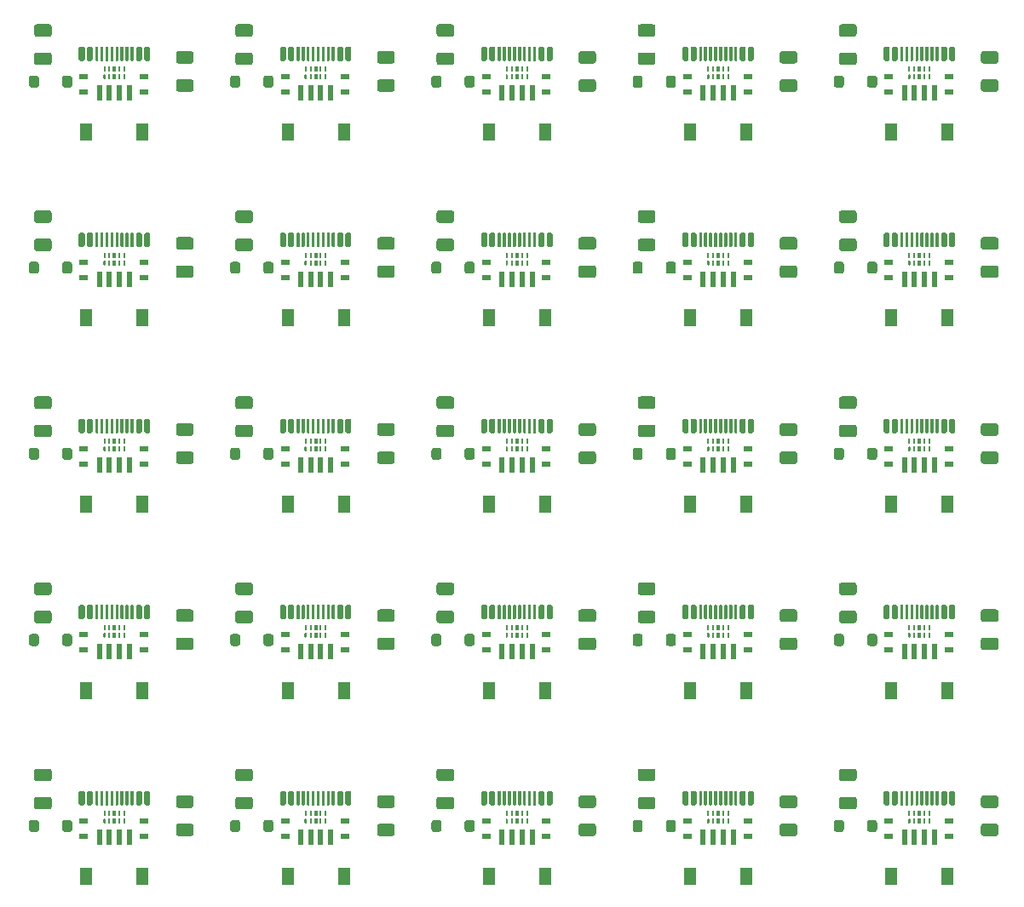
<source format=gtp>
%MOIN*%
%OFA0B0*%
%FSLAX45Y45*%
%IPPOS*%
%LPD*%
%ADD10R,0.00984251968503937X0.021653543307086617*%
%ADD11R,0.011811023622047244X0.021653543307086617*%
%ADD12R,0.035433070866141732X0.01968503937007874*%
%ADD13R,0.023622047244094488X0.0610236220472441*%
%ADD14R,0.047244094488188976X0.070866141732283464*%
%ADD25R,0.00984251968503937X0.021653543307086617*%
%ADD26R,0.011811023622047244X0.021653543307086617*%
%ADD27R,0.035433070866141732X0.01968503937007874*%
%ADD28R,0.023622047244094488X0.0610236220472441*%
%ADD29R,0.047244094488188976X0.070866141732283464*%
%ADD30R,0.00984251968503937X0.021653543307086617*%
%ADD31R,0.011811023622047244X0.021653543307086617*%
%ADD32R,0.035433070866141732X0.01968503937007874*%
%ADD33R,0.023622047244094488X0.0610236220472441*%
%ADD34R,0.047244094488188976X0.070866141732283464*%
%ADD35R,0.00984251968503937X0.021653543307086617*%
%ADD36R,0.011811023622047244X0.021653543307086617*%
%ADD37R,0.035433070866141732X0.01968503937007874*%
%ADD38R,0.023622047244094488X0.0610236220472441*%
%ADD39R,0.047244094488188976X0.070866141732283464*%
%ADD40R,0.00984251968503937X0.021653543307086617*%
%ADD41R,0.011811023622047244X0.021653543307086617*%
%ADD42R,0.035433070866141732X0.01968503937007874*%
%ADD43R,0.023622047244094488X0.0610236220472441*%
%ADD44R,0.047244094488188976X0.070866141732283464*%
%ADD45R,0.00984251968503937X0.021653543307086617*%
%ADD46R,0.011811023622047244X0.021653543307086617*%
%ADD47R,0.035433070866141732X0.01968503937007874*%
%ADD48R,0.023622047244094488X0.0610236220472441*%
%ADD49R,0.047244094488188976X0.070866141732283464*%
%ADD50R,0.00984251968503937X0.021653543307086617*%
%ADD51R,0.011811023622047244X0.021653543307086617*%
%ADD52R,0.035433070866141732X0.01968503937007874*%
%ADD53R,0.023622047244094488X0.0610236220472441*%
%ADD54R,0.047244094488188976X0.070866141732283464*%
%ADD55R,0.00984251968503937X0.021653543307086617*%
%ADD56R,0.011811023622047244X0.021653543307086617*%
%ADD57R,0.035433070866141732X0.01968503937007874*%
%ADD58R,0.023622047244094488X0.0610236220472441*%
%ADD59R,0.047244094488188976X0.070866141732283464*%
%ADD60R,0.00984251968503937X0.021653543307086617*%
%ADD61R,0.011811023622047244X0.021653543307086617*%
%ADD62R,0.035433070866141732X0.01968503937007874*%
%ADD63R,0.023622047244094488X0.0610236220472441*%
%ADD64R,0.047244094488188976X0.070866141732283464*%
%ADD65R,0.00984251968503937X0.021653543307086617*%
%ADD66R,0.011811023622047244X0.021653543307086617*%
%ADD67R,0.035433070866141732X0.01968503937007874*%
%ADD68R,0.023622047244094488X0.0610236220472441*%
%ADD69R,0.047244094488188976X0.070866141732283464*%
%ADD70R,0.00984251968503937X0.021653543307086617*%
%ADD71R,0.011811023622047244X0.021653543307086617*%
%ADD72R,0.035433070866141732X0.01968503937007874*%
%ADD73R,0.023622047244094488X0.0610236220472441*%
%ADD74R,0.047244094488188976X0.070866141732283464*%
%ADD75R,0.00984251968503937X0.021653543307086617*%
%ADD76R,0.011811023622047244X0.021653543307086617*%
%ADD77R,0.035433070866141732X0.01968503937007874*%
%ADD78R,0.023622047244094488X0.0610236220472441*%
%ADD79R,0.047244094488188976X0.070866141732283464*%
%ADD80R,0.00984251968503937X0.021653543307086617*%
%ADD81R,0.011811023622047244X0.021653543307086617*%
%ADD82R,0.035433070866141732X0.01968503937007874*%
%ADD83R,0.023622047244094488X0.0610236220472441*%
%ADD84R,0.047244094488188976X0.070866141732283464*%
%ADD85R,0.00984251968503937X0.021653543307086617*%
%ADD86R,0.011811023622047244X0.021653543307086617*%
%ADD87R,0.035433070866141732X0.01968503937007874*%
%ADD88R,0.023622047244094488X0.0610236220472441*%
%ADD89R,0.047244094488188976X0.070866141732283464*%
%ADD90R,0.00984251968503937X0.021653543307086617*%
%ADD91R,0.011811023622047244X0.021653543307086617*%
%ADD92R,0.035433070866141732X0.01968503937007874*%
%ADD93R,0.023622047244094488X0.0610236220472441*%
%ADD94R,0.047244094488188976X0.070866141732283464*%
%ADD95R,0.00984251968503937X0.021653543307086617*%
%ADD96R,0.011811023622047244X0.021653543307086617*%
%ADD97R,0.035433070866141732X0.01968503937007874*%
%ADD98R,0.023622047244094488X0.0610236220472441*%
%ADD99R,0.047244094488188976X0.070866141732283464*%
%ADD100R,0.00984251968503937X0.021653543307086617*%
%ADD101R,0.011811023622047244X0.021653543307086617*%
%ADD102R,0.035433070866141732X0.01968503937007874*%
%ADD103R,0.023622047244094488X0.0610236220472441*%
%ADD104R,0.047244094488188976X0.070866141732283464*%
%ADD105R,0.00984251968503937X0.021653543307086617*%
%ADD106R,0.011811023622047244X0.021653543307086617*%
%ADD107R,0.035433070866141732X0.01968503937007874*%
%ADD108R,0.023622047244094488X0.0610236220472441*%
%ADD109R,0.047244094488188976X0.070866141732283464*%
%ADD110R,0.00984251968503937X0.021653543307086617*%
%ADD111R,0.011811023622047244X0.021653543307086617*%
%ADD112R,0.035433070866141732X0.01968503937007874*%
%ADD113R,0.023622047244094488X0.0610236220472441*%
%ADD114R,0.047244094488188976X0.070866141732283464*%
%ADD115R,0.00984251968503937X0.021653543307086617*%
%ADD116R,0.011811023622047244X0.021653543307086617*%
%ADD117R,0.035433070866141732X0.01968503937007874*%
%ADD118R,0.023622047244094488X0.0610236220472441*%
%ADD119R,0.047244094488188976X0.070866141732283464*%
%ADD120R,0.00984251968503937X0.021653543307086617*%
%ADD121R,0.011811023622047244X0.021653543307086617*%
%ADD122R,0.035433070866141732X0.01968503937007874*%
%ADD123R,0.023622047244094488X0.0610236220472441*%
%ADD124R,0.047244094488188976X0.070866141732283464*%
%ADD125R,0.00984251968503937X0.021653543307086617*%
%ADD126R,0.011811023622047244X0.021653543307086617*%
%ADD127R,0.035433070866141732X0.01968503937007874*%
%ADD128R,0.023622047244094488X0.0610236220472441*%
%ADD129R,0.047244094488188976X0.070866141732283464*%
%ADD130R,0.00984251968503937X0.021653543307086617*%
%ADD131R,0.011811023622047244X0.021653543307086617*%
%ADD132R,0.035433070866141732X0.01968503937007874*%
%ADD133R,0.023622047244094488X0.0610236220472441*%
%ADD134R,0.047244094488188976X0.070866141732283464*%
%ADD135R,0.00984251968503937X0.021653543307086617*%
%ADD136R,0.011811023622047244X0.021653543307086617*%
%ADD137R,0.035433070866141732X0.01968503937007874*%
%ADD138R,0.023622047244094488X0.0610236220472441*%
%ADD139R,0.047244094488188976X0.070866141732283464*%
%ADD140R,0.00984251968503937X0.021653543307086617*%
%ADD141R,0.011811023622047244X0.021653543307086617*%
%ADD142R,0.035433070866141732X0.01968503937007874*%
%ADD143R,0.023622047244094488X0.0610236220472441*%
%ADD144R,0.047244094488188976X0.070866141732283464*%
G01*
G36*
G01*
X000030996Y000025518D02*
X000030996Y000026699D01*
G75*
G02*
X000031488Y000027191I000000492D01*
G01*
X000031488Y000027191D01*
G75*
G02*
X000031980Y000026699J-000000492D01*
G01*
X000031980Y000025518D01*
G75*
G02*
X000031488Y000025025I-000000492D01*
G01*
X000031488Y000025025D01*
G75*
G02*
X000030996Y000025518J000000492D01*
G01*
G37*
D10*
X000033456Y000026108D03*
D11*
X000035425Y000026108D03*
D10*
X000037393Y000026108D03*
X000039362Y000026108D03*
X000033456Y000029140D03*
X000039362Y000029140D03*
X000037393Y000029140D03*
X000031488Y000029140D03*
D11*
X000035425Y000029140D03*
G36*
G01*
X000065385Y000031275D02*
X000060464Y000031275D01*
G75*
G02*
X000059480Y000032259J000000984D01*
G01*
X000059480Y000035212D01*
G75*
G02*
X000060464Y000036196I000000984D01*
G01*
X000065385Y000036196D01*
G75*
G02*
X000066370Y000035212J-000000984D01*
G01*
X000066370Y000032259D01*
G75*
G02*
X000065385Y000031275I-000000984D01*
G01*
G37*
G36*
G01*
X000065385Y000020251D02*
X000060464Y000020251D01*
G75*
G02*
X000059480Y000021236J000000984D01*
G01*
X000059480Y000024188D01*
G75*
G02*
X000060464Y000025173I000000984D01*
G01*
X000065385Y000025173D01*
G75*
G02*
X000066370Y000024188J-000000984D01*
G01*
X000066370Y000021236D01*
G75*
G02*
X000065385Y000020251I-000000984D01*
G01*
G37*
D12*
X000023425Y000026236D03*
X000023425Y000020330D03*
G36*
G01*
X000004964Y000035673D02*
X000009885Y000035673D01*
G75*
G02*
X000010870Y000034688J-000000984D01*
G01*
X000010870Y000031736D01*
G75*
G02*
X000009885Y000030751I-000000984D01*
G01*
X000004964Y000030751D01*
G75*
G02*
X000003980Y000031736J000000984D01*
G01*
X000003980Y000034688D01*
G75*
G02*
X000004964Y000035673I000000984D01*
G01*
G37*
G36*
G01*
X000004964Y000046696D02*
X000009885Y000046696D01*
G75*
G02*
X000010870Y000045712J-000000984D01*
G01*
X000010870Y000042759D01*
G75*
G02*
X000009885Y000041775I-000000984D01*
G01*
X000004964Y000041775D01*
G75*
G02*
X000003980Y000042759J000000984D01*
G01*
X000003980Y000045712D01*
G75*
G02*
X000004964Y000046696I000000984D01*
G01*
G37*
G36*
G01*
X000018889Y000025602D02*
X000018889Y000022846D01*
G75*
G02*
X000017905Y000021862I-000000984D01*
G01*
X000015936Y000021862D01*
G75*
G02*
X000014952Y000022846J000000984D01*
G01*
X000014952Y000025602D01*
G75*
G02*
X000015936Y000026586I000000984D01*
G01*
X000017905Y000026586D01*
G75*
G02*
X000018889Y000025602J-000000984D01*
G01*
G37*
G36*
G01*
X000005897Y000025602D02*
X000005897Y000022846D01*
G75*
G02*
X000004913Y000021862I-000000984D01*
G01*
X000002944Y000021862D01*
G75*
G02*
X000001960Y000022846J000000984D01*
G01*
X000001960Y000025602D01*
G75*
G02*
X000002944Y000026586I000000984D01*
G01*
X000004913Y000026586D01*
G75*
G02*
X000005897Y000025602J-000000984D01*
G01*
G37*
G36*
G01*
X000049401Y000037401D02*
X000049401Y000032873D01*
G75*
G02*
X000048811Y000032283I-000000590D01*
G01*
X000047629Y000032283D01*
G75*
G02*
X000047039Y000032873J000000590D01*
G01*
X000047039Y000037401D01*
G75*
G02*
X000047629Y000037992I000000590D01*
G01*
X000048811Y000037992D01*
G75*
G02*
X000049401Y000037401J-000000590D01*
G01*
G37*
G36*
G01*
X000042905Y000037696D02*
X000042905Y000032578D01*
G75*
G02*
X000042610Y000032283I-000000295D01*
G01*
X000042019Y000032283D01*
G75*
G02*
X000041724Y000032578J000000295D01*
G01*
X000041724Y000037696D01*
G75*
G02*
X000042019Y000037992I000000295D01*
G01*
X000042610Y000037992D01*
G75*
G02*
X000042905Y000037696J-000000295D01*
G01*
G37*
G36*
G01*
X000040937Y000037696D02*
X000040937Y000032578D01*
G75*
G02*
X000040641Y000032283I-000000295D01*
G01*
X000040051Y000032283D01*
G75*
G02*
X000039755Y000032578J000000295D01*
G01*
X000039755Y000037696D01*
G75*
G02*
X000040051Y000037992I000000295D01*
G01*
X000040641Y000037992D01*
G75*
G02*
X000040937Y000037696J-000000295D01*
G01*
G37*
G36*
G01*
X000038968Y000037696D02*
X000038968Y000032578D01*
G75*
G02*
X000038673Y000032283I-000000295D01*
G01*
X000038082Y000032283D01*
G75*
G02*
X000037787Y000032578J000000295D01*
G01*
X000037787Y000037696D01*
G75*
G02*
X000038082Y000037992I000000295D01*
G01*
X000038673Y000037992D01*
G75*
G02*
X000038968Y000037696J-000000295D01*
G01*
G37*
G36*
G01*
X000037015Y000037696D02*
X000037015Y000032578D01*
G75*
G02*
X000036720Y000032283I-000000295D01*
G01*
X000036129Y000032283D01*
G75*
G02*
X000035834Y000032578J000000295D01*
G01*
X000035834Y000037696D01*
G75*
G02*
X000036129Y000037992I000000295D01*
G01*
X000036720Y000037992D01*
G75*
G02*
X000037015Y000037696J-000000295D01*
G01*
G37*
G36*
G01*
X000029125Y000037696D02*
X000029125Y000032578D01*
G75*
G02*
X000028830Y000032283I-000000295D01*
G01*
X000028240Y000032283D01*
G75*
G02*
X000027944Y000032578J000000295D01*
G01*
X000027944Y000037696D01*
G75*
G02*
X000028240Y000037992I000000295D01*
G01*
X000028830Y000037992D01*
G75*
G02*
X000029125Y000037696J-000000295D01*
G01*
G37*
G36*
G01*
X000031094Y000037696D02*
X000031094Y000032578D01*
G75*
G02*
X000030799Y000032283I-000000295D01*
G01*
X000030208Y000032283D01*
G75*
G02*
X000029913Y000032578J000000295D01*
G01*
X000029913Y000037696D01*
G75*
G02*
X000030208Y000037992I000000295D01*
G01*
X000030799Y000037992D01*
G75*
G02*
X000031094Y000037696J-000000295D01*
G01*
G37*
G36*
G01*
X000033062Y000037696D02*
X000033062Y000032578D01*
G75*
G02*
X000032767Y000032283I-000000295D01*
G01*
X000032177Y000032283D01*
G75*
G02*
X000031881Y000032578J000000295D01*
G01*
X000031881Y000037696D01*
G75*
G02*
X000032177Y000037992I000000295D01*
G01*
X000032767Y000037992D01*
G75*
G02*
X000033062Y000037696J-000000295D01*
G01*
G37*
G36*
G01*
X000035031Y000037696D02*
X000035031Y000032578D01*
G75*
G02*
X000034736Y000032283I-000000295D01*
G01*
X000034145Y000032283D01*
G75*
G02*
X000033850Y000032578J000000295D01*
G01*
X000033850Y000037696D01*
G75*
G02*
X000034145Y000037992I000000295D01*
G01*
X000034736Y000037992D01*
G75*
G02*
X000035031Y000037696J-000000295D01*
G01*
G37*
G36*
G01*
X000046251Y000037401D02*
X000046251Y000032873D01*
G75*
G02*
X000045661Y000032283I-000000590D01*
G01*
X000044480Y000032283D01*
G75*
G02*
X000043889Y000032873J000000590D01*
G01*
X000043889Y000037401D01*
G75*
G02*
X000044480Y000037992I000000590D01*
G01*
X000045661Y000037992D01*
G75*
G02*
X000046251Y000037401J-000000590D01*
G01*
G37*
G36*
G01*
X000023810Y000037401D02*
X000023810Y000032873D01*
G75*
G02*
X000023220Y000032283I-000000590D01*
G01*
X000022039Y000032283D01*
G75*
G02*
X000021448Y000032873J000000590D01*
G01*
X000021448Y000037401D01*
G75*
G02*
X000022039Y000037992I000000590D01*
G01*
X000023220Y000037992D01*
G75*
G02*
X000023810Y000037401J-000000590D01*
G01*
G37*
G36*
G01*
X000026960Y000037401D02*
X000026960Y000032873D01*
G75*
G02*
X000026370Y000032283I-000000590D01*
G01*
X000025188Y000032283D01*
G75*
G02*
X000024598Y000032873J000000590D01*
G01*
X000024598Y000037401D01*
G75*
G02*
X000025188Y000037992I000000590D01*
G01*
X000026370Y000037992D01*
G75*
G02*
X000026960Y000037401J-000000590D01*
G01*
G37*
D13*
X000037401Y000019783D03*
X000041338Y000019783D03*
X000033464Y000019783D03*
X000029527Y000019783D03*
D14*
X000024409Y000004527D03*
X000046456Y000004527D03*
D12*
X000046925Y000020330D03*
X000046925Y000026236D03*
G04 next file*
G04 #@! TF.GenerationSoftware,KiCad,Pcbnew,(5.1.10)-1*
G04 #@! TF.CreationDate,2021-06-23T20:06:34+07:00*
G04 #@! TF.ProjectId,Daughterboard,44617567-6874-4657-9262-6f6172642e6b,C3*
G04 #@! TF.SameCoordinates,Original*
G04 #@! TF.FileFunction,Paste,Top*
G04 #@! TF.FilePolarity,Positive*
G04 Gerber Fmt 4.5, Leading zero omitted, Abs format (unit mm)*
G04 Created by KiCad (PCBNEW (5.1.10)-1) date 2021-06-23 20:06:34*
G01*
G04 APERTURE LIST*
G04 APERTURE END LIST*
G36*
G01*
X000109736Y000025518D02*
X000109736Y000026699D01*
G75*
G02*
X000110228Y000027191I000000492D01*
G01*
X000110228Y000027191D01*
G75*
G02*
X000110720Y000026699J-000000492D01*
G01*
X000110720Y000025518D01*
G75*
G02*
X000110228Y000025025I-000000492D01*
G01*
X000110228Y000025025D01*
G75*
G02*
X000109736Y000025518J000000492D01*
G01*
G37*
D25*
X000112196Y000026108D03*
D26*
X000114165Y000026108D03*
D25*
X000116133Y000026108D03*
X000118102Y000026108D03*
X000112196Y000029140D03*
X000118102Y000029140D03*
X000116133Y000029140D03*
X000110228Y000029140D03*
D26*
X000114165Y000029140D03*
G36*
G01*
X000144125Y000031275D02*
X000139204Y000031275D01*
G75*
G02*
X000138220Y000032259J000000984D01*
G01*
X000138220Y000035212D01*
G75*
G02*
X000139204Y000036196I000000984D01*
G01*
X000144125Y000036196D01*
G75*
G02*
X000145110Y000035212J-000000984D01*
G01*
X000145110Y000032259D01*
G75*
G02*
X000144125Y000031275I-000000984D01*
G01*
G37*
G36*
G01*
X000144125Y000020251D02*
X000139204Y000020251D01*
G75*
G02*
X000138220Y000021236J000000984D01*
G01*
X000138220Y000024188D01*
G75*
G02*
X000139204Y000025173I000000984D01*
G01*
X000144125Y000025173D01*
G75*
G02*
X000145110Y000024188J-000000984D01*
G01*
X000145110Y000021236D01*
G75*
G02*
X000144125Y000020251I-000000984D01*
G01*
G37*
D27*
X000102165Y000026236D03*
X000102165Y000020330D03*
G36*
G01*
X000083704Y000035673D02*
X000088625Y000035673D01*
G75*
G02*
X000089610Y000034688J-000000984D01*
G01*
X000089610Y000031736D01*
G75*
G02*
X000088625Y000030751I-000000984D01*
G01*
X000083704Y000030751D01*
G75*
G02*
X000082720Y000031736J000000984D01*
G01*
X000082720Y000034688D01*
G75*
G02*
X000083704Y000035673I000000984D01*
G01*
G37*
G36*
G01*
X000083704Y000046696D02*
X000088625Y000046696D01*
G75*
G02*
X000089610Y000045712J-000000984D01*
G01*
X000089610Y000042759D01*
G75*
G02*
X000088625Y000041775I-000000984D01*
G01*
X000083704Y000041775D01*
G75*
G02*
X000082720Y000042759J000000984D01*
G01*
X000082720Y000045712D01*
G75*
G02*
X000083704Y000046696I000000984D01*
G01*
G37*
G36*
G01*
X000097629Y000025602D02*
X000097629Y000022846D01*
G75*
G02*
X000096645Y000021862I-000000984D01*
G01*
X000094677Y000021862D01*
G75*
G02*
X000093692Y000022846J000000984D01*
G01*
X000093692Y000025602D01*
G75*
G02*
X000094677Y000026586I000000984D01*
G01*
X000096645Y000026586D01*
G75*
G02*
X000097629Y000025602J-000000984D01*
G01*
G37*
G36*
G01*
X000084637Y000025602D02*
X000084637Y000022846D01*
G75*
G02*
X000083653Y000021862I-000000984D01*
G01*
X000081685Y000021862D01*
G75*
G02*
X000080700Y000022846J000000984D01*
G01*
X000080700Y000025602D01*
G75*
G02*
X000081685Y000026586I000000984D01*
G01*
X000083653Y000026586D01*
G75*
G02*
X000084637Y000025602J-000000984D01*
G01*
G37*
G36*
G01*
X000128141Y000037401D02*
X000128141Y000032873D01*
G75*
G02*
X000127551Y000032283I-000000590D01*
G01*
X000126370Y000032283D01*
G75*
G02*
X000125779Y000032873J000000590D01*
G01*
X000125779Y000037401D01*
G75*
G02*
X000126370Y000037992I000000590D01*
G01*
X000127551Y000037992D01*
G75*
G02*
X000128141Y000037401J-000000590D01*
G01*
G37*
G36*
G01*
X000121645Y000037696D02*
X000121645Y000032578D01*
G75*
G02*
X000121350Y000032283I-000000295D01*
G01*
X000120759Y000032283D01*
G75*
G02*
X000120464Y000032578J000000295D01*
G01*
X000120464Y000037696D01*
G75*
G02*
X000120759Y000037992I000000295D01*
G01*
X000121350Y000037992D01*
G75*
G02*
X000121645Y000037696J-000000295D01*
G01*
G37*
G36*
G01*
X000119677Y000037696D02*
X000119677Y000032578D01*
G75*
G02*
X000119381Y000032283I-000000295D01*
G01*
X000118791Y000032283D01*
G75*
G02*
X000118496Y000032578J000000295D01*
G01*
X000118496Y000037696D01*
G75*
G02*
X000118791Y000037992I000000295D01*
G01*
X000119381Y000037992D01*
G75*
G02*
X000119677Y000037696J-000000295D01*
G01*
G37*
G36*
G01*
X000117708Y000037696D02*
X000117708Y000032578D01*
G75*
G02*
X000117413Y000032283I-000000295D01*
G01*
X000116822Y000032283D01*
G75*
G02*
X000116527Y000032578J000000295D01*
G01*
X000116527Y000037696D01*
G75*
G02*
X000116822Y000037992I000000295D01*
G01*
X000117413Y000037992D01*
G75*
G02*
X000117708Y000037696J-000000295D01*
G01*
G37*
G36*
G01*
X000115755Y000037696D02*
X000115755Y000032578D01*
G75*
G02*
X000115460Y000032283I-000000295D01*
G01*
X000114870Y000032283D01*
G75*
G02*
X000114574Y000032578J000000295D01*
G01*
X000114574Y000037696D01*
G75*
G02*
X000114870Y000037992I000000295D01*
G01*
X000115460Y000037992D01*
G75*
G02*
X000115755Y000037696J-000000295D01*
G01*
G37*
G36*
G01*
X000107866Y000037696D02*
X000107866Y000032578D01*
G75*
G02*
X000107570Y000032283I-000000295D01*
G01*
X000106980Y000032283D01*
G75*
G02*
X000106685Y000032578J000000295D01*
G01*
X000106685Y000037696D01*
G75*
G02*
X000106980Y000037992I000000295D01*
G01*
X000107570Y000037992D01*
G75*
G02*
X000107866Y000037696J-000000295D01*
G01*
G37*
G36*
G01*
X000109834Y000037696D02*
X000109834Y000032578D01*
G75*
G02*
X000109539Y000032283I-000000295D01*
G01*
X000108948Y000032283D01*
G75*
G02*
X000108653Y000032578J000000295D01*
G01*
X000108653Y000037696D01*
G75*
G02*
X000108948Y000037992I000000295D01*
G01*
X000109539Y000037992D01*
G75*
G02*
X000109834Y000037696J-000000295D01*
G01*
G37*
G36*
G01*
X000111803Y000037696D02*
X000111803Y000032578D01*
G75*
G02*
X000111507Y000032283I-000000295D01*
G01*
X000110917Y000032283D01*
G75*
G02*
X000110622Y000032578J000000295D01*
G01*
X000110622Y000037696D01*
G75*
G02*
X000110917Y000037992I000000295D01*
G01*
X000111507Y000037992D01*
G75*
G02*
X000111803Y000037696J-000000295D01*
G01*
G37*
G36*
G01*
X000113771Y000037696D02*
X000113771Y000032578D01*
G75*
G02*
X000113476Y000032283I-000000295D01*
G01*
X000112885Y000032283D01*
G75*
G02*
X000112590Y000032578J000000295D01*
G01*
X000112590Y000037696D01*
G75*
G02*
X000112885Y000037992I000000295D01*
G01*
X000113476Y000037992D01*
G75*
G02*
X000113771Y000037696J-000000295D01*
G01*
G37*
G36*
G01*
X000124992Y000037401D02*
X000124992Y000032873D01*
G75*
G02*
X000124401Y000032283I-000000590D01*
G01*
X000123220Y000032283D01*
G75*
G02*
X000122629Y000032873J000000590D01*
G01*
X000122629Y000037401D01*
G75*
G02*
X000123220Y000037992I000000590D01*
G01*
X000124401Y000037992D01*
G75*
G02*
X000124992Y000037401J-000000590D01*
G01*
G37*
G36*
G01*
X000102551Y000037401D02*
X000102551Y000032873D01*
G75*
G02*
X000101960Y000032283I-000000590D01*
G01*
X000100779Y000032283D01*
G75*
G02*
X000100188Y000032873J000000590D01*
G01*
X000100188Y000037401D01*
G75*
G02*
X000100779Y000037992I000000590D01*
G01*
X000101960Y000037992D01*
G75*
G02*
X000102551Y000037401J-000000590D01*
G01*
G37*
G36*
G01*
X000105700Y000037401D02*
X000105700Y000032873D01*
G75*
G02*
X000105110Y000032283I-000000590D01*
G01*
X000103929Y000032283D01*
G75*
G02*
X000103338Y000032873J000000590D01*
G01*
X000103338Y000037401D01*
G75*
G02*
X000103929Y000037992I000000590D01*
G01*
X000105110Y000037992D01*
G75*
G02*
X000105700Y000037401J-000000590D01*
G01*
G37*
D28*
X000116141Y000019783D03*
X000120078Y000019783D03*
X000112204Y000019783D03*
X000108267Y000019783D03*
D29*
X000103149Y000004527D03*
X000125196Y000004527D03*
D27*
X000125665Y000020330D03*
X000125665Y000026236D03*
G04 next file*
G04 #@! TF.GenerationSoftware,KiCad,Pcbnew,(5.1.10)-1*
G04 #@! TF.CreationDate,2021-06-23T20:06:34+07:00*
G04 #@! TF.ProjectId,Daughterboard,44617567-6874-4657-9262-6f6172642e6b,C3*
G04 #@! TF.SameCoordinates,Original*
G04 #@! TF.FileFunction,Paste,Top*
G04 #@! TF.FilePolarity,Positive*
G04 Gerber Fmt 4.5, Leading zero omitted, Abs format (unit mm)*
G04 Created by KiCad (PCBNEW (5.1.10)-1) date 2021-06-23 20:06:34*
G01*
G04 APERTURE LIST*
G04 APERTURE END LIST*
G36*
G01*
X000188476Y000025518D02*
X000188476Y000026699D01*
G75*
G02*
X000188968Y000027191I000000492D01*
G01*
X000188968Y000027191D01*
G75*
G02*
X000189460Y000026699J-000000492D01*
G01*
X000189460Y000025518D01*
G75*
G02*
X000188968Y000025025I-000000492D01*
G01*
X000188968Y000025025D01*
G75*
G02*
X000188476Y000025518J000000492D01*
G01*
G37*
D30*
X000190937Y000026108D03*
D31*
X000192905Y000026108D03*
D30*
X000194874Y000026108D03*
X000196842Y000026108D03*
X000190937Y000029140D03*
X000196842Y000029140D03*
X000194874Y000029140D03*
X000188968Y000029140D03*
D31*
X000192905Y000029140D03*
G36*
G01*
X000222866Y000031275D02*
X000217944Y000031275D01*
G75*
G02*
X000216960Y000032259J000000984D01*
G01*
X000216960Y000035212D01*
G75*
G02*
X000217944Y000036196I000000984D01*
G01*
X000222866Y000036196D01*
G75*
G02*
X000223850Y000035212J-000000984D01*
G01*
X000223850Y000032259D01*
G75*
G02*
X000222866Y000031275I-000000984D01*
G01*
G37*
G36*
G01*
X000222866Y000020251D02*
X000217944Y000020251D01*
G75*
G02*
X000216960Y000021236J000000984D01*
G01*
X000216960Y000024188D01*
G75*
G02*
X000217944Y000025173I000000984D01*
G01*
X000222866Y000025173D01*
G75*
G02*
X000223850Y000024188J-000000984D01*
G01*
X000223850Y000021236D01*
G75*
G02*
X000222866Y000020251I-000000984D01*
G01*
G37*
D32*
X000180905Y000026236D03*
X000180905Y000020330D03*
G36*
G01*
X000162444Y000035673D02*
X000167366Y000035673D01*
G75*
G02*
X000168350Y000034688J-000000984D01*
G01*
X000168350Y000031736D01*
G75*
G02*
X000167366Y000030751I-000000984D01*
G01*
X000162444Y000030751D01*
G75*
G02*
X000161460Y000031736J000000984D01*
G01*
X000161460Y000034688D01*
G75*
G02*
X000162444Y000035673I000000984D01*
G01*
G37*
G36*
G01*
X000162444Y000046696D02*
X000167366Y000046696D01*
G75*
G02*
X000168350Y000045712J-000000984D01*
G01*
X000168350Y000042759D01*
G75*
G02*
X000167366Y000041775I-000000984D01*
G01*
X000162444Y000041775D01*
G75*
G02*
X000161460Y000042759J000000984D01*
G01*
X000161460Y000045712D01*
G75*
G02*
X000162444Y000046696I000000984D01*
G01*
G37*
G36*
G01*
X000176370Y000025602D02*
X000176370Y000022846D01*
G75*
G02*
X000175385Y000021862I-000000984D01*
G01*
X000173417Y000021862D01*
G75*
G02*
X000172433Y000022846J000000984D01*
G01*
X000172433Y000025602D01*
G75*
G02*
X000173417Y000026586I000000984D01*
G01*
X000175385Y000026586D01*
G75*
G02*
X000176370Y000025602J-000000984D01*
G01*
G37*
G36*
G01*
X000163377Y000025602D02*
X000163377Y000022846D01*
G75*
G02*
X000162393Y000021862I-000000984D01*
G01*
X000160425Y000021862D01*
G75*
G02*
X000159440Y000022846J000000984D01*
G01*
X000159440Y000025602D01*
G75*
G02*
X000160425Y000026586I000000984D01*
G01*
X000162393Y000026586D01*
G75*
G02*
X000163377Y000025602J-000000984D01*
G01*
G37*
G36*
G01*
X000206881Y000037401D02*
X000206881Y000032873D01*
G75*
G02*
X000206291Y000032283I-000000590D01*
G01*
X000205110Y000032283D01*
G75*
G02*
X000204519Y000032873J000000590D01*
G01*
X000204519Y000037401D01*
G75*
G02*
X000205110Y000037992I000000590D01*
G01*
X000206291Y000037992D01*
G75*
G02*
X000206881Y000037401J-000000590D01*
G01*
G37*
G36*
G01*
X000200385Y000037696D02*
X000200385Y000032578D01*
G75*
G02*
X000200090Y000032283I-000000295D01*
G01*
X000199500Y000032283D01*
G75*
G02*
X000199204Y000032578J000000295D01*
G01*
X000199204Y000037696D01*
G75*
G02*
X000199500Y000037992I000000295D01*
G01*
X000200090Y000037992D01*
G75*
G02*
X000200385Y000037696J-000000295D01*
G01*
G37*
G36*
G01*
X000198417Y000037696D02*
X000198417Y000032578D01*
G75*
G02*
X000198122Y000032283I-000000295D01*
G01*
X000197531Y000032283D01*
G75*
G02*
X000197236Y000032578J000000295D01*
G01*
X000197236Y000037696D01*
G75*
G02*
X000197531Y000037992I000000295D01*
G01*
X000198122Y000037992D01*
G75*
G02*
X000198417Y000037696J-000000295D01*
G01*
G37*
G36*
G01*
X000196448Y000037696D02*
X000196448Y000032578D01*
G75*
G02*
X000196153Y000032283I-000000295D01*
G01*
X000195562Y000032283D01*
G75*
G02*
X000195267Y000032578J000000295D01*
G01*
X000195267Y000037696D01*
G75*
G02*
X000195562Y000037992I000000295D01*
G01*
X000196153Y000037992D01*
G75*
G02*
X000196448Y000037696J-000000295D01*
G01*
G37*
G36*
G01*
X000194496Y000037696D02*
X000194496Y000032578D01*
G75*
G02*
X000194200Y000032283I-000000295D01*
G01*
X000193610Y000032283D01*
G75*
G02*
X000193314Y000032578J000000295D01*
G01*
X000193314Y000037696D01*
G75*
G02*
X000193610Y000037992I000000295D01*
G01*
X000194200Y000037992D01*
G75*
G02*
X000194496Y000037696J-000000295D01*
G01*
G37*
G36*
G01*
X000186606Y000037696D02*
X000186606Y000032578D01*
G75*
G02*
X000186311Y000032283I-000000295D01*
G01*
X000185720Y000032283D01*
G75*
G02*
X000185425Y000032578J000000295D01*
G01*
X000185425Y000037696D01*
G75*
G02*
X000185720Y000037992I000000295D01*
G01*
X000186311Y000037992D01*
G75*
G02*
X000186606Y000037696J-000000295D01*
G01*
G37*
G36*
G01*
X000188574Y000037696D02*
X000188574Y000032578D01*
G75*
G02*
X000188279Y000032283I-000000295D01*
G01*
X000187688Y000032283D01*
G75*
G02*
X000187393Y000032578J000000295D01*
G01*
X000187393Y000037696D01*
G75*
G02*
X000187688Y000037992I000000295D01*
G01*
X000188279Y000037992D01*
G75*
G02*
X000188574Y000037696J-000000295D01*
G01*
G37*
G36*
G01*
X000190543Y000037696D02*
X000190543Y000032578D01*
G75*
G02*
X000190248Y000032283I-000000295D01*
G01*
X000189657Y000032283D01*
G75*
G02*
X000189362Y000032578J000000295D01*
G01*
X000189362Y000037696D01*
G75*
G02*
X000189657Y000037992I000000295D01*
G01*
X000190248Y000037992D01*
G75*
G02*
X000190543Y000037696J-000000295D01*
G01*
G37*
G36*
G01*
X000192511Y000037696D02*
X000192511Y000032578D01*
G75*
G02*
X000192216Y000032283I-000000295D01*
G01*
X000191625Y000032283D01*
G75*
G02*
X000191330Y000032578J000000295D01*
G01*
X000191330Y000037696D01*
G75*
G02*
X000191625Y000037992I000000295D01*
G01*
X000192216Y000037992D01*
G75*
G02*
X000192511Y000037696J-000000295D01*
G01*
G37*
G36*
G01*
X000203732Y000037401D02*
X000203732Y000032873D01*
G75*
G02*
X000203141Y000032283I-000000590D01*
G01*
X000201960Y000032283D01*
G75*
G02*
X000201370Y000032873J000000590D01*
G01*
X000201370Y000037401D01*
G75*
G02*
X000201960Y000037992I000000590D01*
G01*
X000203141Y000037992D01*
G75*
G02*
X000203732Y000037401J-000000590D01*
G01*
G37*
G36*
G01*
X000181291Y000037401D02*
X000181291Y000032873D01*
G75*
G02*
X000180700Y000032283I-000000590D01*
G01*
X000179519Y000032283D01*
G75*
G02*
X000178929Y000032873J000000590D01*
G01*
X000178929Y000037401D01*
G75*
G02*
X000179519Y000037992I000000590D01*
G01*
X000180700Y000037992D01*
G75*
G02*
X000181291Y000037401J-000000590D01*
G01*
G37*
G36*
G01*
X000184440Y000037401D02*
X000184440Y000032873D01*
G75*
G02*
X000183850Y000032283I-000000590D01*
G01*
X000182669Y000032283D01*
G75*
G02*
X000182078Y000032873J000000590D01*
G01*
X000182078Y000037401D01*
G75*
G02*
X000182669Y000037992I000000590D01*
G01*
X000183850Y000037992D01*
G75*
G02*
X000184440Y000037401J-000000590D01*
G01*
G37*
D33*
X000194881Y000019783D03*
X000198818Y000019783D03*
X000190944Y000019783D03*
X000187007Y000019783D03*
D34*
X000181889Y000004527D03*
X000203937Y000004527D03*
D32*
X000204405Y000020330D03*
X000204405Y000026236D03*
G04 next file*
G04 #@! TF.GenerationSoftware,KiCad,Pcbnew,(5.1.10)-1*
G04 #@! TF.CreationDate,2021-06-23T20:06:34+07:00*
G04 #@! TF.ProjectId,Daughterboard,44617567-6874-4657-9262-6f6172642e6b,C3*
G04 #@! TF.SameCoordinates,Original*
G04 #@! TF.FileFunction,Paste,Top*
G04 #@! TF.FilePolarity,Positive*
G04 Gerber Fmt 4.5, Leading zero omitted, Abs format (unit mm)*
G04 Created by KiCad (PCBNEW (5.1.10)-1) date 2021-06-23 20:06:34*
G01*
G04 APERTURE LIST*
G04 APERTURE END LIST*
G36*
G01*
X000267216Y000025518D02*
X000267216Y000026699D01*
G75*
G02*
X000267708Y000027191I000000492D01*
G01*
X000267708Y000027191D01*
G75*
G02*
X000268200Y000026699J-000000492D01*
G01*
X000268200Y000025518D01*
G75*
G02*
X000267708Y000025025I-000000492D01*
G01*
X000267708Y000025025D01*
G75*
G02*
X000267216Y000025518J000000492D01*
G01*
G37*
D35*
X000269677Y000026108D03*
D36*
X000271645Y000026108D03*
D35*
X000273614Y000026108D03*
X000275582Y000026108D03*
X000269677Y000029140D03*
X000275582Y000029140D03*
X000273614Y000029140D03*
X000267708Y000029140D03*
D36*
X000271645Y000029140D03*
G36*
G01*
X000301606Y000031275D02*
X000296685Y000031275D01*
G75*
G02*
X000295700Y000032259J000000984D01*
G01*
X000295700Y000035212D01*
G75*
G02*
X000296685Y000036196I000000984D01*
G01*
X000301606Y000036196D01*
G75*
G02*
X000302590Y000035212J-000000984D01*
G01*
X000302590Y000032259D01*
G75*
G02*
X000301606Y000031275I-000000984D01*
G01*
G37*
G36*
G01*
X000301606Y000020251D02*
X000296685Y000020251D01*
G75*
G02*
X000295700Y000021236J000000984D01*
G01*
X000295700Y000024188D01*
G75*
G02*
X000296685Y000025173I000000984D01*
G01*
X000301606Y000025173D01*
G75*
G02*
X000302590Y000024188J-000000984D01*
G01*
X000302590Y000021236D01*
G75*
G02*
X000301606Y000020251I-000000984D01*
G01*
G37*
D37*
X000259645Y000026236D03*
X000259645Y000020330D03*
G36*
G01*
X000241185Y000035673D02*
X000246106Y000035673D01*
G75*
G02*
X000247090Y000034688J-000000984D01*
G01*
X000247090Y000031736D01*
G75*
G02*
X000246106Y000030751I-000000984D01*
G01*
X000241185Y000030751D01*
G75*
G02*
X000240200Y000031736J000000984D01*
G01*
X000240200Y000034688D01*
G75*
G02*
X000241185Y000035673I000000984D01*
G01*
G37*
G36*
G01*
X000241185Y000046696D02*
X000246106Y000046696D01*
G75*
G02*
X000247090Y000045712J-000000984D01*
G01*
X000247090Y000042759D01*
G75*
G02*
X000246106Y000041775I-000000984D01*
G01*
X000241185Y000041775D01*
G75*
G02*
X000240200Y000042759J000000984D01*
G01*
X000240200Y000045712D01*
G75*
G02*
X000241185Y000046696I000000984D01*
G01*
G37*
G36*
G01*
X000255110Y000025602D02*
X000255110Y000022846D01*
G75*
G02*
X000254125Y000021862I-000000984D01*
G01*
X000252157Y000021862D01*
G75*
G02*
X000251173Y000022846J000000984D01*
G01*
X000251173Y000025602D01*
G75*
G02*
X000252157Y000026586I000000984D01*
G01*
X000254125Y000026586D01*
G75*
G02*
X000255110Y000025602J-000000984D01*
G01*
G37*
G36*
G01*
X000242118Y000025602D02*
X000242118Y000022846D01*
G75*
G02*
X000241133Y000021862I-000000984D01*
G01*
X000239165Y000021862D01*
G75*
G02*
X000238181Y000022846J000000984D01*
G01*
X000238181Y000025602D01*
G75*
G02*
X000239165Y000026586I000000984D01*
G01*
X000241133Y000026586D01*
G75*
G02*
X000242118Y000025602J-000000984D01*
G01*
G37*
G36*
G01*
X000285622Y000037401D02*
X000285622Y000032873D01*
G75*
G02*
X000285031Y000032283I-000000590D01*
G01*
X000283850Y000032283D01*
G75*
G02*
X000283259Y000032873J000000590D01*
G01*
X000283259Y000037401D01*
G75*
G02*
X000283850Y000037992I000000590D01*
G01*
X000285031Y000037992D01*
G75*
G02*
X000285622Y000037401J-000000590D01*
G01*
G37*
G36*
G01*
X000279125Y000037696D02*
X000279125Y000032578D01*
G75*
G02*
X000278830Y000032283I-000000295D01*
G01*
X000278240Y000032283D01*
G75*
G02*
X000277944Y000032578J000000295D01*
G01*
X000277944Y000037696D01*
G75*
G02*
X000278240Y000037992I000000295D01*
G01*
X000278830Y000037992D01*
G75*
G02*
X000279125Y000037696J-000000295D01*
G01*
G37*
G36*
G01*
X000277157Y000037696D02*
X000277157Y000032578D01*
G75*
G02*
X000276862Y000032283I-000000295D01*
G01*
X000276271Y000032283D01*
G75*
G02*
X000275976Y000032578J000000295D01*
G01*
X000275976Y000037696D01*
G75*
G02*
X000276271Y000037992I000000295D01*
G01*
X000276862Y000037992D01*
G75*
G02*
X000277157Y000037696J-000000295D01*
G01*
G37*
G36*
G01*
X000275188Y000037696D02*
X000275188Y000032578D01*
G75*
G02*
X000274893Y000032283I-000000295D01*
G01*
X000274303Y000032283D01*
G75*
G02*
X000274007Y000032578J000000295D01*
G01*
X000274007Y000037696D01*
G75*
G02*
X000274303Y000037992I000000295D01*
G01*
X000274893Y000037992D01*
G75*
G02*
X000275188Y000037696J-000000295D01*
G01*
G37*
G36*
G01*
X000273236Y000037696D02*
X000273236Y000032578D01*
G75*
G02*
X000272940Y000032283I-000000295D01*
G01*
X000272350Y000032283D01*
G75*
G02*
X000272055Y000032578J000000295D01*
G01*
X000272055Y000037696D01*
G75*
G02*
X000272350Y000037992I000000295D01*
G01*
X000272940Y000037992D01*
G75*
G02*
X000273236Y000037696J-000000295D01*
G01*
G37*
G36*
G01*
X000265346Y000037696D02*
X000265346Y000032578D01*
G75*
G02*
X000265051Y000032283I-000000295D01*
G01*
X000264460Y000032283D01*
G75*
G02*
X000264165Y000032578J000000295D01*
G01*
X000264165Y000037696D01*
G75*
G02*
X000264460Y000037992I000000295D01*
G01*
X000265051Y000037992D01*
G75*
G02*
X000265346Y000037696J-000000295D01*
G01*
G37*
G36*
G01*
X000267314Y000037696D02*
X000267314Y000032578D01*
G75*
G02*
X000267019Y000032283I-000000295D01*
G01*
X000266429Y000032283D01*
G75*
G02*
X000266133Y000032578J000000295D01*
G01*
X000266133Y000037696D01*
G75*
G02*
X000266429Y000037992I000000295D01*
G01*
X000267019Y000037992D01*
G75*
G02*
X000267314Y000037696J-000000295D01*
G01*
G37*
G36*
G01*
X000269283Y000037696D02*
X000269283Y000032578D01*
G75*
G02*
X000268988Y000032283I-000000295D01*
G01*
X000268397Y000032283D01*
G75*
G02*
X000268102Y000032578J000000295D01*
G01*
X000268102Y000037696D01*
G75*
G02*
X000268397Y000037992I000000295D01*
G01*
X000268988Y000037992D01*
G75*
G02*
X000269283Y000037696J-000000295D01*
G01*
G37*
G36*
G01*
X000271251Y000037696D02*
X000271251Y000032578D01*
G75*
G02*
X000270956Y000032283I-000000295D01*
G01*
X000270366Y000032283D01*
G75*
G02*
X000270070Y000032578J000000295D01*
G01*
X000270070Y000037696D01*
G75*
G02*
X000270366Y000037992I000000295D01*
G01*
X000270956Y000037992D01*
G75*
G02*
X000271251Y000037696J-000000295D01*
G01*
G37*
G36*
G01*
X000282472Y000037401D02*
X000282472Y000032873D01*
G75*
G02*
X000281881Y000032283I-000000590D01*
G01*
X000280700Y000032283D01*
G75*
G02*
X000280110Y000032873J000000590D01*
G01*
X000280110Y000037401D01*
G75*
G02*
X000280700Y000037992I000000590D01*
G01*
X000281881Y000037992D01*
G75*
G02*
X000282472Y000037401J-000000590D01*
G01*
G37*
G36*
G01*
X000260031Y000037401D02*
X000260031Y000032873D01*
G75*
G02*
X000259440Y000032283I-000000590D01*
G01*
X000258259Y000032283D01*
G75*
G02*
X000257669Y000032873J000000590D01*
G01*
X000257669Y000037401D01*
G75*
G02*
X000258259Y000037992I000000590D01*
G01*
X000259440Y000037992D01*
G75*
G02*
X000260031Y000037401J-000000590D01*
G01*
G37*
G36*
G01*
X000263181Y000037401D02*
X000263181Y000032873D01*
G75*
G02*
X000262590Y000032283I-000000590D01*
G01*
X000261409Y000032283D01*
G75*
G02*
X000260818Y000032873J000000590D01*
G01*
X000260818Y000037401D01*
G75*
G02*
X000261409Y000037992I000000590D01*
G01*
X000262590Y000037992D01*
G75*
G02*
X000263181Y000037401J-000000590D01*
G01*
G37*
D38*
X000273622Y000019783D03*
X000277559Y000019783D03*
X000269685Y000019783D03*
X000265748Y000019783D03*
D39*
X000260629Y000004527D03*
X000282677Y000004527D03*
D37*
X000283145Y000020330D03*
X000283145Y000026236D03*
G04 next file*
G04 #@! TF.GenerationSoftware,KiCad,Pcbnew,(5.1.10)-1*
G04 #@! TF.CreationDate,2021-06-23T20:06:34+07:00*
G04 #@! TF.ProjectId,Daughterboard,44617567-6874-4657-9262-6f6172642e6b,C3*
G04 #@! TF.SameCoordinates,Original*
G04 #@! TF.FileFunction,Paste,Top*
G04 #@! TF.FilePolarity,Positive*
G04 Gerber Fmt 4.5, Leading zero omitted, Abs format (unit mm)*
G04 Created by KiCad (PCBNEW (5.1.10)-1) date 2021-06-23 20:06:34*
G01*
G04 APERTURE LIST*
G04 APERTURE END LIST*
G36*
G01*
X000345956Y000025518D02*
X000345956Y000026699D01*
G75*
G02*
X000346448Y000027191I000000492D01*
G01*
X000346448Y000027191D01*
G75*
G02*
X000346940Y000026699J-000000492D01*
G01*
X000346940Y000025518D01*
G75*
G02*
X000346448Y000025025I-000000492D01*
G01*
X000346448Y000025025D01*
G75*
G02*
X000345956Y000025518J000000492D01*
G01*
G37*
D40*
X000348417Y000026108D03*
D41*
X000350385Y000026108D03*
D40*
X000352354Y000026108D03*
X000354322Y000026108D03*
X000348417Y000029140D03*
X000354322Y000029140D03*
X000352354Y000029140D03*
X000346448Y000029140D03*
D41*
X000350385Y000029140D03*
G36*
G01*
X000380346Y000031275D02*
X000375425Y000031275D01*
G75*
G02*
X000374440Y000032259J000000984D01*
G01*
X000374440Y000035212D01*
G75*
G02*
X000375425Y000036196I000000984D01*
G01*
X000380346Y000036196D01*
G75*
G02*
X000381330Y000035212J-000000984D01*
G01*
X000381330Y000032259D01*
G75*
G02*
X000380346Y000031275I-000000984D01*
G01*
G37*
G36*
G01*
X000380346Y000020251D02*
X000375425Y000020251D01*
G75*
G02*
X000374440Y000021236J000000984D01*
G01*
X000374440Y000024188D01*
G75*
G02*
X000375425Y000025173I000000984D01*
G01*
X000380346Y000025173D01*
G75*
G02*
X000381330Y000024188J-000000984D01*
G01*
X000381330Y000021236D01*
G75*
G02*
X000380346Y000020251I-000000984D01*
G01*
G37*
D42*
X000338385Y000026236D03*
X000338385Y000020330D03*
G36*
G01*
X000319925Y000035673D02*
X000324846Y000035673D01*
G75*
G02*
X000325830Y000034688J-000000984D01*
G01*
X000325830Y000031736D01*
G75*
G02*
X000324846Y000030751I-000000984D01*
G01*
X000319925Y000030751D01*
G75*
G02*
X000318940Y000031736J000000984D01*
G01*
X000318940Y000034688D01*
G75*
G02*
X000319925Y000035673I000000984D01*
G01*
G37*
G36*
G01*
X000319925Y000046696D02*
X000324846Y000046696D01*
G75*
G02*
X000325830Y000045712J-000000984D01*
G01*
X000325830Y000042759D01*
G75*
G02*
X000324846Y000041775I-000000984D01*
G01*
X000319925Y000041775D01*
G75*
G02*
X000318940Y000042759J000000984D01*
G01*
X000318940Y000045712D01*
G75*
G02*
X000319925Y000046696I000000984D01*
G01*
G37*
G36*
G01*
X000333850Y000025602D02*
X000333850Y000022846D01*
G75*
G02*
X000332866Y000021862I-000000984D01*
G01*
X000330897Y000021862D01*
G75*
G02*
X000329913Y000022846J000000984D01*
G01*
X000329913Y000025602D01*
G75*
G02*
X000330897Y000026586I000000984D01*
G01*
X000332866Y000026586D01*
G75*
G02*
X000333850Y000025602J-000000984D01*
G01*
G37*
G36*
G01*
X000320858Y000025602D02*
X000320858Y000022846D01*
G75*
G02*
X000319874Y000021862I-000000984D01*
G01*
X000317905Y000021862D01*
G75*
G02*
X000316921Y000022846J000000984D01*
G01*
X000316921Y000025602D01*
G75*
G02*
X000317905Y000026586I000000984D01*
G01*
X000319874Y000026586D01*
G75*
G02*
X000320858Y000025602J-000000984D01*
G01*
G37*
G36*
G01*
X000364362Y000037401D02*
X000364362Y000032873D01*
G75*
G02*
X000363771Y000032283I-000000590D01*
G01*
X000362590Y000032283D01*
G75*
G02*
X000362000Y000032873J000000590D01*
G01*
X000362000Y000037401D01*
G75*
G02*
X000362590Y000037992I000000590D01*
G01*
X000363771Y000037992D01*
G75*
G02*
X000364362Y000037401J-000000590D01*
G01*
G37*
G36*
G01*
X000357866Y000037696D02*
X000357866Y000032578D01*
G75*
G02*
X000357570Y000032283I-000000295D01*
G01*
X000356980Y000032283D01*
G75*
G02*
X000356685Y000032578J000000295D01*
G01*
X000356685Y000037696D01*
G75*
G02*
X000356980Y000037992I000000295D01*
G01*
X000357570Y000037992D01*
G75*
G02*
X000357866Y000037696J-000000295D01*
G01*
G37*
G36*
G01*
X000355897Y000037696D02*
X000355897Y000032578D01*
G75*
G02*
X000355602Y000032283I-000000295D01*
G01*
X000355011Y000032283D01*
G75*
G02*
X000354716Y000032578J000000295D01*
G01*
X000354716Y000037696D01*
G75*
G02*
X000355011Y000037992I000000295D01*
G01*
X000355602Y000037992D01*
G75*
G02*
X000355897Y000037696J-000000295D01*
G01*
G37*
G36*
G01*
X000353929Y000037696D02*
X000353929Y000032578D01*
G75*
G02*
X000353633Y000032283I-000000295D01*
G01*
X000353043Y000032283D01*
G75*
G02*
X000352748Y000032578J000000295D01*
G01*
X000352748Y000037696D01*
G75*
G02*
X000353043Y000037992I000000295D01*
G01*
X000353633Y000037992D01*
G75*
G02*
X000353929Y000037696J-000000295D01*
G01*
G37*
G36*
G01*
X000351976Y000037696D02*
X000351976Y000032578D01*
G75*
G02*
X000351681Y000032283I-000000295D01*
G01*
X000351090Y000032283D01*
G75*
G02*
X000350795Y000032578J000000295D01*
G01*
X000350795Y000037696D01*
G75*
G02*
X000351090Y000037992I000000295D01*
G01*
X000351681Y000037992D01*
G75*
G02*
X000351976Y000037696J-000000295D01*
G01*
G37*
G36*
G01*
X000344086Y000037696D02*
X000344086Y000032578D01*
G75*
G02*
X000343791Y000032283I-000000295D01*
G01*
X000343200Y000032283D01*
G75*
G02*
X000342905Y000032578J000000295D01*
G01*
X000342905Y000037696D01*
G75*
G02*
X000343200Y000037992I000000295D01*
G01*
X000343791Y000037992D01*
G75*
G02*
X000344086Y000037696J-000000295D01*
G01*
G37*
G36*
G01*
X000346055Y000037696D02*
X000346055Y000032578D01*
G75*
G02*
X000345759Y000032283I-000000295D01*
G01*
X000345169Y000032283D01*
G75*
G02*
X000344874Y000032578J000000295D01*
G01*
X000344874Y000037696D01*
G75*
G02*
X000345169Y000037992I000000295D01*
G01*
X000345759Y000037992D01*
G75*
G02*
X000346055Y000037696J-000000295D01*
G01*
G37*
G36*
G01*
X000348023Y000037696D02*
X000348023Y000032578D01*
G75*
G02*
X000347728Y000032283I-000000295D01*
G01*
X000347137Y000032283D01*
G75*
G02*
X000346842Y000032578J000000295D01*
G01*
X000346842Y000037696D01*
G75*
G02*
X000347137Y000037992I000000295D01*
G01*
X000347728Y000037992D01*
G75*
G02*
X000348023Y000037696J-000000295D01*
G01*
G37*
G36*
G01*
X000349992Y000037696D02*
X000349992Y000032578D01*
G75*
G02*
X000349696Y000032283I-000000295D01*
G01*
X000349106Y000032283D01*
G75*
G02*
X000348811Y000032578J000000295D01*
G01*
X000348811Y000037696D01*
G75*
G02*
X000349106Y000037992I000000295D01*
G01*
X000349696Y000037992D01*
G75*
G02*
X000349992Y000037696J-000000295D01*
G01*
G37*
G36*
G01*
X000361212Y000037401D02*
X000361212Y000032873D01*
G75*
G02*
X000360622Y000032283I-000000590D01*
G01*
X000359440Y000032283D01*
G75*
G02*
X000358850Y000032873J000000590D01*
G01*
X000358850Y000037401D01*
G75*
G02*
X000359440Y000037992I000000590D01*
G01*
X000360622Y000037992D01*
G75*
G02*
X000361212Y000037401J-000000590D01*
G01*
G37*
G36*
G01*
X000338771Y000037401D02*
X000338771Y000032873D01*
G75*
G02*
X000338181Y000032283I-000000590D01*
G01*
X000337000Y000032283D01*
G75*
G02*
X000336409Y000032873J000000590D01*
G01*
X000336409Y000037401D01*
G75*
G02*
X000337000Y000037992I000000590D01*
G01*
X000338181Y000037992D01*
G75*
G02*
X000338771Y000037401J-000000590D01*
G01*
G37*
G36*
G01*
X000341921Y000037401D02*
X000341921Y000032873D01*
G75*
G02*
X000341330Y000032283I-000000590D01*
G01*
X000340149Y000032283D01*
G75*
G02*
X000339559Y000032873J000000590D01*
G01*
X000339559Y000037401D01*
G75*
G02*
X000340149Y000037992I000000590D01*
G01*
X000341330Y000037992D01*
G75*
G02*
X000341921Y000037401J-000000590D01*
G01*
G37*
D43*
X000352362Y000019783D03*
X000356299Y000019783D03*
X000348425Y000019783D03*
X000344488Y000019783D03*
D44*
X000339370Y000004527D03*
X000361417Y000004527D03*
D42*
X000361885Y000020330D03*
X000361885Y000026236D03*
G04 next file*
G04 #@! TF.GenerationSoftware,KiCad,Pcbnew,(5.1.10)-1*
G04 #@! TF.CreationDate,2021-06-23T20:06:34+07:00*
G04 #@! TF.ProjectId,Daughterboard,44617567-6874-4657-9262-6f6172642e6b,C3*
G04 #@! TF.SameCoordinates,Original*
G04 #@! TF.FileFunction,Paste,Top*
G04 #@! TF.FilePolarity,Positive*
G04 Gerber Fmt 4.5, Leading zero omitted, Abs format (unit mm)*
G04 Created by KiCad (PCBNEW (5.1.10)-1) date 2021-06-23 20:06:34*
G01*
G04 APERTURE LIST*
G04 APERTURE END LIST*
G36*
G01*
X000030996Y000098352D02*
X000030996Y000099533D01*
G75*
G02*
X000031488Y000100025I000000492D01*
G01*
X000031488Y000100025D01*
G75*
G02*
X000031980Y000099533J-000000492D01*
G01*
X000031980Y000098352D01*
G75*
G02*
X000031488Y000097860I-000000492D01*
G01*
X000031488Y000097860D01*
G75*
G02*
X000030996Y000098352J000000492D01*
G01*
G37*
D45*
X000033456Y000098943D03*
D46*
X000035425Y000098943D03*
D45*
X000037393Y000098943D03*
X000039362Y000098943D03*
X000033456Y000101974D03*
X000039362Y000101974D03*
X000037393Y000101974D03*
X000031488Y000101974D03*
D46*
X000035425Y000101974D03*
G36*
G01*
X000065385Y000104110D02*
X000060464Y000104110D01*
G75*
G02*
X000059480Y000105094J000000984D01*
G01*
X000059480Y000108047D01*
G75*
G02*
X000060464Y000109031I000000984D01*
G01*
X000065385Y000109031D01*
G75*
G02*
X000066370Y000108047J-000000984D01*
G01*
X000066370Y000105094D01*
G75*
G02*
X000065385Y000104110I-000000984D01*
G01*
G37*
G36*
G01*
X000065385Y000093086D02*
X000060464Y000093086D01*
G75*
G02*
X000059480Y000094070J000000984D01*
G01*
X000059480Y000097023D01*
G75*
G02*
X000060464Y000098007I000000984D01*
G01*
X000065385Y000098007D01*
G75*
G02*
X000066370Y000097023J-000000984D01*
G01*
X000066370Y000094070D01*
G75*
G02*
X000065385Y000093086I-000000984D01*
G01*
G37*
D47*
X000023425Y000099070D03*
X000023425Y000093165D03*
G36*
G01*
X000004964Y000108507D02*
X000009885Y000108507D01*
G75*
G02*
X000010870Y000107523J-000000984D01*
G01*
X000010870Y000104570D01*
G75*
G02*
X000009885Y000103586I-000000984D01*
G01*
X000004964Y000103586D01*
G75*
G02*
X000003980Y000104570J000000984D01*
G01*
X000003980Y000107523D01*
G75*
G02*
X000004964Y000108507I000000984D01*
G01*
G37*
G36*
G01*
X000004964Y000119531D02*
X000009885Y000119531D01*
G75*
G02*
X000010870Y000118547J-000000984D01*
G01*
X000010870Y000115594D01*
G75*
G02*
X000009885Y000114610I-000000984D01*
G01*
X000004964Y000114610D01*
G75*
G02*
X000003980Y000115594J000000984D01*
G01*
X000003980Y000118547D01*
G75*
G02*
X000004964Y000119531I000000984D01*
G01*
G37*
G36*
G01*
X000018889Y000098436D02*
X000018889Y000095681D01*
G75*
G02*
X000017905Y000094696I-000000984D01*
G01*
X000015936Y000094696D01*
G75*
G02*
X000014952Y000095681J000000984D01*
G01*
X000014952Y000098436D01*
G75*
G02*
X000015936Y000099421I000000984D01*
G01*
X000017905Y000099421D01*
G75*
G02*
X000018889Y000098436J-000000984D01*
G01*
G37*
G36*
G01*
X000005897Y000098436D02*
X000005897Y000095681D01*
G75*
G02*
X000004913Y000094696I-000000984D01*
G01*
X000002944Y000094696D01*
G75*
G02*
X000001960Y000095681J000000984D01*
G01*
X000001960Y000098436D01*
G75*
G02*
X000002944Y000099421I000000984D01*
G01*
X000004913Y000099421D01*
G75*
G02*
X000005897Y000098436J-000000984D01*
G01*
G37*
G36*
G01*
X000049401Y000110236D02*
X000049401Y000105708D01*
G75*
G02*
X000048811Y000105118I-000000590D01*
G01*
X000047629Y000105118D01*
G75*
G02*
X000047039Y000105708J000000590D01*
G01*
X000047039Y000110236D01*
G75*
G02*
X000047629Y000110826I000000590D01*
G01*
X000048811Y000110826D01*
G75*
G02*
X000049401Y000110236J-000000590D01*
G01*
G37*
G36*
G01*
X000042905Y000110531D02*
X000042905Y000105413D01*
G75*
G02*
X000042610Y000105118I-000000295D01*
G01*
X000042019Y000105118D01*
G75*
G02*
X000041724Y000105413J000000295D01*
G01*
X000041724Y000110531D01*
G75*
G02*
X000042019Y000110826I000000295D01*
G01*
X000042610Y000110826D01*
G75*
G02*
X000042905Y000110531J-000000295D01*
G01*
G37*
G36*
G01*
X000040937Y000110531D02*
X000040937Y000105413D01*
G75*
G02*
X000040641Y000105118I-000000295D01*
G01*
X000040051Y000105118D01*
G75*
G02*
X000039755Y000105413J000000295D01*
G01*
X000039755Y000110531D01*
G75*
G02*
X000040051Y000110826I000000295D01*
G01*
X000040641Y000110826D01*
G75*
G02*
X000040937Y000110531J-000000295D01*
G01*
G37*
G36*
G01*
X000038968Y000110531D02*
X000038968Y000105413D01*
G75*
G02*
X000038673Y000105118I-000000295D01*
G01*
X000038082Y000105118D01*
G75*
G02*
X000037787Y000105413J000000295D01*
G01*
X000037787Y000110531D01*
G75*
G02*
X000038082Y000110826I000000295D01*
G01*
X000038673Y000110826D01*
G75*
G02*
X000038968Y000110531J-000000295D01*
G01*
G37*
G36*
G01*
X000037015Y000110531D02*
X000037015Y000105413D01*
G75*
G02*
X000036720Y000105118I-000000295D01*
G01*
X000036129Y000105118D01*
G75*
G02*
X000035834Y000105413J000000295D01*
G01*
X000035834Y000110531D01*
G75*
G02*
X000036129Y000110826I000000295D01*
G01*
X000036720Y000110826D01*
G75*
G02*
X000037015Y000110531J-000000295D01*
G01*
G37*
G36*
G01*
X000029125Y000110531D02*
X000029125Y000105413D01*
G75*
G02*
X000028830Y000105118I-000000295D01*
G01*
X000028240Y000105118D01*
G75*
G02*
X000027944Y000105413J000000295D01*
G01*
X000027944Y000110531D01*
G75*
G02*
X000028240Y000110826I000000295D01*
G01*
X000028830Y000110826D01*
G75*
G02*
X000029125Y000110531J-000000295D01*
G01*
G37*
G36*
G01*
X000031094Y000110531D02*
X000031094Y000105413D01*
G75*
G02*
X000030799Y000105118I-000000295D01*
G01*
X000030208Y000105118D01*
G75*
G02*
X000029913Y000105413J000000295D01*
G01*
X000029913Y000110531D01*
G75*
G02*
X000030208Y000110826I000000295D01*
G01*
X000030799Y000110826D01*
G75*
G02*
X000031094Y000110531J-000000295D01*
G01*
G37*
G36*
G01*
X000033062Y000110531D02*
X000033062Y000105413D01*
G75*
G02*
X000032767Y000105118I-000000295D01*
G01*
X000032177Y000105118D01*
G75*
G02*
X000031881Y000105413J000000295D01*
G01*
X000031881Y000110531D01*
G75*
G02*
X000032177Y000110826I000000295D01*
G01*
X000032767Y000110826D01*
G75*
G02*
X000033062Y000110531J-000000295D01*
G01*
G37*
G36*
G01*
X000035031Y000110531D02*
X000035031Y000105413D01*
G75*
G02*
X000034736Y000105118I-000000295D01*
G01*
X000034145Y000105118D01*
G75*
G02*
X000033850Y000105413J000000295D01*
G01*
X000033850Y000110531D01*
G75*
G02*
X000034145Y000110826I000000295D01*
G01*
X000034736Y000110826D01*
G75*
G02*
X000035031Y000110531J-000000295D01*
G01*
G37*
G36*
G01*
X000046251Y000110236D02*
X000046251Y000105708D01*
G75*
G02*
X000045661Y000105118I-000000590D01*
G01*
X000044480Y000105118D01*
G75*
G02*
X000043889Y000105708J000000590D01*
G01*
X000043889Y000110236D01*
G75*
G02*
X000044480Y000110826I000000590D01*
G01*
X000045661Y000110826D01*
G75*
G02*
X000046251Y000110236J-000000590D01*
G01*
G37*
G36*
G01*
X000023810Y000110236D02*
X000023810Y000105708D01*
G75*
G02*
X000023220Y000105118I-000000590D01*
G01*
X000022039Y000105118D01*
G75*
G02*
X000021448Y000105708J000000590D01*
G01*
X000021448Y000110236D01*
G75*
G02*
X000022039Y000110826I000000590D01*
G01*
X000023220Y000110826D01*
G75*
G02*
X000023810Y000110236J-000000590D01*
G01*
G37*
G36*
G01*
X000026960Y000110236D02*
X000026960Y000105708D01*
G75*
G02*
X000026370Y000105118I-000000590D01*
G01*
X000025188Y000105118D01*
G75*
G02*
X000024598Y000105708J000000590D01*
G01*
X000024598Y000110236D01*
G75*
G02*
X000025188Y000110826I000000590D01*
G01*
X000026370Y000110826D01*
G75*
G02*
X000026960Y000110236J-000000590D01*
G01*
G37*
D48*
X000037401Y000092618D03*
X000041338Y000092618D03*
X000033464Y000092618D03*
X000029527Y000092618D03*
D49*
X000024409Y000077362D03*
X000046456Y000077362D03*
D47*
X000046925Y000093165D03*
X000046925Y000099070D03*
G04 next file*
G04 #@! TF.GenerationSoftware,KiCad,Pcbnew,(5.1.10)-1*
G04 #@! TF.CreationDate,2021-06-23T20:06:34+07:00*
G04 #@! TF.ProjectId,Daughterboard,44617567-6874-4657-9262-6f6172642e6b,C3*
G04 #@! TF.SameCoordinates,Original*
G04 #@! TF.FileFunction,Paste,Top*
G04 #@! TF.FilePolarity,Positive*
G04 Gerber Fmt 4.5, Leading zero omitted, Abs format (unit mm)*
G04 Created by KiCad (PCBNEW (5.1.10)-1) date 2021-06-23 20:06:34*
G01*
G04 APERTURE LIST*
G04 APERTURE END LIST*
G36*
G01*
X000030996Y000171187D02*
X000030996Y000172368D01*
G75*
G02*
X000031488Y000172860I000000492D01*
G01*
X000031488Y000172860D01*
G75*
G02*
X000031980Y000172368J-000000492D01*
G01*
X000031980Y000171187D01*
G75*
G02*
X000031488Y000170695I-000000492D01*
G01*
X000031488Y000170695D01*
G75*
G02*
X000030996Y000171187J000000492D01*
G01*
G37*
D50*
X000033456Y000171777D03*
D51*
X000035425Y000171777D03*
D50*
X000037393Y000171777D03*
X000039362Y000171777D03*
X000033456Y000174809D03*
X000039362Y000174809D03*
X000037393Y000174809D03*
X000031488Y000174809D03*
D51*
X000035425Y000174809D03*
G36*
G01*
X000065385Y000176944D02*
X000060464Y000176944D01*
G75*
G02*
X000059480Y000177929J000000984D01*
G01*
X000059480Y000180881D01*
G75*
G02*
X000060464Y000181866I000000984D01*
G01*
X000065385Y000181866D01*
G75*
G02*
X000066370Y000180881J-000000984D01*
G01*
X000066370Y000177929D01*
G75*
G02*
X000065385Y000176944I-000000984D01*
G01*
G37*
G36*
G01*
X000065385Y000165921D02*
X000060464Y000165921D01*
G75*
G02*
X000059480Y000166905J000000984D01*
G01*
X000059480Y000169858D01*
G75*
G02*
X000060464Y000170842I000000984D01*
G01*
X000065385Y000170842D01*
G75*
G02*
X000066370Y000169858J-000000984D01*
G01*
X000066370Y000166905D01*
G75*
G02*
X000065385Y000165921I-000000984D01*
G01*
G37*
D52*
X000023425Y000171905D03*
X000023425Y000165999D03*
G36*
G01*
X000004964Y000181342D02*
X000009885Y000181342D01*
G75*
G02*
X000010870Y000180358J-000000984D01*
G01*
X000010870Y000177405D01*
G75*
G02*
X000009885Y000176421I-000000984D01*
G01*
X000004964Y000176421D01*
G75*
G02*
X000003980Y000177405J000000984D01*
G01*
X000003980Y000180358D01*
G75*
G02*
X000004964Y000181342I000000984D01*
G01*
G37*
G36*
G01*
X000004964Y000192366D02*
X000009885Y000192366D01*
G75*
G02*
X000010870Y000191381J-000000984D01*
G01*
X000010870Y000188429D01*
G75*
G02*
X000009885Y000187444I-000000984D01*
G01*
X000004964Y000187444D01*
G75*
G02*
X000003980Y000188429J000000984D01*
G01*
X000003980Y000191381D01*
G75*
G02*
X000004964Y000192366I000000984D01*
G01*
G37*
G36*
G01*
X000018889Y000171271D02*
X000018889Y000168515D01*
G75*
G02*
X000017905Y000167531I-000000984D01*
G01*
X000015936Y000167531D01*
G75*
G02*
X000014952Y000168515J000000984D01*
G01*
X000014952Y000171271D01*
G75*
G02*
X000015936Y000172255I000000984D01*
G01*
X000017905Y000172255D01*
G75*
G02*
X000018889Y000171271J-000000984D01*
G01*
G37*
G36*
G01*
X000005897Y000171271D02*
X000005897Y000168515D01*
G75*
G02*
X000004913Y000167531I-000000984D01*
G01*
X000002944Y000167531D01*
G75*
G02*
X000001960Y000168515J000000984D01*
G01*
X000001960Y000171271D01*
G75*
G02*
X000002944Y000172255I000000984D01*
G01*
X000004913Y000172255D01*
G75*
G02*
X000005897Y000171271J-000000984D01*
G01*
G37*
G36*
G01*
X000049401Y000183070D02*
X000049401Y000178543D01*
G75*
G02*
X000048811Y000177952I-000000590D01*
G01*
X000047629Y000177952D01*
G75*
G02*
X000047039Y000178543J000000590D01*
G01*
X000047039Y000183070D01*
G75*
G02*
X000047629Y000183661I000000590D01*
G01*
X000048811Y000183661D01*
G75*
G02*
X000049401Y000183070J-000000590D01*
G01*
G37*
G36*
G01*
X000042905Y000183366D02*
X000042905Y000178247D01*
G75*
G02*
X000042610Y000177952I-000000295D01*
G01*
X000042019Y000177952D01*
G75*
G02*
X000041724Y000178247J000000295D01*
G01*
X000041724Y000183366D01*
G75*
G02*
X000042019Y000183661I000000295D01*
G01*
X000042610Y000183661D01*
G75*
G02*
X000042905Y000183366J-000000295D01*
G01*
G37*
G36*
G01*
X000040937Y000183366D02*
X000040937Y000178247D01*
G75*
G02*
X000040641Y000177952I-000000295D01*
G01*
X000040051Y000177952D01*
G75*
G02*
X000039755Y000178247J000000295D01*
G01*
X000039755Y000183366D01*
G75*
G02*
X000040051Y000183661I000000295D01*
G01*
X000040641Y000183661D01*
G75*
G02*
X000040937Y000183366J-000000295D01*
G01*
G37*
G36*
G01*
X000038968Y000183366D02*
X000038968Y000178247D01*
G75*
G02*
X000038673Y000177952I-000000295D01*
G01*
X000038082Y000177952D01*
G75*
G02*
X000037787Y000178247J000000295D01*
G01*
X000037787Y000183366D01*
G75*
G02*
X000038082Y000183661I000000295D01*
G01*
X000038673Y000183661D01*
G75*
G02*
X000038968Y000183366J-000000295D01*
G01*
G37*
G36*
G01*
X000037015Y000183366D02*
X000037015Y000178247D01*
G75*
G02*
X000036720Y000177952I-000000295D01*
G01*
X000036129Y000177952D01*
G75*
G02*
X000035834Y000178247J000000295D01*
G01*
X000035834Y000183366D01*
G75*
G02*
X000036129Y000183661I000000295D01*
G01*
X000036720Y000183661D01*
G75*
G02*
X000037015Y000183366J-000000295D01*
G01*
G37*
G36*
G01*
X000029125Y000183366D02*
X000029125Y000178247D01*
G75*
G02*
X000028830Y000177952I-000000295D01*
G01*
X000028240Y000177952D01*
G75*
G02*
X000027944Y000178247J000000295D01*
G01*
X000027944Y000183366D01*
G75*
G02*
X000028240Y000183661I000000295D01*
G01*
X000028830Y000183661D01*
G75*
G02*
X000029125Y000183366J-000000295D01*
G01*
G37*
G36*
G01*
X000031094Y000183366D02*
X000031094Y000178247D01*
G75*
G02*
X000030799Y000177952I-000000295D01*
G01*
X000030208Y000177952D01*
G75*
G02*
X000029913Y000178247J000000295D01*
G01*
X000029913Y000183366D01*
G75*
G02*
X000030208Y000183661I000000295D01*
G01*
X000030799Y000183661D01*
G75*
G02*
X000031094Y000183366J-000000295D01*
G01*
G37*
G36*
G01*
X000033062Y000183366D02*
X000033062Y000178247D01*
G75*
G02*
X000032767Y000177952I-000000295D01*
G01*
X000032177Y000177952D01*
G75*
G02*
X000031881Y000178247J000000295D01*
G01*
X000031881Y000183366D01*
G75*
G02*
X000032177Y000183661I000000295D01*
G01*
X000032767Y000183661D01*
G75*
G02*
X000033062Y000183366J-000000295D01*
G01*
G37*
G36*
G01*
X000035031Y000183366D02*
X000035031Y000178247D01*
G75*
G02*
X000034736Y000177952I-000000295D01*
G01*
X000034145Y000177952D01*
G75*
G02*
X000033850Y000178247J000000295D01*
G01*
X000033850Y000183366D01*
G75*
G02*
X000034145Y000183661I000000295D01*
G01*
X000034736Y000183661D01*
G75*
G02*
X000035031Y000183366J-000000295D01*
G01*
G37*
G36*
G01*
X000046251Y000183070D02*
X000046251Y000178543D01*
G75*
G02*
X000045661Y000177952I-000000590D01*
G01*
X000044480Y000177952D01*
G75*
G02*
X000043889Y000178543J000000590D01*
G01*
X000043889Y000183070D01*
G75*
G02*
X000044480Y000183661I000000590D01*
G01*
X000045661Y000183661D01*
G75*
G02*
X000046251Y000183070J-000000590D01*
G01*
G37*
G36*
G01*
X000023810Y000183070D02*
X000023810Y000178543D01*
G75*
G02*
X000023220Y000177952I-000000590D01*
G01*
X000022039Y000177952D01*
G75*
G02*
X000021448Y000178543J000000590D01*
G01*
X000021448Y000183070D01*
G75*
G02*
X000022039Y000183661I000000590D01*
G01*
X000023220Y000183661D01*
G75*
G02*
X000023810Y000183070J-000000590D01*
G01*
G37*
G36*
G01*
X000026960Y000183070D02*
X000026960Y000178543D01*
G75*
G02*
X000026370Y000177952I-000000590D01*
G01*
X000025188Y000177952D01*
G75*
G02*
X000024598Y000178543J000000590D01*
G01*
X000024598Y000183070D01*
G75*
G02*
X000025188Y000183661I000000590D01*
G01*
X000026370Y000183661D01*
G75*
G02*
X000026960Y000183070J-000000590D01*
G01*
G37*
D53*
X000037401Y000165452D03*
X000041338Y000165452D03*
X000033464Y000165452D03*
X000029527Y000165452D03*
D54*
X000024409Y000150196D03*
X000046456Y000150196D03*
D52*
X000046925Y000165999D03*
X000046925Y000171905D03*
G04 next file*
G04 #@! TF.GenerationSoftware,KiCad,Pcbnew,(5.1.10)-1*
G04 #@! TF.CreationDate,2021-06-23T20:06:34+07:00*
G04 #@! TF.ProjectId,Daughterboard,44617567-6874-4657-9262-6f6172642e6b,C3*
G04 #@! TF.SameCoordinates,Original*
G04 #@! TF.FileFunction,Paste,Top*
G04 #@! TF.FilePolarity,Positive*
G04 Gerber Fmt 4.5, Leading zero omitted, Abs format (unit mm)*
G04 Created by KiCad (PCBNEW (5.1.10)-1) date 2021-06-23 20:06:34*
G01*
G04 APERTURE LIST*
G04 APERTURE END LIST*
G36*
G01*
X000030996Y000244022D02*
X000030996Y000245203D01*
G75*
G02*
X000031488Y000245695I000000492D01*
G01*
X000031488Y000245695D01*
G75*
G02*
X000031980Y000245203J-000000492D01*
G01*
X000031980Y000244022D01*
G75*
G02*
X000031488Y000243529I-000000492D01*
G01*
X000031488Y000243529D01*
G75*
G02*
X000030996Y000244022J000000492D01*
G01*
G37*
D55*
X000033456Y000244612D03*
D56*
X000035425Y000244612D03*
D55*
X000037393Y000244612D03*
X000039362Y000244612D03*
X000033456Y000247644D03*
X000039362Y000247644D03*
X000037393Y000247644D03*
X000031488Y000247644D03*
D56*
X000035425Y000247644D03*
G36*
G01*
X000065385Y000249779D02*
X000060464Y000249779D01*
G75*
G02*
X000059480Y000250763J000000984D01*
G01*
X000059480Y000253716D01*
G75*
G02*
X000060464Y000254700I000000984D01*
G01*
X000065385Y000254700D01*
G75*
G02*
X000066370Y000253716J-000000984D01*
G01*
X000066370Y000250763D01*
G75*
G02*
X000065385Y000249779I-000000984D01*
G01*
G37*
G36*
G01*
X000065385Y000238755D02*
X000060464Y000238755D01*
G75*
G02*
X000059480Y000239740J000000984D01*
G01*
X000059480Y000242692D01*
G75*
G02*
X000060464Y000243677I000000984D01*
G01*
X000065385Y000243677D01*
G75*
G02*
X000066370Y000242692J-000000984D01*
G01*
X000066370Y000239740D01*
G75*
G02*
X000065385Y000238755I-000000984D01*
G01*
G37*
D57*
X000023425Y000244740D03*
X000023425Y000238834D03*
G36*
G01*
X000004964Y000254177D02*
X000009885Y000254177D01*
G75*
G02*
X000010870Y000253192J-000000984D01*
G01*
X000010870Y000250240D01*
G75*
G02*
X000009885Y000249255I-000000984D01*
G01*
X000004964Y000249255D01*
G75*
G02*
X000003980Y000250240J000000984D01*
G01*
X000003980Y000253192D01*
G75*
G02*
X000004964Y000254177I000000984D01*
G01*
G37*
G36*
G01*
X000004964Y000265200D02*
X000009885Y000265200D01*
G75*
G02*
X000010870Y000264216J-000000984D01*
G01*
X000010870Y000261263D01*
G75*
G02*
X000009885Y000260279I-000000984D01*
G01*
X000004964Y000260279D01*
G75*
G02*
X000003980Y000261263J000000984D01*
G01*
X000003980Y000264216D01*
G75*
G02*
X000004964Y000265200I000000984D01*
G01*
G37*
G36*
G01*
X000018889Y000244106D02*
X000018889Y000241350D01*
G75*
G02*
X000017905Y000240366I-000000984D01*
G01*
X000015936Y000240366D01*
G75*
G02*
X000014952Y000241350J000000984D01*
G01*
X000014952Y000244106D01*
G75*
G02*
X000015936Y000245090I000000984D01*
G01*
X000017905Y000245090D01*
G75*
G02*
X000018889Y000244106J-000000984D01*
G01*
G37*
G36*
G01*
X000005897Y000244106D02*
X000005897Y000241350D01*
G75*
G02*
X000004913Y000240366I-000000984D01*
G01*
X000002944Y000240366D01*
G75*
G02*
X000001960Y000241350J000000984D01*
G01*
X000001960Y000244106D01*
G75*
G02*
X000002944Y000245090I000000984D01*
G01*
X000004913Y000245090D01*
G75*
G02*
X000005897Y000244106J-000000984D01*
G01*
G37*
G36*
G01*
X000049401Y000255905D02*
X000049401Y000251377D01*
G75*
G02*
X000048811Y000250787I-000000590D01*
G01*
X000047629Y000250787D01*
G75*
G02*
X000047039Y000251377J000000590D01*
G01*
X000047039Y000255905D01*
G75*
G02*
X000047629Y000256496I000000590D01*
G01*
X000048811Y000256496D01*
G75*
G02*
X000049401Y000255905J-000000590D01*
G01*
G37*
G36*
G01*
X000042905Y000256200D02*
X000042905Y000251082D01*
G75*
G02*
X000042610Y000250787I-000000295D01*
G01*
X000042019Y000250787D01*
G75*
G02*
X000041724Y000251082J000000295D01*
G01*
X000041724Y000256200D01*
G75*
G02*
X000042019Y000256496I000000295D01*
G01*
X000042610Y000256496D01*
G75*
G02*
X000042905Y000256200J-000000295D01*
G01*
G37*
G36*
G01*
X000040937Y000256200D02*
X000040937Y000251082D01*
G75*
G02*
X000040641Y000250787I-000000295D01*
G01*
X000040051Y000250787D01*
G75*
G02*
X000039755Y000251082J000000295D01*
G01*
X000039755Y000256200D01*
G75*
G02*
X000040051Y000256496I000000295D01*
G01*
X000040641Y000256496D01*
G75*
G02*
X000040937Y000256200J-000000295D01*
G01*
G37*
G36*
G01*
X000038968Y000256200D02*
X000038968Y000251082D01*
G75*
G02*
X000038673Y000250787I-000000295D01*
G01*
X000038082Y000250787D01*
G75*
G02*
X000037787Y000251082J000000295D01*
G01*
X000037787Y000256200D01*
G75*
G02*
X000038082Y000256496I000000295D01*
G01*
X000038673Y000256496D01*
G75*
G02*
X000038968Y000256200J-000000295D01*
G01*
G37*
G36*
G01*
X000037015Y000256200D02*
X000037015Y000251082D01*
G75*
G02*
X000036720Y000250787I-000000295D01*
G01*
X000036129Y000250787D01*
G75*
G02*
X000035834Y000251082J000000295D01*
G01*
X000035834Y000256200D01*
G75*
G02*
X000036129Y000256496I000000295D01*
G01*
X000036720Y000256496D01*
G75*
G02*
X000037015Y000256200J-000000295D01*
G01*
G37*
G36*
G01*
X000029125Y000256200D02*
X000029125Y000251082D01*
G75*
G02*
X000028830Y000250787I-000000295D01*
G01*
X000028240Y000250787D01*
G75*
G02*
X000027944Y000251082J000000295D01*
G01*
X000027944Y000256200D01*
G75*
G02*
X000028240Y000256496I000000295D01*
G01*
X000028830Y000256496D01*
G75*
G02*
X000029125Y000256200J-000000295D01*
G01*
G37*
G36*
G01*
X000031094Y000256200D02*
X000031094Y000251082D01*
G75*
G02*
X000030799Y000250787I-000000295D01*
G01*
X000030208Y000250787D01*
G75*
G02*
X000029913Y000251082J000000295D01*
G01*
X000029913Y000256200D01*
G75*
G02*
X000030208Y000256496I000000295D01*
G01*
X000030799Y000256496D01*
G75*
G02*
X000031094Y000256200J-000000295D01*
G01*
G37*
G36*
G01*
X000033062Y000256200D02*
X000033062Y000251082D01*
G75*
G02*
X000032767Y000250787I-000000295D01*
G01*
X000032177Y000250787D01*
G75*
G02*
X000031881Y000251082J000000295D01*
G01*
X000031881Y000256200D01*
G75*
G02*
X000032177Y000256496I000000295D01*
G01*
X000032767Y000256496D01*
G75*
G02*
X000033062Y000256200J-000000295D01*
G01*
G37*
G36*
G01*
X000035031Y000256200D02*
X000035031Y000251082D01*
G75*
G02*
X000034736Y000250787I-000000295D01*
G01*
X000034145Y000250787D01*
G75*
G02*
X000033850Y000251082J000000295D01*
G01*
X000033850Y000256200D01*
G75*
G02*
X000034145Y000256496I000000295D01*
G01*
X000034736Y000256496D01*
G75*
G02*
X000035031Y000256200J-000000295D01*
G01*
G37*
G36*
G01*
X000046251Y000255905D02*
X000046251Y000251377D01*
G75*
G02*
X000045661Y000250787I-000000590D01*
G01*
X000044480Y000250787D01*
G75*
G02*
X000043889Y000251377J000000590D01*
G01*
X000043889Y000255905D01*
G75*
G02*
X000044480Y000256496I000000590D01*
G01*
X000045661Y000256496D01*
G75*
G02*
X000046251Y000255905J-000000590D01*
G01*
G37*
G36*
G01*
X000023810Y000255905D02*
X000023810Y000251377D01*
G75*
G02*
X000023220Y000250787I-000000590D01*
G01*
X000022039Y000250787D01*
G75*
G02*
X000021448Y000251377J000000590D01*
G01*
X000021448Y000255905D01*
G75*
G02*
X000022039Y000256496I000000590D01*
G01*
X000023220Y000256496D01*
G75*
G02*
X000023810Y000255905J-000000590D01*
G01*
G37*
G36*
G01*
X000026960Y000255905D02*
X000026960Y000251377D01*
G75*
G02*
X000026370Y000250787I-000000590D01*
G01*
X000025188Y000250787D01*
G75*
G02*
X000024598Y000251377J000000590D01*
G01*
X000024598Y000255905D01*
G75*
G02*
X000025188Y000256496I000000590D01*
G01*
X000026370Y000256496D01*
G75*
G02*
X000026960Y000255905J-000000590D01*
G01*
G37*
D58*
X000037401Y000238287D03*
X000041338Y000238287D03*
X000033464Y000238287D03*
X000029527Y000238287D03*
D59*
X000024409Y000223031D03*
X000046456Y000223031D03*
D57*
X000046925Y000238834D03*
X000046925Y000244740D03*
G04 next file*
G04 #@! TF.GenerationSoftware,KiCad,Pcbnew,(5.1.10)-1*
G04 #@! TF.CreationDate,2021-06-23T20:06:34+07:00*
G04 #@! TF.ProjectId,Daughterboard,44617567-6874-4657-9262-6f6172642e6b,C3*
G04 #@! TF.SameCoordinates,Original*
G04 #@! TF.FileFunction,Paste,Top*
G04 #@! TF.FilePolarity,Positive*
G04 Gerber Fmt 4.5, Leading zero omitted, Abs format (unit mm)*
G04 Created by KiCad (PCBNEW (5.1.10)-1) date 2021-06-23 20:06:34*
G01*
G04 APERTURE LIST*
G04 APERTURE END LIST*
G36*
G01*
X000030996Y000316856D02*
X000030996Y000318037D01*
G75*
G02*
X000031488Y000318529I000000492D01*
G01*
X000031488Y000318529D01*
G75*
G02*
X000031980Y000318037J-000000492D01*
G01*
X000031980Y000316856D01*
G75*
G02*
X000031488Y000316364I-000000492D01*
G01*
X000031488Y000316364D01*
G75*
G02*
X000030996Y000316856J000000492D01*
G01*
G37*
D60*
X000033456Y000317447D03*
D61*
X000035425Y000317447D03*
D60*
X000037393Y000317447D03*
X000039362Y000317447D03*
X000033456Y000320478D03*
X000039362Y000320478D03*
X000037393Y000320478D03*
X000031488Y000320478D03*
D61*
X000035425Y000320478D03*
G36*
G01*
X000065385Y000322614D02*
X000060464Y000322614D01*
G75*
G02*
X000059480Y000323598J000000984D01*
G01*
X000059480Y000326551D01*
G75*
G02*
X000060464Y000327535I000000984D01*
G01*
X000065385Y000327535D01*
G75*
G02*
X000066370Y000326551J-000000984D01*
G01*
X000066370Y000323598D01*
G75*
G02*
X000065385Y000322614I-000000984D01*
G01*
G37*
G36*
G01*
X000065385Y000311590D02*
X000060464Y000311590D01*
G75*
G02*
X000059480Y000312574J000000984D01*
G01*
X000059480Y000315527D01*
G75*
G02*
X000060464Y000316511I000000984D01*
G01*
X000065385Y000316511D01*
G75*
G02*
X000066370Y000315527J-000000984D01*
G01*
X000066370Y000312574D01*
G75*
G02*
X000065385Y000311590I-000000984D01*
G01*
G37*
D62*
X000023425Y000317574D03*
X000023425Y000311669D03*
G36*
G01*
X000004964Y000327011D02*
X000009885Y000327011D01*
G75*
G02*
X000010870Y000326027J-000000984D01*
G01*
X000010870Y000323074D01*
G75*
G02*
X000009885Y000322090I-000000984D01*
G01*
X000004964Y000322090D01*
G75*
G02*
X000003980Y000323074J000000984D01*
G01*
X000003980Y000326027D01*
G75*
G02*
X000004964Y000327011I000000984D01*
G01*
G37*
G36*
G01*
X000004964Y000338035D02*
X000009885Y000338035D01*
G75*
G02*
X000010870Y000337051J-000000984D01*
G01*
X000010870Y000334098D01*
G75*
G02*
X000009885Y000333114I-000000984D01*
G01*
X000004964Y000333114D01*
G75*
G02*
X000003980Y000334098J000000984D01*
G01*
X000003980Y000337051D01*
G75*
G02*
X000004964Y000338035I000000984D01*
G01*
G37*
G36*
G01*
X000018889Y000316940D02*
X000018889Y000314185D01*
G75*
G02*
X000017905Y000313200I-000000984D01*
G01*
X000015936Y000313200D01*
G75*
G02*
X000014952Y000314185J000000984D01*
G01*
X000014952Y000316940D01*
G75*
G02*
X000015936Y000317925I000000984D01*
G01*
X000017905Y000317925D01*
G75*
G02*
X000018889Y000316940J-000000984D01*
G01*
G37*
G36*
G01*
X000005897Y000316940D02*
X000005897Y000314185D01*
G75*
G02*
X000004913Y000313200I-000000984D01*
G01*
X000002944Y000313200D01*
G75*
G02*
X000001960Y000314185J000000984D01*
G01*
X000001960Y000316940D01*
G75*
G02*
X000002944Y000317925I000000984D01*
G01*
X000004913Y000317925D01*
G75*
G02*
X000005897Y000316940J-000000984D01*
G01*
G37*
G36*
G01*
X000049401Y000328740D02*
X000049401Y000324212D01*
G75*
G02*
X000048811Y000323622I-000000590D01*
G01*
X000047629Y000323622D01*
G75*
G02*
X000047039Y000324212J000000590D01*
G01*
X000047039Y000328740D01*
G75*
G02*
X000047629Y000329330I000000590D01*
G01*
X000048811Y000329330D01*
G75*
G02*
X000049401Y000328740J-000000590D01*
G01*
G37*
G36*
G01*
X000042905Y000329035D02*
X000042905Y000323917D01*
G75*
G02*
X000042610Y000323622I-000000295D01*
G01*
X000042019Y000323622D01*
G75*
G02*
X000041724Y000323917J000000295D01*
G01*
X000041724Y000329035D01*
G75*
G02*
X000042019Y000329330I000000295D01*
G01*
X000042610Y000329330D01*
G75*
G02*
X000042905Y000329035J-000000295D01*
G01*
G37*
G36*
G01*
X000040937Y000329035D02*
X000040937Y000323917D01*
G75*
G02*
X000040641Y000323622I-000000295D01*
G01*
X000040051Y000323622D01*
G75*
G02*
X000039755Y000323917J000000295D01*
G01*
X000039755Y000329035D01*
G75*
G02*
X000040051Y000329330I000000295D01*
G01*
X000040641Y000329330D01*
G75*
G02*
X000040937Y000329035J-000000295D01*
G01*
G37*
G36*
G01*
X000038968Y000329035D02*
X000038968Y000323917D01*
G75*
G02*
X000038673Y000323622I-000000295D01*
G01*
X000038082Y000323622D01*
G75*
G02*
X000037787Y000323917J000000295D01*
G01*
X000037787Y000329035D01*
G75*
G02*
X000038082Y000329330I000000295D01*
G01*
X000038673Y000329330D01*
G75*
G02*
X000038968Y000329035J-000000295D01*
G01*
G37*
G36*
G01*
X000037015Y000329035D02*
X000037015Y000323917D01*
G75*
G02*
X000036720Y000323622I-000000295D01*
G01*
X000036129Y000323622D01*
G75*
G02*
X000035834Y000323917J000000295D01*
G01*
X000035834Y000329035D01*
G75*
G02*
X000036129Y000329330I000000295D01*
G01*
X000036720Y000329330D01*
G75*
G02*
X000037015Y000329035J-000000295D01*
G01*
G37*
G36*
G01*
X000029125Y000329035D02*
X000029125Y000323917D01*
G75*
G02*
X000028830Y000323622I-000000295D01*
G01*
X000028240Y000323622D01*
G75*
G02*
X000027944Y000323917J000000295D01*
G01*
X000027944Y000329035D01*
G75*
G02*
X000028240Y000329330I000000295D01*
G01*
X000028830Y000329330D01*
G75*
G02*
X000029125Y000329035J-000000295D01*
G01*
G37*
G36*
G01*
X000031094Y000329035D02*
X000031094Y000323917D01*
G75*
G02*
X000030799Y000323622I-000000295D01*
G01*
X000030208Y000323622D01*
G75*
G02*
X000029913Y000323917J000000295D01*
G01*
X000029913Y000329035D01*
G75*
G02*
X000030208Y000329330I000000295D01*
G01*
X000030799Y000329330D01*
G75*
G02*
X000031094Y000329035J-000000295D01*
G01*
G37*
G36*
G01*
X000033062Y000329035D02*
X000033062Y000323917D01*
G75*
G02*
X000032767Y000323622I-000000295D01*
G01*
X000032177Y000323622D01*
G75*
G02*
X000031881Y000323917J000000295D01*
G01*
X000031881Y000329035D01*
G75*
G02*
X000032177Y000329330I000000295D01*
G01*
X000032767Y000329330D01*
G75*
G02*
X000033062Y000329035J-000000295D01*
G01*
G37*
G36*
G01*
X000035031Y000329035D02*
X000035031Y000323917D01*
G75*
G02*
X000034736Y000323622I-000000295D01*
G01*
X000034145Y000323622D01*
G75*
G02*
X000033850Y000323917J000000295D01*
G01*
X000033850Y000329035D01*
G75*
G02*
X000034145Y000329330I000000295D01*
G01*
X000034736Y000329330D01*
G75*
G02*
X000035031Y000329035J-000000295D01*
G01*
G37*
G36*
G01*
X000046251Y000328740D02*
X000046251Y000324212D01*
G75*
G02*
X000045661Y000323622I-000000590D01*
G01*
X000044480Y000323622D01*
G75*
G02*
X000043889Y000324212J000000590D01*
G01*
X000043889Y000328740D01*
G75*
G02*
X000044480Y000329330I000000590D01*
G01*
X000045661Y000329330D01*
G75*
G02*
X000046251Y000328740J-000000590D01*
G01*
G37*
G36*
G01*
X000023810Y000328740D02*
X000023810Y000324212D01*
G75*
G02*
X000023220Y000323622I-000000590D01*
G01*
X000022039Y000323622D01*
G75*
G02*
X000021448Y000324212J000000590D01*
G01*
X000021448Y000328740D01*
G75*
G02*
X000022039Y000329330I000000590D01*
G01*
X000023220Y000329330D01*
G75*
G02*
X000023810Y000328740J-000000590D01*
G01*
G37*
G36*
G01*
X000026960Y000328740D02*
X000026960Y000324212D01*
G75*
G02*
X000026370Y000323622I-000000590D01*
G01*
X000025188Y000323622D01*
G75*
G02*
X000024598Y000324212J000000590D01*
G01*
X000024598Y000328740D01*
G75*
G02*
X000025188Y000329330I000000590D01*
G01*
X000026370Y000329330D01*
G75*
G02*
X000026960Y000328740J-000000590D01*
G01*
G37*
D63*
X000037401Y000311122D03*
X000041338Y000311122D03*
X000033464Y000311122D03*
X000029527Y000311122D03*
D64*
X000024409Y000295866D03*
X000046456Y000295866D03*
D62*
X000046925Y000311669D03*
X000046925Y000317574D03*
G04 next file*
G04 #@! TF.GenerationSoftware,KiCad,Pcbnew,(5.1.10)-1*
G04 #@! TF.CreationDate,2021-06-23T20:06:34+07:00*
G04 #@! TF.ProjectId,Daughterboard,44617567-6874-4657-9262-6f6172642e6b,C3*
G04 #@! TF.SameCoordinates,Original*
G04 #@! TF.FileFunction,Paste,Top*
G04 #@! TF.FilePolarity,Positive*
G04 Gerber Fmt 4.5, Leading zero omitted, Abs format (unit mm)*
G04 Created by KiCad (PCBNEW (5.1.10)-1) date 2021-06-23 20:06:34*
G01*
G04 APERTURE LIST*
G04 APERTURE END LIST*
G36*
G01*
X000109736Y000098352D02*
X000109736Y000099533D01*
G75*
G02*
X000110228Y000100025I000000492D01*
G01*
X000110228Y000100025D01*
G75*
G02*
X000110720Y000099533J-000000492D01*
G01*
X000110720Y000098352D01*
G75*
G02*
X000110228Y000097860I-000000492D01*
G01*
X000110228Y000097860D01*
G75*
G02*
X000109736Y000098352J000000492D01*
G01*
G37*
D65*
X000112196Y000098943D03*
D66*
X000114165Y000098943D03*
D65*
X000116133Y000098943D03*
X000118102Y000098943D03*
X000112196Y000101974D03*
X000118102Y000101974D03*
X000116133Y000101974D03*
X000110228Y000101974D03*
D66*
X000114165Y000101974D03*
G36*
G01*
X000144125Y000104110D02*
X000139204Y000104110D01*
G75*
G02*
X000138220Y000105094J000000984D01*
G01*
X000138220Y000108047D01*
G75*
G02*
X000139204Y000109031I000000984D01*
G01*
X000144125Y000109031D01*
G75*
G02*
X000145110Y000108047J-000000984D01*
G01*
X000145110Y000105094D01*
G75*
G02*
X000144125Y000104110I-000000984D01*
G01*
G37*
G36*
G01*
X000144125Y000093086D02*
X000139204Y000093086D01*
G75*
G02*
X000138220Y000094070J000000984D01*
G01*
X000138220Y000097023D01*
G75*
G02*
X000139204Y000098007I000000984D01*
G01*
X000144125Y000098007D01*
G75*
G02*
X000145110Y000097023J-000000984D01*
G01*
X000145110Y000094070D01*
G75*
G02*
X000144125Y000093086I-000000984D01*
G01*
G37*
D67*
X000102165Y000099070D03*
X000102165Y000093165D03*
G36*
G01*
X000083704Y000108507D02*
X000088625Y000108507D01*
G75*
G02*
X000089610Y000107523J-000000984D01*
G01*
X000089610Y000104570D01*
G75*
G02*
X000088625Y000103586I-000000984D01*
G01*
X000083704Y000103586D01*
G75*
G02*
X000082720Y000104570J000000984D01*
G01*
X000082720Y000107523D01*
G75*
G02*
X000083704Y000108507I000000984D01*
G01*
G37*
G36*
G01*
X000083704Y000119531D02*
X000088625Y000119531D01*
G75*
G02*
X000089610Y000118547J-000000984D01*
G01*
X000089610Y000115594D01*
G75*
G02*
X000088625Y000114610I-000000984D01*
G01*
X000083704Y000114610D01*
G75*
G02*
X000082720Y000115594J000000984D01*
G01*
X000082720Y000118547D01*
G75*
G02*
X000083704Y000119531I000000984D01*
G01*
G37*
G36*
G01*
X000097629Y000098436D02*
X000097629Y000095681D01*
G75*
G02*
X000096645Y000094696I-000000984D01*
G01*
X000094677Y000094696D01*
G75*
G02*
X000093692Y000095681J000000984D01*
G01*
X000093692Y000098436D01*
G75*
G02*
X000094677Y000099421I000000984D01*
G01*
X000096645Y000099421D01*
G75*
G02*
X000097629Y000098436J-000000984D01*
G01*
G37*
G36*
G01*
X000084637Y000098436D02*
X000084637Y000095681D01*
G75*
G02*
X000083653Y000094696I-000000984D01*
G01*
X000081685Y000094696D01*
G75*
G02*
X000080700Y000095681J000000984D01*
G01*
X000080700Y000098436D01*
G75*
G02*
X000081685Y000099421I000000984D01*
G01*
X000083653Y000099421D01*
G75*
G02*
X000084637Y000098436J-000000984D01*
G01*
G37*
G36*
G01*
X000128141Y000110236D02*
X000128141Y000105708D01*
G75*
G02*
X000127551Y000105118I-000000590D01*
G01*
X000126370Y000105118D01*
G75*
G02*
X000125779Y000105708J000000590D01*
G01*
X000125779Y000110236D01*
G75*
G02*
X000126370Y000110826I000000590D01*
G01*
X000127551Y000110826D01*
G75*
G02*
X000128141Y000110236J-000000590D01*
G01*
G37*
G36*
G01*
X000121645Y000110531D02*
X000121645Y000105413D01*
G75*
G02*
X000121350Y000105118I-000000295D01*
G01*
X000120759Y000105118D01*
G75*
G02*
X000120464Y000105413J000000295D01*
G01*
X000120464Y000110531D01*
G75*
G02*
X000120759Y000110826I000000295D01*
G01*
X000121350Y000110826D01*
G75*
G02*
X000121645Y000110531J-000000295D01*
G01*
G37*
G36*
G01*
X000119677Y000110531D02*
X000119677Y000105413D01*
G75*
G02*
X000119381Y000105118I-000000295D01*
G01*
X000118791Y000105118D01*
G75*
G02*
X000118496Y000105413J000000295D01*
G01*
X000118496Y000110531D01*
G75*
G02*
X000118791Y000110826I000000295D01*
G01*
X000119381Y000110826D01*
G75*
G02*
X000119677Y000110531J-000000295D01*
G01*
G37*
G36*
G01*
X000117708Y000110531D02*
X000117708Y000105413D01*
G75*
G02*
X000117413Y000105118I-000000295D01*
G01*
X000116822Y000105118D01*
G75*
G02*
X000116527Y000105413J000000295D01*
G01*
X000116527Y000110531D01*
G75*
G02*
X000116822Y000110826I000000295D01*
G01*
X000117413Y000110826D01*
G75*
G02*
X000117708Y000110531J-000000295D01*
G01*
G37*
G36*
G01*
X000115755Y000110531D02*
X000115755Y000105413D01*
G75*
G02*
X000115460Y000105118I-000000295D01*
G01*
X000114870Y000105118D01*
G75*
G02*
X000114574Y000105413J000000295D01*
G01*
X000114574Y000110531D01*
G75*
G02*
X000114870Y000110826I000000295D01*
G01*
X000115460Y000110826D01*
G75*
G02*
X000115755Y000110531J-000000295D01*
G01*
G37*
G36*
G01*
X000107866Y000110531D02*
X000107866Y000105413D01*
G75*
G02*
X000107570Y000105118I-000000295D01*
G01*
X000106980Y000105118D01*
G75*
G02*
X000106685Y000105413J000000295D01*
G01*
X000106685Y000110531D01*
G75*
G02*
X000106980Y000110826I000000295D01*
G01*
X000107570Y000110826D01*
G75*
G02*
X000107866Y000110531J-000000295D01*
G01*
G37*
G36*
G01*
X000109834Y000110531D02*
X000109834Y000105413D01*
G75*
G02*
X000109539Y000105118I-000000295D01*
G01*
X000108948Y000105118D01*
G75*
G02*
X000108653Y000105413J000000295D01*
G01*
X000108653Y000110531D01*
G75*
G02*
X000108948Y000110826I000000295D01*
G01*
X000109539Y000110826D01*
G75*
G02*
X000109834Y000110531J-000000295D01*
G01*
G37*
G36*
G01*
X000111803Y000110531D02*
X000111803Y000105413D01*
G75*
G02*
X000111507Y000105118I-000000295D01*
G01*
X000110917Y000105118D01*
G75*
G02*
X000110622Y000105413J000000295D01*
G01*
X000110622Y000110531D01*
G75*
G02*
X000110917Y000110826I000000295D01*
G01*
X000111507Y000110826D01*
G75*
G02*
X000111803Y000110531J-000000295D01*
G01*
G37*
G36*
G01*
X000113771Y000110531D02*
X000113771Y000105413D01*
G75*
G02*
X000113476Y000105118I-000000295D01*
G01*
X000112885Y000105118D01*
G75*
G02*
X000112590Y000105413J000000295D01*
G01*
X000112590Y000110531D01*
G75*
G02*
X000112885Y000110826I000000295D01*
G01*
X000113476Y000110826D01*
G75*
G02*
X000113771Y000110531J-000000295D01*
G01*
G37*
G36*
G01*
X000124992Y000110236D02*
X000124992Y000105708D01*
G75*
G02*
X000124401Y000105118I-000000590D01*
G01*
X000123220Y000105118D01*
G75*
G02*
X000122629Y000105708J000000590D01*
G01*
X000122629Y000110236D01*
G75*
G02*
X000123220Y000110826I000000590D01*
G01*
X000124401Y000110826D01*
G75*
G02*
X000124992Y000110236J-000000590D01*
G01*
G37*
G36*
G01*
X000102551Y000110236D02*
X000102551Y000105708D01*
G75*
G02*
X000101960Y000105118I-000000590D01*
G01*
X000100779Y000105118D01*
G75*
G02*
X000100188Y000105708J000000590D01*
G01*
X000100188Y000110236D01*
G75*
G02*
X000100779Y000110826I000000590D01*
G01*
X000101960Y000110826D01*
G75*
G02*
X000102551Y000110236J-000000590D01*
G01*
G37*
G36*
G01*
X000105700Y000110236D02*
X000105700Y000105708D01*
G75*
G02*
X000105110Y000105118I-000000590D01*
G01*
X000103929Y000105118D01*
G75*
G02*
X000103338Y000105708J000000590D01*
G01*
X000103338Y000110236D01*
G75*
G02*
X000103929Y000110826I000000590D01*
G01*
X000105110Y000110826D01*
G75*
G02*
X000105700Y000110236J-000000590D01*
G01*
G37*
D68*
X000116141Y000092618D03*
X000120078Y000092618D03*
X000112204Y000092618D03*
X000108267Y000092618D03*
D69*
X000103149Y000077362D03*
X000125196Y000077362D03*
D67*
X000125665Y000093165D03*
X000125665Y000099070D03*
G04 next file*
G04 #@! TF.GenerationSoftware,KiCad,Pcbnew,(5.1.10)-1*
G04 #@! TF.CreationDate,2021-06-23T20:06:34+07:00*
G04 #@! TF.ProjectId,Daughterboard,44617567-6874-4657-9262-6f6172642e6b,C3*
G04 #@! TF.SameCoordinates,Original*
G04 #@! TF.FileFunction,Paste,Top*
G04 #@! TF.FilePolarity,Positive*
G04 Gerber Fmt 4.5, Leading zero omitted, Abs format (unit mm)*
G04 Created by KiCad (PCBNEW (5.1.10)-1) date 2021-06-23 20:06:34*
G01*
G04 APERTURE LIST*
G04 APERTURE END LIST*
G36*
G01*
X000188476Y000098352D02*
X000188476Y000099533D01*
G75*
G02*
X000188968Y000100025I000000492D01*
G01*
X000188968Y000100025D01*
G75*
G02*
X000189460Y000099533J-000000492D01*
G01*
X000189460Y000098352D01*
G75*
G02*
X000188968Y000097860I-000000492D01*
G01*
X000188968Y000097860D01*
G75*
G02*
X000188476Y000098352J000000492D01*
G01*
G37*
D70*
X000190937Y000098943D03*
D71*
X000192905Y000098943D03*
D70*
X000194874Y000098943D03*
X000196842Y000098943D03*
X000190937Y000101974D03*
X000196842Y000101974D03*
X000194874Y000101974D03*
X000188968Y000101974D03*
D71*
X000192905Y000101974D03*
G36*
G01*
X000222866Y000104110D02*
X000217944Y000104110D01*
G75*
G02*
X000216960Y000105094J000000984D01*
G01*
X000216960Y000108047D01*
G75*
G02*
X000217944Y000109031I000000984D01*
G01*
X000222866Y000109031D01*
G75*
G02*
X000223850Y000108047J-000000984D01*
G01*
X000223850Y000105094D01*
G75*
G02*
X000222866Y000104110I-000000984D01*
G01*
G37*
G36*
G01*
X000222866Y000093086D02*
X000217944Y000093086D01*
G75*
G02*
X000216960Y000094070J000000984D01*
G01*
X000216960Y000097023D01*
G75*
G02*
X000217944Y000098007I000000984D01*
G01*
X000222866Y000098007D01*
G75*
G02*
X000223850Y000097023J-000000984D01*
G01*
X000223850Y000094070D01*
G75*
G02*
X000222866Y000093086I-000000984D01*
G01*
G37*
D72*
X000180905Y000099070D03*
X000180905Y000093165D03*
G36*
G01*
X000162444Y000108507D02*
X000167366Y000108507D01*
G75*
G02*
X000168350Y000107523J-000000984D01*
G01*
X000168350Y000104570D01*
G75*
G02*
X000167366Y000103586I-000000984D01*
G01*
X000162444Y000103586D01*
G75*
G02*
X000161460Y000104570J000000984D01*
G01*
X000161460Y000107523D01*
G75*
G02*
X000162444Y000108507I000000984D01*
G01*
G37*
G36*
G01*
X000162444Y000119531D02*
X000167366Y000119531D01*
G75*
G02*
X000168350Y000118547J-000000984D01*
G01*
X000168350Y000115594D01*
G75*
G02*
X000167366Y000114610I-000000984D01*
G01*
X000162444Y000114610D01*
G75*
G02*
X000161460Y000115594J000000984D01*
G01*
X000161460Y000118547D01*
G75*
G02*
X000162444Y000119531I000000984D01*
G01*
G37*
G36*
G01*
X000176370Y000098436D02*
X000176370Y000095681D01*
G75*
G02*
X000175385Y000094696I-000000984D01*
G01*
X000173417Y000094696D01*
G75*
G02*
X000172433Y000095681J000000984D01*
G01*
X000172433Y000098436D01*
G75*
G02*
X000173417Y000099421I000000984D01*
G01*
X000175385Y000099421D01*
G75*
G02*
X000176370Y000098436J-000000984D01*
G01*
G37*
G36*
G01*
X000163377Y000098436D02*
X000163377Y000095681D01*
G75*
G02*
X000162393Y000094696I-000000984D01*
G01*
X000160425Y000094696D01*
G75*
G02*
X000159440Y000095681J000000984D01*
G01*
X000159440Y000098436D01*
G75*
G02*
X000160425Y000099421I000000984D01*
G01*
X000162393Y000099421D01*
G75*
G02*
X000163377Y000098436J-000000984D01*
G01*
G37*
G36*
G01*
X000206881Y000110236D02*
X000206881Y000105708D01*
G75*
G02*
X000206291Y000105118I-000000590D01*
G01*
X000205110Y000105118D01*
G75*
G02*
X000204519Y000105708J000000590D01*
G01*
X000204519Y000110236D01*
G75*
G02*
X000205110Y000110826I000000590D01*
G01*
X000206291Y000110826D01*
G75*
G02*
X000206881Y000110236J-000000590D01*
G01*
G37*
G36*
G01*
X000200385Y000110531D02*
X000200385Y000105413D01*
G75*
G02*
X000200090Y000105118I-000000295D01*
G01*
X000199500Y000105118D01*
G75*
G02*
X000199204Y000105413J000000295D01*
G01*
X000199204Y000110531D01*
G75*
G02*
X000199500Y000110826I000000295D01*
G01*
X000200090Y000110826D01*
G75*
G02*
X000200385Y000110531J-000000295D01*
G01*
G37*
G36*
G01*
X000198417Y000110531D02*
X000198417Y000105413D01*
G75*
G02*
X000198122Y000105118I-000000295D01*
G01*
X000197531Y000105118D01*
G75*
G02*
X000197236Y000105413J000000295D01*
G01*
X000197236Y000110531D01*
G75*
G02*
X000197531Y000110826I000000295D01*
G01*
X000198122Y000110826D01*
G75*
G02*
X000198417Y000110531J-000000295D01*
G01*
G37*
G36*
G01*
X000196448Y000110531D02*
X000196448Y000105413D01*
G75*
G02*
X000196153Y000105118I-000000295D01*
G01*
X000195562Y000105118D01*
G75*
G02*
X000195267Y000105413J000000295D01*
G01*
X000195267Y000110531D01*
G75*
G02*
X000195562Y000110826I000000295D01*
G01*
X000196153Y000110826D01*
G75*
G02*
X000196448Y000110531J-000000295D01*
G01*
G37*
G36*
G01*
X000194496Y000110531D02*
X000194496Y000105413D01*
G75*
G02*
X000194200Y000105118I-000000295D01*
G01*
X000193610Y000105118D01*
G75*
G02*
X000193314Y000105413J000000295D01*
G01*
X000193314Y000110531D01*
G75*
G02*
X000193610Y000110826I000000295D01*
G01*
X000194200Y000110826D01*
G75*
G02*
X000194496Y000110531J-000000295D01*
G01*
G37*
G36*
G01*
X000186606Y000110531D02*
X000186606Y000105413D01*
G75*
G02*
X000186311Y000105118I-000000295D01*
G01*
X000185720Y000105118D01*
G75*
G02*
X000185425Y000105413J000000295D01*
G01*
X000185425Y000110531D01*
G75*
G02*
X000185720Y000110826I000000295D01*
G01*
X000186311Y000110826D01*
G75*
G02*
X000186606Y000110531J-000000295D01*
G01*
G37*
G36*
G01*
X000188574Y000110531D02*
X000188574Y000105413D01*
G75*
G02*
X000188279Y000105118I-000000295D01*
G01*
X000187688Y000105118D01*
G75*
G02*
X000187393Y000105413J000000295D01*
G01*
X000187393Y000110531D01*
G75*
G02*
X000187688Y000110826I000000295D01*
G01*
X000188279Y000110826D01*
G75*
G02*
X000188574Y000110531J-000000295D01*
G01*
G37*
G36*
G01*
X000190543Y000110531D02*
X000190543Y000105413D01*
G75*
G02*
X000190248Y000105118I-000000295D01*
G01*
X000189657Y000105118D01*
G75*
G02*
X000189362Y000105413J000000295D01*
G01*
X000189362Y000110531D01*
G75*
G02*
X000189657Y000110826I000000295D01*
G01*
X000190248Y000110826D01*
G75*
G02*
X000190543Y000110531J-000000295D01*
G01*
G37*
G36*
G01*
X000192511Y000110531D02*
X000192511Y000105413D01*
G75*
G02*
X000192216Y000105118I-000000295D01*
G01*
X000191625Y000105118D01*
G75*
G02*
X000191330Y000105413J000000295D01*
G01*
X000191330Y000110531D01*
G75*
G02*
X000191625Y000110826I000000295D01*
G01*
X000192216Y000110826D01*
G75*
G02*
X000192511Y000110531J-000000295D01*
G01*
G37*
G36*
G01*
X000203732Y000110236D02*
X000203732Y000105708D01*
G75*
G02*
X000203141Y000105118I-000000590D01*
G01*
X000201960Y000105118D01*
G75*
G02*
X000201370Y000105708J000000590D01*
G01*
X000201370Y000110236D01*
G75*
G02*
X000201960Y000110826I000000590D01*
G01*
X000203141Y000110826D01*
G75*
G02*
X000203732Y000110236J-000000590D01*
G01*
G37*
G36*
G01*
X000181291Y000110236D02*
X000181291Y000105708D01*
G75*
G02*
X000180700Y000105118I-000000590D01*
G01*
X000179519Y000105118D01*
G75*
G02*
X000178929Y000105708J000000590D01*
G01*
X000178929Y000110236D01*
G75*
G02*
X000179519Y000110826I000000590D01*
G01*
X000180700Y000110826D01*
G75*
G02*
X000181291Y000110236J-000000590D01*
G01*
G37*
G36*
G01*
X000184440Y000110236D02*
X000184440Y000105708D01*
G75*
G02*
X000183850Y000105118I-000000590D01*
G01*
X000182669Y000105118D01*
G75*
G02*
X000182078Y000105708J000000590D01*
G01*
X000182078Y000110236D01*
G75*
G02*
X000182669Y000110826I000000590D01*
G01*
X000183850Y000110826D01*
G75*
G02*
X000184440Y000110236J-000000590D01*
G01*
G37*
D73*
X000194881Y000092618D03*
X000198818Y000092618D03*
X000190944Y000092618D03*
X000187007Y000092618D03*
D74*
X000181889Y000077362D03*
X000203937Y000077362D03*
D72*
X000204405Y000093165D03*
X000204405Y000099070D03*
G04 next file*
G04 #@! TF.GenerationSoftware,KiCad,Pcbnew,(5.1.10)-1*
G04 #@! TF.CreationDate,2021-06-23T20:06:34+07:00*
G04 #@! TF.ProjectId,Daughterboard,44617567-6874-4657-9262-6f6172642e6b,C3*
G04 #@! TF.SameCoordinates,Original*
G04 #@! TF.FileFunction,Paste,Top*
G04 #@! TF.FilePolarity,Positive*
G04 Gerber Fmt 4.5, Leading zero omitted, Abs format (unit mm)*
G04 Created by KiCad (PCBNEW (5.1.10)-1) date 2021-06-23 20:06:34*
G01*
G04 APERTURE LIST*
G04 APERTURE END LIST*
G36*
G01*
X000267216Y000098352D02*
X000267216Y000099533D01*
G75*
G02*
X000267708Y000100025I000000492D01*
G01*
X000267708Y000100025D01*
G75*
G02*
X000268200Y000099533J-000000492D01*
G01*
X000268200Y000098352D01*
G75*
G02*
X000267708Y000097860I-000000492D01*
G01*
X000267708Y000097860D01*
G75*
G02*
X000267216Y000098352J000000492D01*
G01*
G37*
D75*
X000269677Y000098943D03*
D76*
X000271645Y000098943D03*
D75*
X000273614Y000098943D03*
X000275582Y000098943D03*
X000269677Y000101974D03*
X000275582Y000101974D03*
X000273614Y000101974D03*
X000267708Y000101974D03*
D76*
X000271645Y000101974D03*
G36*
G01*
X000301606Y000104110D02*
X000296685Y000104110D01*
G75*
G02*
X000295700Y000105094J000000984D01*
G01*
X000295700Y000108047D01*
G75*
G02*
X000296685Y000109031I000000984D01*
G01*
X000301606Y000109031D01*
G75*
G02*
X000302590Y000108047J-000000984D01*
G01*
X000302590Y000105094D01*
G75*
G02*
X000301606Y000104110I-000000984D01*
G01*
G37*
G36*
G01*
X000301606Y000093086D02*
X000296685Y000093086D01*
G75*
G02*
X000295700Y000094070J000000984D01*
G01*
X000295700Y000097023D01*
G75*
G02*
X000296685Y000098007I000000984D01*
G01*
X000301606Y000098007D01*
G75*
G02*
X000302590Y000097023J-000000984D01*
G01*
X000302590Y000094070D01*
G75*
G02*
X000301606Y000093086I-000000984D01*
G01*
G37*
D77*
X000259645Y000099070D03*
X000259645Y000093165D03*
G36*
G01*
X000241185Y000108507D02*
X000246106Y000108507D01*
G75*
G02*
X000247090Y000107523J-000000984D01*
G01*
X000247090Y000104570D01*
G75*
G02*
X000246106Y000103586I-000000984D01*
G01*
X000241185Y000103586D01*
G75*
G02*
X000240200Y000104570J000000984D01*
G01*
X000240200Y000107523D01*
G75*
G02*
X000241185Y000108507I000000984D01*
G01*
G37*
G36*
G01*
X000241185Y000119531D02*
X000246106Y000119531D01*
G75*
G02*
X000247090Y000118547J-000000984D01*
G01*
X000247090Y000115594D01*
G75*
G02*
X000246106Y000114610I-000000984D01*
G01*
X000241185Y000114610D01*
G75*
G02*
X000240200Y000115594J000000984D01*
G01*
X000240200Y000118547D01*
G75*
G02*
X000241185Y000119531I000000984D01*
G01*
G37*
G36*
G01*
X000255110Y000098436D02*
X000255110Y000095681D01*
G75*
G02*
X000254125Y000094696I-000000984D01*
G01*
X000252157Y000094696D01*
G75*
G02*
X000251173Y000095681J000000984D01*
G01*
X000251173Y000098436D01*
G75*
G02*
X000252157Y000099421I000000984D01*
G01*
X000254125Y000099421D01*
G75*
G02*
X000255110Y000098436J-000000984D01*
G01*
G37*
G36*
G01*
X000242118Y000098436D02*
X000242118Y000095681D01*
G75*
G02*
X000241133Y000094696I-000000984D01*
G01*
X000239165Y000094696D01*
G75*
G02*
X000238181Y000095681J000000984D01*
G01*
X000238181Y000098436D01*
G75*
G02*
X000239165Y000099421I000000984D01*
G01*
X000241133Y000099421D01*
G75*
G02*
X000242118Y000098436J-000000984D01*
G01*
G37*
G36*
G01*
X000285622Y000110236D02*
X000285622Y000105708D01*
G75*
G02*
X000285031Y000105118I-000000590D01*
G01*
X000283850Y000105118D01*
G75*
G02*
X000283259Y000105708J000000590D01*
G01*
X000283259Y000110236D01*
G75*
G02*
X000283850Y000110826I000000590D01*
G01*
X000285031Y000110826D01*
G75*
G02*
X000285622Y000110236J-000000590D01*
G01*
G37*
G36*
G01*
X000279125Y000110531D02*
X000279125Y000105413D01*
G75*
G02*
X000278830Y000105118I-000000295D01*
G01*
X000278240Y000105118D01*
G75*
G02*
X000277944Y000105413J000000295D01*
G01*
X000277944Y000110531D01*
G75*
G02*
X000278240Y000110826I000000295D01*
G01*
X000278830Y000110826D01*
G75*
G02*
X000279125Y000110531J-000000295D01*
G01*
G37*
G36*
G01*
X000277157Y000110531D02*
X000277157Y000105413D01*
G75*
G02*
X000276862Y000105118I-000000295D01*
G01*
X000276271Y000105118D01*
G75*
G02*
X000275976Y000105413J000000295D01*
G01*
X000275976Y000110531D01*
G75*
G02*
X000276271Y000110826I000000295D01*
G01*
X000276862Y000110826D01*
G75*
G02*
X000277157Y000110531J-000000295D01*
G01*
G37*
G36*
G01*
X000275188Y000110531D02*
X000275188Y000105413D01*
G75*
G02*
X000274893Y000105118I-000000295D01*
G01*
X000274303Y000105118D01*
G75*
G02*
X000274007Y000105413J000000295D01*
G01*
X000274007Y000110531D01*
G75*
G02*
X000274303Y000110826I000000295D01*
G01*
X000274893Y000110826D01*
G75*
G02*
X000275188Y000110531J-000000295D01*
G01*
G37*
G36*
G01*
X000273236Y000110531D02*
X000273236Y000105413D01*
G75*
G02*
X000272940Y000105118I-000000295D01*
G01*
X000272350Y000105118D01*
G75*
G02*
X000272055Y000105413J000000295D01*
G01*
X000272055Y000110531D01*
G75*
G02*
X000272350Y000110826I000000295D01*
G01*
X000272940Y000110826D01*
G75*
G02*
X000273236Y000110531J-000000295D01*
G01*
G37*
G36*
G01*
X000265346Y000110531D02*
X000265346Y000105413D01*
G75*
G02*
X000265051Y000105118I-000000295D01*
G01*
X000264460Y000105118D01*
G75*
G02*
X000264165Y000105413J000000295D01*
G01*
X000264165Y000110531D01*
G75*
G02*
X000264460Y000110826I000000295D01*
G01*
X000265051Y000110826D01*
G75*
G02*
X000265346Y000110531J-000000295D01*
G01*
G37*
G36*
G01*
X000267314Y000110531D02*
X000267314Y000105413D01*
G75*
G02*
X000267019Y000105118I-000000295D01*
G01*
X000266429Y000105118D01*
G75*
G02*
X000266133Y000105413J000000295D01*
G01*
X000266133Y000110531D01*
G75*
G02*
X000266429Y000110826I000000295D01*
G01*
X000267019Y000110826D01*
G75*
G02*
X000267314Y000110531J-000000295D01*
G01*
G37*
G36*
G01*
X000269283Y000110531D02*
X000269283Y000105413D01*
G75*
G02*
X000268988Y000105118I-000000295D01*
G01*
X000268397Y000105118D01*
G75*
G02*
X000268102Y000105413J000000295D01*
G01*
X000268102Y000110531D01*
G75*
G02*
X000268397Y000110826I000000295D01*
G01*
X000268988Y000110826D01*
G75*
G02*
X000269283Y000110531J-000000295D01*
G01*
G37*
G36*
G01*
X000271251Y000110531D02*
X000271251Y000105413D01*
G75*
G02*
X000270956Y000105118I-000000295D01*
G01*
X000270366Y000105118D01*
G75*
G02*
X000270070Y000105413J000000295D01*
G01*
X000270070Y000110531D01*
G75*
G02*
X000270366Y000110826I000000295D01*
G01*
X000270956Y000110826D01*
G75*
G02*
X000271251Y000110531J-000000295D01*
G01*
G37*
G36*
G01*
X000282472Y000110236D02*
X000282472Y000105708D01*
G75*
G02*
X000281881Y000105118I-000000590D01*
G01*
X000280700Y000105118D01*
G75*
G02*
X000280110Y000105708J000000590D01*
G01*
X000280110Y000110236D01*
G75*
G02*
X000280700Y000110826I000000590D01*
G01*
X000281881Y000110826D01*
G75*
G02*
X000282472Y000110236J-000000590D01*
G01*
G37*
G36*
G01*
X000260031Y000110236D02*
X000260031Y000105708D01*
G75*
G02*
X000259440Y000105118I-000000590D01*
G01*
X000258259Y000105118D01*
G75*
G02*
X000257669Y000105708J000000590D01*
G01*
X000257669Y000110236D01*
G75*
G02*
X000258259Y000110826I000000590D01*
G01*
X000259440Y000110826D01*
G75*
G02*
X000260031Y000110236J-000000590D01*
G01*
G37*
G36*
G01*
X000263181Y000110236D02*
X000263181Y000105708D01*
G75*
G02*
X000262590Y000105118I-000000590D01*
G01*
X000261409Y000105118D01*
G75*
G02*
X000260818Y000105708J000000590D01*
G01*
X000260818Y000110236D01*
G75*
G02*
X000261409Y000110826I000000590D01*
G01*
X000262590Y000110826D01*
G75*
G02*
X000263181Y000110236J-000000590D01*
G01*
G37*
D78*
X000273622Y000092618D03*
X000277559Y000092618D03*
X000269685Y000092618D03*
X000265748Y000092618D03*
D79*
X000260629Y000077362D03*
X000282677Y000077362D03*
D77*
X000283145Y000093165D03*
X000283145Y000099070D03*
G04 next file*
G04 #@! TF.GenerationSoftware,KiCad,Pcbnew,(5.1.10)-1*
G04 #@! TF.CreationDate,2021-06-23T20:06:34+07:00*
G04 #@! TF.ProjectId,Daughterboard,44617567-6874-4657-9262-6f6172642e6b,C3*
G04 #@! TF.SameCoordinates,Original*
G04 #@! TF.FileFunction,Paste,Top*
G04 #@! TF.FilePolarity,Positive*
G04 Gerber Fmt 4.5, Leading zero omitted, Abs format (unit mm)*
G04 Created by KiCad (PCBNEW (5.1.10)-1) date 2021-06-23 20:06:34*
G01*
G04 APERTURE LIST*
G04 APERTURE END LIST*
G36*
G01*
X000345956Y000098352D02*
X000345956Y000099533D01*
G75*
G02*
X000346448Y000100025I000000492D01*
G01*
X000346448Y000100025D01*
G75*
G02*
X000346940Y000099533J-000000492D01*
G01*
X000346940Y000098352D01*
G75*
G02*
X000346448Y000097860I-000000492D01*
G01*
X000346448Y000097860D01*
G75*
G02*
X000345956Y000098352J000000492D01*
G01*
G37*
D80*
X000348417Y000098943D03*
D81*
X000350385Y000098943D03*
D80*
X000352354Y000098943D03*
X000354322Y000098943D03*
X000348417Y000101974D03*
X000354322Y000101974D03*
X000352354Y000101974D03*
X000346448Y000101974D03*
D81*
X000350385Y000101974D03*
G36*
G01*
X000380346Y000104110D02*
X000375425Y000104110D01*
G75*
G02*
X000374440Y000105094J000000984D01*
G01*
X000374440Y000108047D01*
G75*
G02*
X000375425Y000109031I000000984D01*
G01*
X000380346Y000109031D01*
G75*
G02*
X000381330Y000108047J-000000984D01*
G01*
X000381330Y000105094D01*
G75*
G02*
X000380346Y000104110I-000000984D01*
G01*
G37*
G36*
G01*
X000380346Y000093086D02*
X000375425Y000093086D01*
G75*
G02*
X000374440Y000094070J000000984D01*
G01*
X000374440Y000097023D01*
G75*
G02*
X000375425Y000098007I000000984D01*
G01*
X000380346Y000098007D01*
G75*
G02*
X000381330Y000097023J-000000984D01*
G01*
X000381330Y000094070D01*
G75*
G02*
X000380346Y000093086I-000000984D01*
G01*
G37*
D82*
X000338385Y000099070D03*
X000338385Y000093165D03*
G36*
G01*
X000319925Y000108507D02*
X000324846Y000108507D01*
G75*
G02*
X000325830Y000107523J-000000984D01*
G01*
X000325830Y000104570D01*
G75*
G02*
X000324846Y000103586I-000000984D01*
G01*
X000319925Y000103586D01*
G75*
G02*
X000318940Y000104570J000000984D01*
G01*
X000318940Y000107523D01*
G75*
G02*
X000319925Y000108507I000000984D01*
G01*
G37*
G36*
G01*
X000319925Y000119531D02*
X000324846Y000119531D01*
G75*
G02*
X000325830Y000118547J-000000984D01*
G01*
X000325830Y000115594D01*
G75*
G02*
X000324846Y000114610I-000000984D01*
G01*
X000319925Y000114610D01*
G75*
G02*
X000318940Y000115594J000000984D01*
G01*
X000318940Y000118547D01*
G75*
G02*
X000319925Y000119531I000000984D01*
G01*
G37*
G36*
G01*
X000333850Y000098436D02*
X000333850Y000095681D01*
G75*
G02*
X000332866Y000094696I-000000984D01*
G01*
X000330897Y000094696D01*
G75*
G02*
X000329913Y000095681J000000984D01*
G01*
X000329913Y000098436D01*
G75*
G02*
X000330897Y000099421I000000984D01*
G01*
X000332866Y000099421D01*
G75*
G02*
X000333850Y000098436J-000000984D01*
G01*
G37*
G36*
G01*
X000320858Y000098436D02*
X000320858Y000095681D01*
G75*
G02*
X000319874Y000094696I-000000984D01*
G01*
X000317905Y000094696D01*
G75*
G02*
X000316921Y000095681J000000984D01*
G01*
X000316921Y000098436D01*
G75*
G02*
X000317905Y000099421I000000984D01*
G01*
X000319874Y000099421D01*
G75*
G02*
X000320858Y000098436J-000000984D01*
G01*
G37*
G36*
G01*
X000364362Y000110236D02*
X000364362Y000105708D01*
G75*
G02*
X000363771Y000105118I-000000590D01*
G01*
X000362590Y000105118D01*
G75*
G02*
X000362000Y000105708J000000590D01*
G01*
X000362000Y000110236D01*
G75*
G02*
X000362590Y000110826I000000590D01*
G01*
X000363771Y000110826D01*
G75*
G02*
X000364362Y000110236J-000000590D01*
G01*
G37*
G36*
G01*
X000357866Y000110531D02*
X000357866Y000105413D01*
G75*
G02*
X000357570Y000105118I-000000295D01*
G01*
X000356980Y000105118D01*
G75*
G02*
X000356685Y000105413J000000295D01*
G01*
X000356685Y000110531D01*
G75*
G02*
X000356980Y000110826I000000295D01*
G01*
X000357570Y000110826D01*
G75*
G02*
X000357866Y000110531J-000000295D01*
G01*
G37*
G36*
G01*
X000355897Y000110531D02*
X000355897Y000105413D01*
G75*
G02*
X000355602Y000105118I-000000295D01*
G01*
X000355011Y000105118D01*
G75*
G02*
X000354716Y000105413J000000295D01*
G01*
X000354716Y000110531D01*
G75*
G02*
X000355011Y000110826I000000295D01*
G01*
X000355602Y000110826D01*
G75*
G02*
X000355897Y000110531J-000000295D01*
G01*
G37*
G36*
G01*
X000353929Y000110531D02*
X000353929Y000105413D01*
G75*
G02*
X000353633Y000105118I-000000295D01*
G01*
X000353043Y000105118D01*
G75*
G02*
X000352748Y000105413J000000295D01*
G01*
X000352748Y000110531D01*
G75*
G02*
X000353043Y000110826I000000295D01*
G01*
X000353633Y000110826D01*
G75*
G02*
X000353929Y000110531J-000000295D01*
G01*
G37*
G36*
G01*
X000351976Y000110531D02*
X000351976Y000105413D01*
G75*
G02*
X000351681Y000105118I-000000295D01*
G01*
X000351090Y000105118D01*
G75*
G02*
X000350795Y000105413J000000295D01*
G01*
X000350795Y000110531D01*
G75*
G02*
X000351090Y000110826I000000295D01*
G01*
X000351681Y000110826D01*
G75*
G02*
X000351976Y000110531J-000000295D01*
G01*
G37*
G36*
G01*
X000344086Y000110531D02*
X000344086Y000105413D01*
G75*
G02*
X000343791Y000105118I-000000295D01*
G01*
X000343200Y000105118D01*
G75*
G02*
X000342905Y000105413J000000295D01*
G01*
X000342905Y000110531D01*
G75*
G02*
X000343200Y000110826I000000295D01*
G01*
X000343791Y000110826D01*
G75*
G02*
X000344086Y000110531J-000000295D01*
G01*
G37*
G36*
G01*
X000346055Y000110531D02*
X000346055Y000105413D01*
G75*
G02*
X000345759Y000105118I-000000295D01*
G01*
X000345169Y000105118D01*
G75*
G02*
X000344874Y000105413J000000295D01*
G01*
X000344874Y000110531D01*
G75*
G02*
X000345169Y000110826I000000295D01*
G01*
X000345759Y000110826D01*
G75*
G02*
X000346055Y000110531J-000000295D01*
G01*
G37*
G36*
G01*
X000348023Y000110531D02*
X000348023Y000105413D01*
G75*
G02*
X000347728Y000105118I-000000295D01*
G01*
X000347137Y000105118D01*
G75*
G02*
X000346842Y000105413J000000295D01*
G01*
X000346842Y000110531D01*
G75*
G02*
X000347137Y000110826I000000295D01*
G01*
X000347728Y000110826D01*
G75*
G02*
X000348023Y000110531J-000000295D01*
G01*
G37*
G36*
G01*
X000349992Y000110531D02*
X000349992Y000105413D01*
G75*
G02*
X000349696Y000105118I-000000295D01*
G01*
X000349106Y000105118D01*
G75*
G02*
X000348811Y000105413J000000295D01*
G01*
X000348811Y000110531D01*
G75*
G02*
X000349106Y000110826I000000295D01*
G01*
X000349696Y000110826D01*
G75*
G02*
X000349992Y000110531J-000000295D01*
G01*
G37*
G36*
G01*
X000361212Y000110236D02*
X000361212Y000105708D01*
G75*
G02*
X000360622Y000105118I-000000590D01*
G01*
X000359440Y000105118D01*
G75*
G02*
X000358850Y000105708J000000590D01*
G01*
X000358850Y000110236D01*
G75*
G02*
X000359440Y000110826I000000590D01*
G01*
X000360622Y000110826D01*
G75*
G02*
X000361212Y000110236J-000000590D01*
G01*
G37*
G36*
G01*
X000338771Y000110236D02*
X000338771Y000105708D01*
G75*
G02*
X000338181Y000105118I-000000590D01*
G01*
X000337000Y000105118D01*
G75*
G02*
X000336409Y000105708J000000590D01*
G01*
X000336409Y000110236D01*
G75*
G02*
X000337000Y000110826I000000590D01*
G01*
X000338181Y000110826D01*
G75*
G02*
X000338771Y000110236J-000000590D01*
G01*
G37*
G36*
G01*
X000341921Y000110236D02*
X000341921Y000105708D01*
G75*
G02*
X000341330Y000105118I-000000590D01*
G01*
X000340149Y000105118D01*
G75*
G02*
X000339559Y000105708J000000590D01*
G01*
X000339559Y000110236D01*
G75*
G02*
X000340149Y000110826I000000590D01*
G01*
X000341330Y000110826D01*
G75*
G02*
X000341921Y000110236J-000000590D01*
G01*
G37*
D83*
X000352362Y000092618D03*
X000356299Y000092618D03*
X000348425Y000092618D03*
X000344488Y000092618D03*
D84*
X000339370Y000077362D03*
X000361417Y000077362D03*
D82*
X000361885Y000093165D03*
X000361885Y000099070D03*
G04 next file*
G04 #@! TF.GenerationSoftware,KiCad,Pcbnew,(5.1.10)-1*
G04 #@! TF.CreationDate,2021-06-23T20:06:34+07:00*
G04 #@! TF.ProjectId,Daughterboard,44617567-6874-4657-9262-6f6172642e6b,C3*
G04 #@! TF.SameCoordinates,Original*
G04 #@! TF.FileFunction,Paste,Top*
G04 #@! TF.FilePolarity,Positive*
G04 Gerber Fmt 4.5, Leading zero omitted, Abs format (unit mm)*
G04 Created by KiCad (PCBNEW (5.1.10)-1) date 2021-06-23 20:06:34*
G01*
G04 APERTURE LIST*
G04 APERTURE END LIST*
G36*
G01*
X000109736Y000171187D02*
X000109736Y000172368D01*
G75*
G02*
X000110228Y000172860I000000492D01*
G01*
X000110228Y000172860D01*
G75*
G02*
X000110720Y000172368J-000000492D01*
G01*
X000110720Y000171187D01*
G75*
G02*
X000110228Y000170695I-000000492D01*
G01*
X000110228Y000170695D01*
G75*
G02*
X000109736Y000171187J000000492D01*
G01*
G37*
D85*
X000112196Y000171777D03*
D86*
X000114165Y000171777D03*
D85*
X000116133Y000171777D03*
X000118102Y000171777D03*
X000112196Y000174809D03*
X000118102Y000174809D03*
X000116133Y000174809D03*
X000110228Y000174809D03*
D86*
X000114165Y000174809D03*
G36*
G01*
X000144125Y000176944D02*
X000139204Y000176944D01*
G75*
G02*
X000138220Y000177929J000000984D01*
G01*
X000138220Y000180881D01*
G75*
G02*
X000139204Y000181866I000000984D01*
G01*
X000144125Y000181866D01*
G75*
G02*
X000145110Y000180881J-000000984D01*
G01*
X000145110Y000177929D01*
G75*
G02*
X000144125Y000176944I-000000984D01*
G01*
G37*
G36*
G01*
X000144125Y000165921D02*
X000139204Y000165921D01*
G75*
G02*
X000138220Y000166905J000000984D01*
G01*
X000138220Y000169858D01*
G75*
G02*
X000139204Y000170842I000000984D01*
G01*
X000144125Y000170842D01*
G75*
G02*
X000145110Y000169858J-000000984D01*
G01*
X000145110Y000166905D01*
G75*
G02*
X000144125Y000165921I-000000984D01*
G01*
G37*
D87*
X000102165Y000171905D03*
X000102165Y000165999D03*
G36*
G01*
X000083704Y000181342D02*
X000088625Y000181342D01*
G75*
G02*
X000089610Y000180358J-000000984D01*
G01*
X000089610Y000177405D01*
G75*
G02*
X000088625Y000176421I-000000984D01*
G01*
X000083704Y000176421D01*
G75*
G02*
X000082720Y000177405J000000984D01*
G01*
X000082720Y000180358D01*
G75*
G02*
X000083704Y000181342I000000984D01*
G01*
G37*
G36*
G01*
X000083704Y000192366D02*
X000088625Y000192366D01*
G75*
G02*
X000089610Y000191381J-000000984D01*
G01*
X000089610Y000188429D01*
G75*
G02*
X000088625Y000187444I-000000984D01*
G01*
X000083704Y000187444D01*
G75*
G02*
X000082720Y000188429J000000984D01*
G01*
X000082720Y000191381D01*
G75*
G02*
X000083704Y000192366I000000984D01*
G01*
G37*
G36*
G01*
X000097629Y000171271D02*
X000097629Y000168515D01*
G75*
G02*
X000096645Y000167531I-000000984D01*
G01*
X000094677Y000167531D01*
G75*
G02*
X000093692Y000168515J000000984D01*
G01*
X000093692Y000171271D01*
G75*
G02*
X000094677Y000172255I000000984D01*
G01*
X000096645Y000172255D01*
G75*
G02*
X000097629Y000171271J-000000984D01*
G01*
G37*
G36*
G01*
X000084637Y000171271D02*
X000084637Y000168515D01*
G75*
G02*
X000083653Y000167531I-000000984D01*
G01*
X000081685Y000167531D01*
G75*
G02*
X000080700Y000168515J000000984D01*
G01*
X000080700Y000171271D01*
G75*
G02*
X000081685Y000172255I000000984D01*
G01*
X000083653Y000172255D01*
G75*
G02*
X000084637Y000171271J-000000984D01*
G01*
G37*
G36*
G01*
X000128141Y000183070D02*
X000128141Y000178543D01*
G75*
G02*
X000127551Y000177952I-000000590D01*
G01*
X000126370Y000177952D01*
G75*
G02*
X000125779Y000178543J000000590D01*
G01*
X000125779Y000183070D01*
G75*
G02*
X000126370Y000183661I000000590D01*
G01*
X000127551Y000183661D01*
G75*
G02*
X000128141Y000183070J-000000590D01*
G01*
G37*
G36*
G01*
X000121645Y000183366D02*
X000121645Y000178247D01*
G75*
G02*
X000121350Y000177952I-000000295D01*
G01*
X000120759Y000177952D01*
G75*
G02*
X000120464Y000178247J000000295D01*
G01*
X000120464Y000183366D01*
G75*
G02*
X000120759Y000183661I000000295D01*
G01*
X000121350Y000183661D01*
G75*
G02*
X000121645Y000183366J-000000295D01*
G01*
G37*
G36*
G01*
X000119677Y000183366D02*
X000119677Y000178247D01*
G75*
G02*
X000119381Y000177952I-000000295D01*
G01*
X000118791Y000177952D01*
G75*
G02*
X000118496Y000178247J000000295D01*
G01*
X000118496Y000183366D01*
G75*
G02*
X000118791Y000183661I000000295D01*
G01*
X000119381Y000183661D01*
G75*
G02*
X000119677Y000183366J-000000295D01*
G01*
G37*
G36*
G01*
X000117708Y000183366D02*
X000117708Y000178247D01*
G75*
G02*
X000117413Y000177952I-000000295D01*
G01*
X000116822Y000177952D01*
G75*
G02*
X000116527Y000178247J000000295D01*
G01*
X000116527Y000183366D01*
G75*
G02*
X000116822Y000183661I000000295D01*
G01*
X000117413Y000183661D01*
G75*
G02*
X000117708Y000183366J-000000295D01*
G01*
G37*
G36*
G01*
X000115755Y000183366D02*
X000115755Y000178247D01*
G75*
G02*
X000115460Y000177952I-000000295D01*
G01*
X000114870Y000177952D01*
G75*
G02*
X000114574Y000178247J000000295D01*
G01*
X000114574Y000183366D01*
G75*
G02*
X000114870Y000183661I000000295D01*
G01*
X000115460Y000183661D01*
G75*
G02*
X000115755Y000183366J-000000295D01*
G01*
G37*
G36*
G01*
X000107866Y000183366D02*
X000107866Y000178247D01*
G75*
G02*
X000107570Y000177952I-000000295D01*
G01*
X000106980Y000177952D01*
G75*
G02*
X000106685Y000178247J000000295D01*
G01*
X000106685Y000183366D01*
G75*
G02*
X000106980Y000183661I000000295D01*
G01*
X000107570Y000183661D01*
G75*
G02*
X000107866Y000183366J-000000295D01*
G01*
G37*
G36*
G01*
X000109834Y000183366D02*
X000109834Y000178247D01*
G75*
G02*
X000109539Y000177952I-000000295D01*
G01*
X000108948Y000177952D01*
G75*
G02*
X000108653Y000178247J000000295D01*
G01*
X000108653Y000183366D01*
G75*
G02*
X000108948Y000183661I000000295D01*
G01*
X000109539Y000183661D01*
G75*
G02*
X000109834Y000183366J-000000295D01*
G01*
G37*
G36*
G01*
X000111803Y000183366D02*
X000111803Y000178247D01*
G75*
G02*
X000111507Y000177952I-000000295D01*
G01*
X000110917Y000177952D01*
G75*
G02*
X000110622Y000178247J000000295D01*
G01*
X000110622Y000183366D01*
G75*
G02*
X000110917Y000183661I000000295D01*
G01*
X000111507Y000183661D01*
G75*
G02*
X000111803Y000183366J-000000295D01*
G01*
G37*
G36*
G01*
X000113771Y000183366D02*
X000113771Y000178247D01*
G75*
G02*
X000113476Y000177952I-000000295D01*
G01*
X000112885Y000177952D01*
G75*
G02*
X000112590Y000178247J000000295D01*
G01*
X000112590Y000183366D01*
G75*
G02*
X000112885Y000183661I000000295D01*
G01*
X000113476Y000183661D01*
G75*
G02*
X000113771Y000183366J-000000295D01*
G01*
G37*
G36*
G01*
X000124992Y000183070D02*
X000124992Y000178543D01*
G75*
G02*
X000124401Y000177952I-000000590D01*
G01*
X000123220Y000177952D01*
G75*
G02*
X000122629Y000178543J000000590D01*
G01*
X000122629Y000183070D01*
G75*
G02*
X000123220Y000183661I000000590D01*
G01*
X000124401Y000183661D01*
G75*
G02*
X000124992Y000183070J-000000590D01*
G01*
G37*
G36*
G01*
X000102551Y000183070D02*
X000102551Y000178543D01*
G75*
G02*
X000101960Y000177952I-000000590D01*
G01*
X000100779Y000177952D01*
G75*
G02*
X000100188Y000178543J000000590D01*
G01*
X000100188Y000183070D01*
G75*
G02*
X000100779Y000183661I000000590D01*
G01*
X000101960Y000183661D01*
G75*
G02*
X000102551Y000183070J-000000590D01*
G01*
G37*
G36*
G01*
X000105700Y000183070D02*
X000105700Y000178543D01*
G75*
G02*
X000105110Y000177952I-000000590D01*
G01*
X000103929Y000177952D01*
G75*
G02*
X000103338Y000178543J000000590D01*
G01*
X000103338Y000183070D01*
G75*
G02*
X000103929Y000183661I000000590D01*
G01*
X000105110Y000183661D01*
G75*
G02*
X000105700Y000183070J-000000590D01*
G01*
G37*
D88*
X000116141Y000165452D03*
X000120078Y000165452D03*
X000112204Y000165452D03*
X000108267Y000165452D03*
D89*
X000103149Y000150196D03*
X000125196Y000150196D03*
D87*
X000125665Y000165999D03*
X000125665Y000171905D03*
G04 next file*
G04 #@! TF.GenerationSoftware,KiCad,Pcbnew,(5.1.10)-1*
G04 #@! TF.CreationDate,2021-06-23T20:06:34+07:00*
G04 #@! TF.ProjectId,Daughterboard,44617567-6874-4657-9262-6f6172642e6b,C3*
G04 #@! TF.SameCoordinates,Original*
G04 #@! TF.FileFunction,Paste,Top*
G04 #@! TF.FilePolarity,Positive*
G04 Gerber Fmt 4.5, Leading zero omitted, Abs format (unit mm)*
G04 Created by KiCad (PCBNEW (5.1.10)-1) date 2021-06-23 20:06:34*
G01*
G04 APERTURE LIST*
G04 APERTURE END LIST*
G36*
G01*
X000109736Y000244022D02*
X000109736Y000245203D01*
G75*
G02*
X000110228Y000245695I000000492D01*
G01*
X000110228Y000245695D01*
G75*
G02*
X000110720Y000245203J-000000492D01*
G01*
X000110720Y000244022D01*
G75*
G02*
X000110228Y000243529I-000000492D01*
G01*
X000110228Y000243529D01*
G75*
G02*
X000109736Y000244022J000000492D01*
G01*
G37*
D90*
X000112196Y000244612D03*
D91*
X000114165Y000244612D03*
D90*
X000116133Y000244612D03*
X000118102Y000244612D03*
X000112196Y000247644D03*
X000118102Y000247644D03*
X000116133Y000247644D03*
X000110228Y000247644D03*
D91*
X000114165Y000247644D03*
G36*
G01*
X000144125Y000249779D02*
X000139204Y000249779D01*
G75*
G02*
X000138220Y000250763J000000984D01*
G01*
X000138220Y000253716D01*
G75*
G02*
X000139204Y000254700I000000984D01*
G01*
X000144125Y000254700D01*
G75*
G02*
X000145110Y000253716J-000000984D01*
G01*
X000145110Y000250763D01*
G75*
G02*
X000144125Y000249779I-000000984D01*
G01*
G37*
G36*
G01*
X000144125Y000238755D02*
X000139204Y000238755D01*
G75*
G02*
X000138220Y000239740J000000984D01*
G01*
X000138220Y000242692D01*
G75*
G02*
X000139204Y000243677I000000984D01*
G01*
X000144125Y000243677D01*
G75*
G02*
X000145110Y000242692J-000000984D01*
G01*
X000145110Y000239740D01*
G75*
G02*
X000144125Y000238755I-000000984D01*
G01*
G37*
D92*
X000102165Y000244740D03*
X000102165Y000238834D03*
G36*
G01*
X000083704Y000254177D02*
X000088625Y000254177D01*
G75*
G02*
X000089610Y000253192J-000000984D01*
G01*
X000089610Y000250240D01*
G75*
G02*
X000088625Y000249255I-000000984D01*
G01*
X000083704Y000249255D01*
G75*
G02*
X000082720Y000250240J000000984D01*
G01*
X000082720Y000253192D01*
G75*
G02*
X000083704Y000254177I000000984D01*
G01*
G37*
G36*
G01*
X000083704Y000265200D02*
X000088625Y000265200D01*
G75*
G02*
X000089610Y000264216J-000000984D01*
G01*
X000089610Y000261263D01*
G75*
G02*
X000088625Y000260279I-000000984D01*
G01*
X000083704Y000260279D01*
G75*
G02*
X000082720Y000261263J000000984D01*
G01*
X000082720Y000264216D01*
G75*
G02*
X000083704Y000265200I000000984D01*
G01*
G37*
G36*
G01*
X000097629Y000244106D02*
X000097629Y000241350D01*
G75*
G02*
X000096645Y000240366I-000000984D01*
G01*
X000094677Y000240366D01*
G75*
G02*
X000093692Y000241350J000000984D01*
G01*
X000093692Y000244106D01*
G75*
G02*
X000094677Y000245090I000000984D01*
G01*
X000096645Y000245090D01*
G75*
G02*
X000097629Y000244106J-000000984D01*
G01*
G37*
G36*
G01*
X000084637Y000244106D02*
X000084637Y000241350D01*
G75*
G02*
X000083653Y000240366I-000000984D01*
G01*
X000081685Y000240366D01*
G75*
G02*
X000080700Y000241350J000000984D01*
G01*
X000080700Y000244106D01*
G75*
G02*
X000081685Y000245090I000000984D01*
G01*
X000083653Y000245090D01*
G75*
G02*
X000084637Y000244106J-000000984D01*
G01*
G37*
G36*
G01*
X000128141Y000255905D02*
X000128141Y000251377D01*
G75*
G02*
X000127551Y000250787I-000000590D01*
G01*
X000126370Y000250787D01*
G75*
G02*
X000125779Y000251377J000000590D01*
G01*
X000125779Y000255905D01*
G75*
G02*
X000126370Y000256496I000000590D01*
G01*
X000127551Y000256496D01*
G75*
G02*
X000128141Y000255905J-000000590D01*
G01*
G37*
G36*
G01*
X000121645Y000256200D02*
X000121645Y000251082D01*
G75*
G02*
X000121350Y000250787I-000000295D01*
G01*
X000120759Y000250787D01*
G75*
G02*
X000120464Y000251082J000000295D01*
G01*
X000120464Y000256200D01*
G75*
G02*
X000120759Y000256496I000000295D01*
G01*
X000121350Y000256496D01*
G75*
G02*
X000121645Y000256200J-000000295D01*
G01*
G37*
G36*
G01*
X000119677Y000256200D02*
X000119677Y000251082D01*
G75*
G02*
X000119381Y000250787I-000000295D01*
G01*
X000118791Y000250787D01*
G75*
G02*
X000118496Y000251082J000000295D01*
G01*
X000118496Y000256200D01*
G75*
G02*
X000118791Y000256496I000000295D01*
G01*
X000119381Y000256496D01*
G75*
G02*
X000119677Y000256200J-000000295D01*
G01*
G37*
G36*
G01*
X000117708Y000256200D02*
X000117708Y000251082D01*
G75*
G02*
X000117413Y000250787I-000000295D01*
G01*
X000116822Y000250787D01*
G75*
G02*
X000116527Y000251082J000000295D01*
G01*
X000116527Y000256200D01*
G75*
G02*
X000116822Y000256496I000000295D01*
G01*
X000117413Y000256496D01*
G75*
G02*
X000117708Y000256200J-000000295D01*
G01*
G37*
G36*
G01*
X000115755Y000256200D02*
X000115755Y000251082D01*
G75*
G02*
X000115460Y000250787I-000000295D01*
G01*
X000114870Y000250787D01*
G75*
G02*
X000114574Y000251082J000000295D01*
G01*
X000114574Y000256200D01*
G75*
G02*
X000114870Y000256496I000000295D01*
G01*
X000115460Y000256496D01*
G75*
G02*
X000115755Y000256200J-000000295D01*
G01*
G37*
G36*
G01*
X000107866Y000256200D02*
X000107866Y000251082D01*
G75*
G02*
X000107570Y000250787I-000000295D01*
G01*
X000106980Y000250787D01*
G75*
G02*
X000106685Y000251082J000000295D01*
G01*
X000106685Y000256200D01*
G75*
G02*
X000106980Y000256496I000000295D01*
G01*
X000107570Y000256496D01*
G75*
G02*
X000107866Y000256200J-000000295D01*
G01*
G37*
G36*
G01*
X000109834Y000256200D02*
X000109834Y000251082D01*
G75*
G02*
X000109539Y000250787I-000000295D01*
G01*
X000108948Y000250787D01*
G75*
G02*
X000108653Y000251082J000000295D01*
G01*
X000108653Y000256200D01*
G75*
G02*
X000108948Y000256496I000000295D01*
G01*
X000109539Y000256496D01*
G75*
G02*
X000109834Y000256200J-000000295D01*
G01*
G37*
G36*
G01*
X000111803Y000256200D02*
X000111803Y000251082D01*
G75*
G02*
X000111507Y000250787I-000000295D01*
G01*
X000110917Y000250787D01*
G75*
G02*
X000110622Y000251082J000000295D01*
G01*
X000110622Y000256200D01*
G75*
G02*
X000110917Y000256496I000000295D01*
G01*
X000111507Y000256496D01*
G75*
G02*
X000111803Y000256200J-000000295D01*
G01*
G37*
G36*
G01*
X000113771Y000256200D02*
X000113771Y000251082D01*
G75*
G02*
X000113476Y000250787I-000000295D01*
G01*
X000112885Y000250787D01*
G75*
G02*
X000112590Y000251082J000000295D01*
G01*
X000112590Y000256200D01*
G75*
G02*
X000112885Y000256496I000000295D01*
G01*
X000113476Y000256496D01*
G75*
G02*
X000113771Y000256200J-000000295D01*
G01*
G37*
G36*
G01*
X000124992Y000255905D02*
X000124992Y000251377D01*
G75*
G02*
X000124401Y000250787I-000000590D01*
G01*
X000123220Y000250787D01*
G75*
G02*
X000122629Y000251377J000000590D01*
G01*
X000122629Y000255905D01*
G75*
G02*
X000123220Y000256496I000000590D01*
G01*
X000124401Y000256496D01*
G75*
G02*
X000124992Y000255905J-000000590D01*
G01*
G37*
G36*
G01*
X000102551Y000255905D02*
X000102551Y000251377D01*
G75*
G02*
X000101960Y000250787I-000000590D01*
G01*
X000100779Y000250787D01*
G75*
G02*
X000100188Y000251377J000000590D01*
G01*
X000100188Y000255905D01*
G75*
G02*
X000100779Y000256496I000000590D01*
G01*
X000101960Y000256496D01*
G75*
G02*
X000102551Y000255905J-000000590D01*
G01*
G37*
G36*
G01*
X000105700Y000255905D02*
X000105700Y000251377D01*
G75*
G02*
X000105110Y000250787I-000000590D01*
G01*
X000103929Y000250787D01*
G75*
G02*
X000103338Y000251377J000000590D01*
G01*
X000103338Y000255905D01*
G75*
G02*
X000103929Y000256496I000000590D01*
G01*
X000105110Y000256496D01*
G75*
G02*
X000105700Y000255905J-000000590D01*
G01*
G37*
D93*
X000116141Y000238287D03*
X000120078Y000238287D03*
X000112204Y000238287D03*
X000108267Y000238287D03*
D94*
X000103149Y000223031D03*
X000125196Y000223031D03*
D92*
X000125665Y000238834D03*
X000125665Y000244740D03*
G04 next file*
G04 #@! TF.GenerationSoftware,KiCad,Pcbnew,(5.1.10)-1*
G04 #@! TF.CreationDate,2021-06-23T20:06:34+07:00*
G04 #@! TF.ProjectId,Daughterboard,44617567-6874-4657-9262-6f6172642e6b,C3*
G04 #@! TF.SameCoordinates,Original*
G04 #@! TF.FileFunction,Paste,Top*
G04 #@! TF.FilePolarity,Positive*
G04 Gerber Fmt 4.5, Leading zero omitted, Abs format (unit mm)*
G04 Created by KiCad (PCBNEW (5.1.10)-1) date 2021-06-23 20:06:34*
G01*
G04 APERTURE LIST*
G04 APERTURE END LIST*
G36*
G01*
X000109736Y000316856D02*
X000109736Y000318037D01*
G75*
G02*
X000110228Y000318529I000000492D01*
G01*
X000110228Y000318529D01*
G75*
G02*
X000110720Y000318037J-000000492D01*
G01*
X000110720Y000316856D01*
G75*
G02*
X000110228Y000316364I-000000492D01*
G01*
X000110228Y000316364D01*
G75*
G02*
X000109736Y000316856J000000492D01*
G01*
G37*
D95*
X000112196Y000317447D03*
D96*
X000114165Y000317447D03*
D95*
X000116133Y000317447D03*
X000118102Y000317447D03*
X000112196Y000320478D03*
X000118102Y000320478D03*
X000116133Y000320478D03*
X000110228Y000320478D03*
D96*
X000114165Y000320478D03*
G36*
G01*
X000144125Y000322614D02*
X000139204Y000322614D01*
G75*
G02*
X000138220Y000323598J000000984D01*
G01*
X000138220Y000326551D01*
G75*
G02*
X000139204Y000327535I000000984D01*
G01*
X000144125Y000327535D01*
G75*
G02*
X000145110Y000326551J-000000984D01*
G01*
X000145110Y000323598D01*
G75*
G02*
X000144125Y000322614I-000000984D01*
G01*
G37*
G36*
G01*
X000144125Y000311590D02*
X000139204Y000311590D01*
G75*
G02*
X000138220Y000312574J000000984D01*
G01*
X000138220Y000315527D01*
G75*
G02*
X000139204Y000316511I000000984D01*
G01*
X000144125Y000316511D01*
G75*
G02*
X000145110Y000315527J-000000984D01*
G01*
X000145110Y000312574D01*
G75*
G02*
X000144125Y000311590I-000000984D01*
G01*
G37*
D97*
X000102165Y000317574D03*
X000102165Y000311669D03*
G36*
G01*
X000083704Y000327011D02*
X000088625Y000327011D01*
G75*
G02*
X000089610Y000326027J-000000984D01*
G01*
X000089610Y000323074D01*
G75*
G02*
X000088625Y000322090I-000000984D01*
G01*
X000083704Y000322090D01*
G75*
G02*
X000082720Y000323074J000000984D01*
G01*
X000082720Y000326027D01*
G75*
G02*
X000083704Y000327011I000000984D01*
G01*
G37*
G36*
G01*
X000083704Y000338035D02*
X000088625Y000338035D01*
G75*
G02*
X000089610Y000337051J-000000984D01*
G01*
X000089610Y000334098D01*
G75*
G02*
X000088625Y000333114I-000000984D01*
G01*
X000083704Y000333114D01*
G75*
G02*
X000082720Y000334098J000000984D01*
G01*
X000082720Y000337051D01*
G75*
G02*
X000083704Y000338035I000000984D01*
G01*
G37*
G36*
G01*
X000097629Y000316940D02*
X000097629Y000314185D01*
G75*
G02*
X000096645Y000313200I-000000984D01*
G01*
X000094677Y000313200D01*
G75*
G02*
X000093692Y000314185J000000984D01*
G01*
X000093692Y000316940D01*
G75*
G02*
X000094677Y000317925I000000984D01*
G01*
X000096645Y000317925D01*
G75*
G02*
X000097629Y000316940J-000000984D01*
G01*
G37*
G36*
G01*
X000084637Y000316940D02*
X000084637Y000314185D01*
G75*
G02*
X000083653Y000313200I-000000984D01*
G01*
X000081685Y000313200D01*
G75*
G02*
X000080700Y000314185J000000984D01*
G01*
X000080700Y000316940D01*
G75*
G02*
X000081685Y000317925I000000984D01*
G01*
X000083653Y000317925D01*
G75*
G02*
X000084637Y000316940J-000000984D01*
G01*
G37*
G36*
G01*
X000128141Y000328740D02*
X000128141Y000324212D01*
G75*
G02*
X000127551Y000323622I-000000590D01*
G01*
X000126370Y000323622D01*
G75*
G02*
X000125779Y000324212J000000590D01*
G01*
X000125779Y000328740D01*
G75*
G02*
X000126370Y000329330I000000590D01*
G01*
X000127551Y000329330D01*
G75*
G02*
X000128141Y000328740J-000000590D01*
G01*
G37*
G36*
G01*
X000121645Y000329035D02*
X000121645Y000323917D01*
G75*
G02*
X000121350Y000323622I-000000295D01*
G01*
X000120759Y000323622D01*
G75*
G02*
X000120464Y000323917J000000295D01*
G01*
X000120464Y000329035D01*
G75*
G02*
X000120759Y000329330I000000295D01*
G01*
X000121350Y000329330D01*
G75*
G02*
X000121645Y000329035J-000000295D01*
G01*
G37*
G36*
G01*
X000119677Y000329035D02*
X000119677Y000323917D01*
G75*
G02*
X000119381Y000323622I-000000295D01*
G01*
X000118791Y000323622D01*
G75*
G02*
X000118496Y000323917J000000295D01*
G01*
X000118496Y000329035D01*
G75*
G02*
X000118791Y000329330I000000295D01*
G01*
X000119381Y000329330D01*
G75*
G02*
X000119677Y000329035J-000000295D01*
G01*
G37*
G36*
G01*
X000117708Y000329035D02*
X000117708Y000323917D01*
G75*
G02*
X000117413Y000323622I-000000295D01*
G01*
X000116822Y000323622D01*
G75*
G02*
X000116527Y000323917J000000295D01*
G01*
X000116527Y000329035D01*
G75*
G02*
X000116822Y000329330I000000295D01*
G01*
X000117413Y000329330D01*
G75*
G02*
X000117708Y000329035J-000000295D01*
G01*
G37*
G36*
G01*
X000115755Y000329035D02*
X000115755Y000323917D01*
G75*
G02*
X000115460Y000323622I-000000295D01*
G01*
X000114870Y000323622D01*
G75*
G02*
X000114574Y000323917J000000295D01*
G01*
X000114574Y000329035D01*
G75*
G02*
X000114870Y000329330I000000295D01*
G01*
X000115460Y000329330D01*
G75*
G02*
X000115755Y000329035J-000000295D01*
G01*
G37*
G36*
G01*
X000107866Y000329035D02*
X000107866Y000323917D01*
G75*
G02*
X000107570Y000323622I-000000295D01*
G01*
X000106980Y000323622D01*
G75*
G02*
X000106685Y000323917J000000295D01*
G01*
X000106685Y000329035D01*
G75*
G02*
X000106980Y000329330I000000295D01*
G01*
X000107570Y000329330D01*
G75*
G02*
X000107866Y000329035J-000000295D01*
G01*
G37*
G36*
G01*
X000109834Y000329035D02*
X000109834Y000323917D01*
G75*
G02*
X000109539Y000323622I-000000295D01*
G01*
X000108948Y000323622D01*
G75*
G02*
X000108653Y000323917J000000295D01*
G01*
X000108653Y000329035D01*
G75*
G02*
X000108948Y000329330I000000295D01*
G01*
X000109539Y000329330D01*
G75*
G02*
X000109834Y000329035J-000000295D01*
G01*
G37*
G36*
G01*
X000111803Y000329035D02*
X000111803Y000323917D01*
G75*
G02*
X000111507Y000323622I-000000295D01*
G01*
X000110917Y000323622D01*
G75*
G02*
X000110622Y000323917J000000295D01*
G01*
X000110622Y000329035D01*
G75*
G02*
X000110917Y000329330I000000295D01*
G01*
X000111507Y000329330D01*
G75*
G02*
X000111803Y000329035J-000000295D01*
G01*
G37*
G36*
G01*
X000113771Y000329035D02*
X000113771Y000323917D01*
G75*
G02*
X000113476Y000323622I-000000295D01*
G01*
X000112885Y000323622D01*
G75*
G02*
X000112590Y000323917J000000295D01*
G01*
X000112590Y000329035D01*
G75*
G02*
X000112885Y000329330I000000295D01*
G01*
X000113476Y000329330D01*
G75*
G02*
X000113771Y000329035J-000000295D01*
G01*
G37*
G36*
G01*
X000124992Y000328740D02*
X000124992Y000324212D01*
G75*
G02*
X000124401Y000323622I-000000590D01*
G01*
X000123220Y000323622D01*
G75*
G02*
X000122629Y000324212J000000590D01*
G01*
X000122629Y000328740D01*
G75*
G02*
X000123220Y000329330I000000590D01*
G01*
X000124401Y000329330D01*
G75*
G02*
X000124992Y000328740J-000000590D01*
G01*
G37*
G36*
G01*
X000102551Y000328740D02*
X000102551Y000324212D01*
G75*
G02*
X000101960Y000323622I-000000590D01*
G01*
X000100779Y000323622D01*
G75*
G02*
X000100188Y000324212J000000590D01*
G01*
X000100188Y000328740D01*
G75*
G02*
X000100779Y000329330I000000590D01*
G01*
X000101960Y000329330D01*
G75*
G02*
X000102551Y000328740J-000000590D01*
G01*
G37*
G36*
G01*
X000105700Y000328740D02*
X000105700Y000324212D01*
G75*
G02*
X000105110Y000323622I-000000590D01*
G01*
X000103929Y000323622D01*
G75*
G02*
X000103338Y000324212J000000590D01*
G01*
X000103338Y000328740D01*
G75*
G02*
X000103929Y000329330I000000590D01*
G01*
X000105110Y000329330D01*
G75*
G02*
X000105700Y000328740J-000000590D01*
G01*
G37*
D98*
X000116141Y000311122D03*
X000120078Y000311122D03*
X000112204Y000311122D03*
X000108267Y000311122D03*
D99*
X000103149Y000295866D03*
X000125196Y000295866D03*
D97*
X000125665Y000311669D03*
X000125665Y000317574D03*
G04 next file*
G04 #@! TF.GenerationSoftware,KiCad,Pcbnew,(5.1.10)-1*
G04 #@! TF.CreationDate,2021-06-23T20:06:34+07:00*
G04 #@! TF.ProjectId,Daughterboard,44617567-6874-4657-9262-6f6172642e6b,C3*
G04 #@! TF.SameCoordinates,Original*
G04 #@! TF.FileFunction,Paste,Top*
G04 #@! TF.FilePolarity,Positive*
G04 Gerber Fmt 4.5, Leading zero omitted, Abs format (unit mm)*
G04 Created by KiCad (PCBNEW (5.1.10)-1) date 2021-06-23 20:06:34*
G01*
G04 APERTURE LIST*
G04 APERTURE END LIST*
G36*
G01*
X000188476Y000171187D02*
X000188476Y000172368D01*
G75*
G02*
X000188968Y000172860I000000492D01*
G01*
X000188968Y000172860D01*
G75*
G02*
X000189460Y000172368J-000000492D01*
G01*
X000189460Y000171187D01*
G75*
G02*
X000188968Y000170695I-000000492D01*
G01*
X000188968Y000170695D01*
G75*
G02*
X000188476Y000171187J000000492D01*
G01*
G37*
D100*
X000190937Y000171777D03*
D101*
X000192905Y000171777D03*
D100*
X000194874Y000171777D03*
X000196842Y000171777D03*
X000190937Y000174809D03*
X000196842Y000174809D03*
X000194874Y000174809D03*
X000188968Y000174809D03*
D101*
X000192905Y000174809D03*
G36*
G01*
X000222866Y000176944D02*
X000217944Y000176944D01*
G75*
G02*
X000216960Y000177929J000000984D01*
G01*
X000216960Y000180881D01*
G75*
G02*
X000217944Y000181866I000000984D01*
G01*
X000222866Y000181866D01*
G75*
G02*
X000223850Y000180881J-000000984D01*
G01*
X000223850Y000177929D01*
G75*
G02*
X000222866Y000176944I-000000984D01*
G01*
G37*
G36*
G01*
X000222866Y000165921D02*
X000217944Y000165921D01*
G75*
G02*
X000216960Y000166905J000000984D01*
G01*
X000216960Y000169858D01*
G75*
G02*
X000217944Y000170842I000000984D01*
G01*
X000222866Y000170842D01*
G75*
G02*
X000223850Y000169858J-000000984D01*
G01*
X000223850Y000166905D01*
G75*
G02*
X000222866Y000165921I-000000984D01*
G01*
G37*
D102*
X000180905Y000171905D03*
X000180905Y000165999D03*
G36*
G01*
X000162444Y000181342D02*
X000167366Y000181342D01*
G75*
G02*
X000168350Y000180358J-000000984D01*
G01*
X000168350Y000177405D01*
G75*
G02*
X000167366Y000176421I-000000984D01*
G01*
X000162444Y000176421D01*
G75*
G02*
X000161460Y000177405J000000984D01*
G01*
X000161460Y000180358D01*
G75*
G02*
X000162444Y000181342I000000984D01*
G01*
G37*
G36*
G01*
X000162444Y000192366D02*
X000167366Y000192366D01*
G75*
G02*
X000168350Y000191381J-000000984D01*
G01*
X000168350Y000188429D01*
G75*
G02*
X000167366Y000187444I-000000984D01*
G01*
X000162444Y000187444D01*
G75*
G02*
X000161460Y000188429J000000984D01*
G01*
X000161460Y000191381D01*
G75*
G02*
X000162444Y000192366I000000984D01*
G01*
G37*
G36*
G01*
X000176370Y000171271D02*
X000176370Y000168515D01*
G75*
G02*
X000175385Y000167531I-000000984D01*
G01*
X000173417Y000167531D01*
G75*
G02*
X000172433Y000168515J000000984D01*
G01*
X000172433Y000171271D01*
G75*
G02*
X000173417Y000172255I000000984D01*
G01*
X000175385Y000172255D01*
G75*
G02*
X000176370Y000171271J-000000984D01*
G01*
G37*
G36*
G01*
X000163377Y000171271D02*
X000163377Y000168515D01*
G75*
G02*
X000162393Y000167531I-000000984D01*
G01*
X000160425Y000167531D01*
G75*
G02*
X000159440Y000168515J000000984D01*
G01*
X000159440Y000171271D01*
G75*
G02*
X000160425Y000172255I000000984D01*
G01*
X000162393Y000172255D01*
G75*
G02*
X000163377Y000171271J-000000984D01*
G01*
G37*
G36*
G01*
X000206881Y000183070D02*
X000206881Y000178543D01*
G75*
G02*
X000206291Y000177952I-000000590D01*
G01*
X000205110Y000177952D01*
G75*
G02*
X000204519Y000178543J000000590D01*
G01*
X000204519Y000183070D01*
G75*
G02*
X000205110Y000183661I000000590D01*
G01*
X000206291Y000183661D01*
G75*
G02*
X000206881Y000183070J-000000590D01*
G01*
G37*
G36*
G01*
X000200385Y000183366D02*
X000200385Y000178247D01*
G75*
G02*
X000200090Y000177952I-000000295D01*
G01*
X000199500Y000177952D01*
G75*
G02*
X000199204Y000178247J000000295D01*
G01*
X000199204Y000183366D01*
G75*
G02*
X000199500Y000183661I000000295D01*
G01*
X000200090Y000183661D01*
G75*
G02*
X000200385Y000183366J-000000295D01*
G01*
G37*
G36*
G01*
X000198417Y000183366D02*
X000198417Y000178247D01*
G75*
G02*
X000198122Y000177952I-000000295D01*
G01*
X000197531Y000177952D01*
G75*
G02*
X000197236Y000178247J000000295D01*
G01*
X000197236Y000183366D01*
G75*
G02*
X000197531Y000183661I000000295D01*
G01*
X000198122Y000183661D01*
G75*
G02*
X000198417Y000183366J-000000295D01*
G01*
G37*
G36*
G01*
X000196448Y000183366D02*
X000196448Y000178247D01*
G75*
G02*
X000196153Y000177952I-000000295D01*
G01*
X000195562Y000177952D01*
G75*
G02*
X000195267Y000178247J000000295D01*
G01*
X000195267Y000183366D01*
G75*
G02*
X000195562Y000183661I000000295D01*
G01*
X000196153Y000183661D01*
G75*
G02*
X000196448Y000183366J-000000295D01*
G01*
G37*
G36*
G01*
X000194496Y000183366D02*
X000194496Y000178247D01*
G75*
G02*
X000194200Y000177952I-000000295D01*
G01*
X000193610Y000177952D01*
G75*
G02*
X000193314Y000178247J000000295D01*
G01*
X000193314Y000183366D01*
G75*
G02*
X000193610Y000183661I000000295D01*
G01*
X000194200Y000183661D01*
G75*
G02*
X000194496Y000183366J-000000295D01*
G01*
G37*
G36*
G01*
X000186606Y000183366D02*
X000186606Y000178247D01*
G75*
G02*
X000186311Y000177952I-000000295D01*
G01*
X000185720Y000177952D01*
G75*
G02*
X000185425Y000178247J000000295D01*
G01*
X000185425Y000183366D01*
G75*
G02*
X000185720Y000183661I000000295D01*
G01*
X000186311Y000183661D01*
G75*
G02*
X000186606Y000183366J-000000295D01*
G01*
G37*
G36*
G01*
X000188574Y000183366D02*
X000188574Y000178247D01*
G75*
G02*
X000188279Y000177952I-000000295D01*
G01*
X000187688Y000177952D01*
G75*
G02*
X000187393Y000178247J000000295D01*
G01*
X000187393Y000183366D01*
G75*
G02*
X000187688Y000183661I000000295D01*
G01*
X000188279Y000183661D01*
G75*
G02*
X000188574Y000183366J-000000295D01*
G01*
G37*
G36*
G01*
X000190543Y000183366D02*
X000190543Y000178247D01*
G75*
G02*
X000190248Y000177952I-000000295D01*
G01*
X000189657Y000177952D01*
G75*
G02*
X000189362Y000178247J000000295D01*
G01*
X000189362Y000183366D01*
G75*
G02*
X000189657Y000183661I000000295D01*
G01*
X000190248Y000183661D01*
G75*
G02*
X000190543Y000183366J-000000295D01*
G01*
G37*
G36*
G01*
X000192511Y000183366D02*
X000192511Y000178247D01*
G75*
G02*
X000192216Y000177952I-000000295D01*
G01*
X000191625Y000177952D01*
G75*
G02*
X000191330Y000178247J000000295D01*
G01*
X000191330Y000183366D01*
G75*
G02*
X000191625Y000183661I000000295D01*
G01*
X000192216Y000183661D01*
G75*
G02*
X000192511Y000183366J-000000295D01*
G01*
G37*
G36*
G01*
X000203732Y000183070D02*
X000203732Y000178543D01*
G75*
G02*
X000203141Y000177952I-000000590D01*
G01*
X000201960Y000177952D01*
G75*
G02*
X000201370Y000178543J000000590D01*
G01*
X000201370Y000183070D01*
G75*
G02*
X000201960Y000183661I000000590D01*
G01*
X000203141Y000183661D01*
G75*
G02*
X000203732Y000183070J-000000590D01*
G01*
G37*
G36*
G01*
X000181291Y000183070D02*
X000181291Y000178543D01*
G75*
G02*
X000180700Y000177952I-000000590D01*
G01*
X000179519Y000177952D01*
G75*
G02*
X000178929Y000178543J000000590D01*
G01*
X000178929Y000183070D01*
G75*
G02*
X000179519Y000183661I000000590D01*
G01*
X000180700Y000183661D01*
G75*
G02*
X000181291Y000183070J-000000590D01*
G01*
G37*
G36*
G01*
X000184440Y000183070D02*
X000184440Y000178543D01*
G75*
G02*
X000183850Y000177952I-000000590D01*
G01*
X000182669Y000177952D01*
G75*
G02*
X000182078Y000178543J000000590D01*
G01*
X000182078Y000183070D01*
G75*
G02*
X000182669Y000183661I000000590D01*
G01*
X000183850Y000183661D01*
G75*
G02*
X000184440Y000183070J-000000590D01*
G01*
G37*
D103*
X000194881Y000165452D03*
X000198818Y000165452D03*
X000190944Y000165452D03*
X000187007Y000165452D03*
D104*
X000181889Y000150196D03*
X000203937Y000150196D03*
D102*
X000204405Y000165999D03*
X000204405Y000171905D03*
G04 next file*
G04 #@! TF.GenerationSoftware,KiCad,Pcbnew,(5.1.10)-1*
G04 #@! TF.CreationDate,2021-06-23T20:06:34+07:00*
G04 #@! TF.ProjectId,Daughterboard,44617567-6874-4657-9262-6f6172642e6b,C3*
G04 #@! TF.SameCoordinates,Original*
G04 #@! TF.FileFunction,Paste,Top*
G04 #@! TF.FilePolarity,Positive*
G04 Gerber Fmt 4.5, Leading zero omitted, Abs format (unit mm)*
G04 Created by KiCad (PCBNEW (5.1.10)-1) date 2021-06-23 20:06:34*
G01*
G04 APERTURE LIST*
G04 APERTURE END LIST*
G36*
G01*
X000267216Y000171187D02*
X000267216Y000172368D01*
G75*
G02*
X000267708Y000172860I000000492D01*
G01*
X000267708Y000172860D01*
G75*
G02*
X000268200Y000172368J-000000492D01*
G01*
X000268200Y000171187D01*
G75*
G02*
X000267708Y000170695I-000000492D01*
G01*
X000267708Y000170695D01*
G75*
G02*
X000267216Y000171187J000000492D01*
G01*
G37*
D105*
X000269677Y000171777D03*
D106*
X000271645Y000171777D03*
D105*
X000273614Y000171777D03*
X000275582Y000171777D03*
X000269677Y000174809D03*
X000275582Y000174809D03*
X000273614Y000174809D03*
X000267708Y000174809D03*
D106*
X000271645Y000174809D03*
G36*
G01*
X000301606Y000176944D02*
X000296685Y000176944D01*
G75*
G02*
X000295700Y000177929J000000984D01*
G01*
X000295700Y000180881D01*
G75*
G02*
X000296685Y000181866I000000984D01*
G01*
X000301606Y000181866D01*
G75*
G02*
X000302590Y000180881J-000000984D01*
G01*
X000302590Y000177929D01*
G75*
G02*
X000301606Y000176944I-000000984D01*
G01*
G37*
G36*
G01*
X000301606Y000165921D02*
X000296685Y000165921D01*
G75*
G02*
X000295700Y000166905J000000984D01*
G01*
X000295700Y000169858D01*
G75*
G02*
X000296685Y000170842I000000984D01*
G01*
X000301606Y000170842D01*
G75*
G02*
X000302590Y000169858J-000000984D01*
G01*
X000302590Y000166905D01*
G75*
G02*
X000301606Y000165921I-000000984D01*
G01*
G37*
D107*
X000259645Y000171905D03*
X000259645Y000165999D03*
G36*
G01*
X000241185Y000181342D02*
X000246106Y000181342D01*
G75*
G02*
X000247090Y000180358J-000000984D01*
G01*
X000247090Y000177405D01*
G75*
G02*
X000246106Y000176421I-000000984D01*
G01*
X000241185Y000176421D01*
G75*
G02*
X000240200Y000177405J000000984D01*
G01*
X000240200Y000180358D01*
G75*
G02*
X000241185Y000181342I000000984D01*
G01*
G37*
G36*
G01*
X000241185Y000192366D02*
X000246106Y000192366D01*
G75*
G02*
X000247090Y000191381J-000000984D01*
G01*
X000247090Y000188429D01*
G75*
G02*
X000246106Y000187444I-000000984D01*
G01*
X000241185Y000187444D01*
G75*
G02*
X000240200Y000188429J000000984D01*
G01*
X000240200Y000191381D01*
G75*
G02*
X000241185Y000192366I000000984D01*
G01*
G37*
G36*
G01*
X000255110Y000171271D02*
X000255110Y000168515D01*
G75*
G02*
X000254125Y000167531I-000000984D01*
G01*
X000252157Y000167531D01*
G75*
G02*
X000251173Y000168515J000000984D01*
G01*
X000251173Y000171271D01*
G75*
G02*
X000252157Y000172255I000000984D01*
G01*
X000254125Y000172255D01*
G75*
G02*
X000255110Y000171271J-000000984D01*
G01*
G37*
G36*
G01*
X000242118Y000171271D02*
X000242118Y000168515D01*
G75*
G02*
X000241133Y000167531I-000000984D01*
G01*
X000239165Y000167531D01*
G75*
G02*
X000238181Y000168515J000000984D01*
G01*
X000238181Y000171271D01*
G75*
G02*
X000239165Y000172255I000000984D01*
G01*
X000241133Y000172255D01*
G75*
G02*
X000242118Y000171271J-000000984D01*
G01*
G37*
G36*
G01*
X000285622Y000183070D02*
X000285622Y000178543D01*
G75*
G02*
X000285031Y000177952I-000000590D01*
G01*
X000283850Y000177952D01*
G75*
G02*
X000283259Y000178543J000000590D01*
G01*
X000283259Y000183070D01*
G75*
G02*
X000283850Y000183661I000000590D01*
G01*
X000285031Y000183661D01*
G75*
G02*
X000285622Y000183070J-000000590D01*
G01*
G37*
G36*
G01*
X000279125Y000183366D02*
X000279125Y000178247D01*
G75*
G02*
X000278830Y000177952I-000000295D01*
G01*
X000278240Y000177952D01*
G75*
G02*
X000277944Y000178247J000000295D01*
G01*
X000277944Y000183366D01*
G75*
G02*
X000278240Y000183661I000000295D01*
G01*
X000278830Y000183661D01*
G75*
G02*
X000279125Y000183366J-000000295D01*
G01*
G37*
G36*
G01*
X000277157Y000183366D02*
X000277157Y000178247D01*
G75*
G02*
X000276862Y000177952I-000000295D01*
G01*
X000276271Y000177952D01*
G75*
G02*
X000275976Y000178247J000000295D01*
G01*
X000275976Y000183366D01*
G75*
G02*
X000276271Y000183661I000000295D01*
G01*
X000276862Y000183661D01*
G75*
G02*
X000277157Y000183366J-000000295D01*
G01*
G37*
G36*
G01*
X000275188Y000183366D02*
X000275188Y000178247D01*
G75*
G02*
X000274893Y000177952I-000000295D01*
G01*
X000274303Y000177952D01*
G75*
G02*
X000274007Y000178247J000000295D01*
G01*
X000274007Y000183366D01*
G75*
G02*
X000274303Y000183661I000000295D01*
G01*
X000274893Y000183661D01*
G75*
G02*
X000275188Y000183366J-000000295D01*
G01*
G37*
G36*
G01*
X000273236Y000183366D02*
X000273236Y000178247D01*
G75*
G02*
X000272940Y000177952I-000000295D01*
G01*
X000272350Y000177952D01*
G75*
G02*
X000272055Y000178247J000000295D01*
G01*
X000272055Y000183366D01*
G75*
G02*
X000272350Y000183661I000000295D01*
G01*
X000272940Y000183661D01*
G75*
G02*
X000273236Y000183366J-000000295D01*
G01*
G37*
G36*
G01*
X000265346Y000183366D02*
X000265346Y000178247D01*
G75*
G02*
X000265051Y000177952I-000000295D01*
G01*
X000264460Y000177952D01*
G75*
G02*
X000264165Y000178247J000000295D01*
G01*
X000264165Y000183366D01*
G75*
G02*
X000264460Y000183661I000000295D01*
G01*
X000265051Y000183661D01*
G75*
G02*
X000265346Y000183366J-000000295D01*
G01*
G37*
G36*
G01*
X000267314Y000183366D02*
X000267314Y000178247D01*
G75*
G02*
X000267019Y000177952I-000000295D01*
G01*
X000266429Y000177952D01*
G75*
G02*
X000266133Y000178247J000000295D01*
G01*
X000266133Y000183366D01*
G75*
G02*
X000266429Y000183661I000000295D01*
G01*
X000267019Y000183661D01*
G75*
G02*
X000267314Y000183366J-000000295D01*
G01*
G37*
G36*
G01*
X000269283Y000183366D02*
X000269283Y000178247D01*
G75*
G02*
X000268988Y000177952I-000000295D01*
G01*
X000268397Y000177952D01*
G75*
G02*
X000268102Y000178247J000000295D01*
G01*
X000268102Y000183366D01*
G75*
G02*
X000268397Y000183661I000000295D01*
G01*
X000268988Y000183661D01*
G75*
G02*
X000269283Y000183366J-000000295D01*
G01*
G37*
G36*
G01*
X000271251Y000183366D02*
X000271251Y000178247D01*
G75*
G02*
X000270956Y000177952I-000000295D01*
G01*
X000270366Y000177952D01*
G75*
G02*
X000270070Y000178247J000000295D01*
G01*
X000270070Y000183366D01*
G75*
G02*
X000270366Y000183661I000000295D01*
G01*
X000270956Y000183661D01*
G75*
G02*
X000271251Y000183366J-000000295D01*
G01*
G37*
G36*
G01*
X000282472Y000183070D02*
X000282472Y000178543D01*
G75*
G02*
X000281881Y000177952I-000000590D01*
G01*
X000280700Y000177952D01*
G75*
G02*
X000280110Y000178543J000000590D01*
G01*
X000280110Y000183070D01*
G75*
G02*
X000280700Y000183661I000000590D01*
G01*
X000281881Y000183661D01*
G75*
G02*
X000282472Y000183070J-000000590D01*
G01*
G37*
G36*
G01*
X000260031Y000183070D02*
X000260031Y000178543D01*
G75*
G02*
X000259440Y000177952I-000000590D01*
G01*
X000258259Y000177952D01*
G75*
G02*
X000257669Y000178543J000000590D01*
G01*
X000257669Y000183070D01*
G75*
G02*
X000258259Y000183661I000000590D01*
G01*
X000259440Y000183661D01*
G75*
G02*
X000260031Y000183070J-000000590D01*
G01*
G37*
G36*
G01*
X000263181Y000183070D02*
X000263181Y000178543D01*
G75*
G02*
X000262590Y000177952I-000000590D01*
G01*
X000261409Y000177952D01*
G75*
G02*
X000260818Y000178543J000000590D01*
G01*
X000260818Y000183070D01*
G75*
G02*
X000261409Y000183661I000000590D01*
G01*
X000262590Y000183661D01*
G75*
G02*
X000263181Y000183070J-000000590D01*
G01*
G37*
D108*
X000273622Y000165452D03*
X000277559Y000165452D03*
X000269685Y000165452D03*
X000265748Y000165452D03*
D109*
X000260629Y000150196D03*
X000282677Y000150196D03*
D107*
X000283145Y000165999D03*
X000283145Y000171905D03*
G04 next file*
G04 #@! TF.GenerationSoftware,KiCad,Pcbnew,(5.1.10)-1*
G04 #@! TF.CreationDate,2021-06-23T20:06:34+07:00*
G04 #@! TF.ProjectId,Daughterboard,44617567-6874-4657-9262-6f6172642e6b,C3*
G04 #@! TF.SameCoordinates,Original*
G04 #@! TF.FileFunction,Paste,Top*
G04 #@! TF.FilePolarity,Positive*
G04 Gerber Fmt 4.5, Leading zero omitted, Abs format (unit mm)*
G04 Created by KiCad (PCBNEW (5.1.10)-1) date 2021-06-23 20:06:34*
G01*
G04 APERTURE LIST*
G04 APERTURE END LIST*
G36*
G01*
X000345956Y000171187D02*
X000345956Y000172368D01*
G75*
G02*
X000346448Y000172860I000000492D01*
G01*
X000346448Y000172860D01*
G75*
G02*
X000346940Y000172368J-000000492D01*
G01*
X000346940Y000171187D01*
G75*
G02*
X000346448Y000170695I-000000492D01*
G01*
X000346448Y000170695D01*
G75*
G02*
X000345956Y000171187J000000492D01*
G01*
G37*
D110*
X000348417Y000171777D03*
D111*
X000350385Y000171777D03*
D110*
X000352354Y000171777D03*
X000354322Y000171777D03*
X000348417Y000174809D03*
X000354322Y000174809D03*
X000352354Y000174809D03*
X000346448Y000174809D03*
D111*
X000350385Y000174809D03*
G36*
G01*
X000380346Y000176944D02*
X000375425Y000176944D01*
G75*
G02*
X000374440Y000177929J000000984D01*
G01*
X000374440Y000180881D01*
G75*
G02*
X000375425Y000181866I000000984D01*
G01*
X000380346Y000181866D01*
G75*
G02*
X000381330Y000180881J-000000984D01*
G01*
X000381330Y000177929D01*
G75*
G02*
X000380346Y000176944I-000000984D01*
G01*
G37*
G36*
G01*
X000380346Y000165921D02*
X000375425Y000165921D01*
G75*
G02*
X000374440Y000166905J000000984D01*
G01*
X000374440Y000169858D01*
G75*
G02*
X000375425Y000170842I000000984D01*
G01*
X000380346Y000170842D01*
G75*
G02*
X000381330Y000169858J-000000984D01*
G01*
X000381330Y000166905D01*
G75*
G02*
X000380346Y000165921I-000000984D01*
G01*
G37*
D112*
X000338385Y000171905D03*
X000338385Y000165999D03*
G36*
G01*
X000319925Y000181342D02*
X000324846Y000181342D01*
G75*
G02*
X000325830Y000180358J-000000984D01*
G01*
X000325830Y000177405D01*
G75*
G02*
X000324846Y000176421I-000000984D01*
G01*
X000319925Y000176421D01*
G75*
G02*
X000318940Y000177405J000000984D01*
G01*
X000318940Y000180358D01*
G75*
G02*
X000319925Y000181342I000000984D01*
G01*
G37*
G36*
G01*
X000319925Y000192366D02*
X000324846Y000192366D01*
G75*
G02*
X000325830Y000191381J-000000984D01*
G01*
X000325830Y000188429D01*
G75*
G02*
X000324846Y000187444I-000000984D01*
G01*
X000319925Y000187444D01*
G75*
G02*
X000318940Y000188429J000000984D01*
G01*
X000318940Y000191381D01*
G75*
G02*
X000319925Y000192366I000000984D01*
G01*
G37*
G36*
G01*
X000333850Y000171271D02*
X000333850Y000168515D01*
G75*
G02*
X000332866Y000167531I-000000984D01*
G01*
X000330897Y000167531D01*
G75*
G02*
X000329913Y000168515J000000984D01*
G01*
X000329913Y000171271D01*
G75*
G02*
X000330897Y000172255I000000984D01*
G01*
X000332866Y000172255D01*
G75*
G02*
X000333850Y000171271J-000000984D01*
G01*
G37*
G36*
G01*
X000320858Y000171271D02*
X000320858Y000168515D01*
G75*
G02*
X000319874Y000167531I-000000984D01*
G01*
X000317905Y000167531D01*
G75*
G02*
X000316921Y000168515J000000984D01*
G01*
X000316921Y000171271D01*
G75*
G02*
X000317905Y000172255I000000984D01*
G01*
X000319874Y000172255D01*
G75*
G02*
X000320858Y000171271J-000000984D01*
G01*
G37*
G36*
G01*
X000364362Y000183070D02*
X000364362Y000178543D01*
G75*
G02*
X000363771Y000177952I-000000590D01*
G01*
X000362590Y000177952D01*
G75*
G02*
X000362000Y000178543J000000590D01*
G01*
X000362000Y000183070D01*
G75*
G02*
X000362590Y000183661I000000590D01*
G01*
X000363771Y000183661D01*
G75*
G02*
X000364362Y000183070J-000000590D01*
G01*
G37*
G36*
G01*
X000357866Y000183366D02*
X000357866Y000178247D01*
G75*
G02*
X000357570Y000177952I-000000295D01*
G01*
X000356980Y000177952D01*
G75*
G02*
X000356685Y000178247J000000295D01*
G01*
X000356685Y000183366D01*
G75*
G02*
X000356980Y000183661I000000295D01*
G01*
X000357570Y000183661D01*
G75*
G02*
X000357866Y000183366J-000000295D01*
G01*
G37*
G36*
G01*
X000355897Y000183366D02*
X000355897Y000178247D01*
G75*
G02*
X000355602Y000177952I-000000295D01*
G01*
X000355011Y000177952D01*
G75*
G02*
X000354716Y000178247J000000295D01*
G01*
X000354716Y000183366D01*
G75*
G02*
X000355011Y000183661I000000295D01*
G01*
X000355602Y000183661D01*
G75*
G02*
X000355897Y000183366J-000000295D01*
G01*
G37*
G36*
G01*
X000353929Y000183366D02*
X000353929Y000178247D01*
G75*
G02*
X000353633Y000177952I-000000295D01*
G01*
X000353043Y000177952D01*
G75*
G02*
X000352748Y000178247J000000295D01*
G01*
X000352748Y000183366D01*
G75*
G02*
X000353043Y000183661I000000295D01*
G01*
X000353633Y000183661D01*
G75*
G02*
X000353929Y000183366J-000000295D01*
G01*
G37*
G36*
G01*
X000351976Y000183366D02*
X000351976Y000178247D01*
G75*
G02*
X000351681Y000177952I-000000295D01*
G01*
X000351090Y000177952D01*
G75*
G02*
X000350795Y000178247J000000295D01*
G01*
X000350795Y000183366D01*
G75*
G02*
X000351090Y000183661I000000295D01*
G01*
X000351681Y000183661D01*
G75*
G02*
X000351976Y000183366J-000000295D01*
G01*
G37*
G36*
G01*
X000344086Y000183366D02*
X000344086Y000178247D01*
G75*
G02*
X000343791Y000177952I-000000295D01*
G01*
X000343200Y000177952D01*
G75*
G02*
X000342905Y000178247J000000295D01*
G01*
X000342905Y000183366D01*
G75*
G02*
X000343200Y000183661I000000295D01*
G01*
X000343791Y000183661D01*
G75*
G02*
X000344086Y000183366J-000000295D01*
G01*
G37*
G36*
G01*
X000346055Y000183366D02*
X000346055Y000178247D01*
G75*
G02*
X000345759Y000177952I-000000295D01*
G01*
X000345169Y000177952D01*
G75*
G02*
X000344874Y000178247J000000295D01*
G01*
X000344874Y000183366D01*
G75*
G02*
X000345169Y000183661I000000295D01*
G01*
X000345759Y000183661D01*
G75*
G02*
X000346055Y000183366J-000000295D01*
G01*
G37*
G36*
G01*
X000348023Y000183366D02*
X000348023Y000178247D01*
G75*
G02*
X000347728Y000177952I-000000295D01*
G01*
X000347137Y000177952D01*
G75*
G02*
X000346842Y000178247J000000295D01*
G01*
X000346842Y000183366D01*
G75*
G02*
X000347137Y000183661I000000295D01*
G01*
X000347728Y000183661D01*
G75*
G02*
X000348023Y000183366J-000000295D01*
G01*
G37*
G36*
G01*
X000349992Y000183366D02*
X000349992Y000178247D01*
G75*
G02*
X000349696Y000177952I-000000295D01*
G01*
X000349106Y000177952D01*
G75*
G02*
X000348811Y000178247J000000295D01*
G01*
X000348811Y000183366D01*
G75*
G02*
X000349106Y000183661I000000295D01*
G01*
X000349696Y000183661D01*
G75*
G02*
X000349992Y000183366J-000000295D01*
G01*
G37*
G36*
G01*
X000361212Y000183070D02*
X000361212Y000178543D01*
G75*
G02*
X000360622Y000177952I-000000590D01*
G01*
X000359440Y000177952D01*
G75*
G02*
X000358850Y000178543J000000590D01*
G01*
X000358850Y000183070D01*
G75*
G02*
X000359440Y000183661I000000590D01*
G01*
X000360622Y000183661D01*
G75*
G02*
X000361212Y000183070J-000000590D01*
G01*
G37*
G36*
G01*
X000338771Y000183070D02*
X000338771Y000178543D01*
G75*
G02*
X000338181Y000177952I-000000590D01*
G01*
X000337000Y000177952D01*
G75*
G02*
X000336409Y000178543J000000590D01*
G01*
X000336409Y000183070D01*
G75*
G02*
X000337000Y000183661I000000590D01*
G01*
X000338181Y000183661D01*
G75*
G02*
X000338771Y000183070J-000000590D01*
G01*
G37*
G36*
G01*
X000341921Y000183070D02*
X000341921Y000178543D01*
G75*
G02*
X000341330Y000177952I-000000590D01*
G01*
X000340149Y000177952D01*
G75*
G02*
X000339559Y000178543J000000590D01*
G01*
X000339559Y000183070D01*
G75*
G02*
X000340149Y000183661I000000590D01*
G01*
X000341330Y000183661D01*
G75*
G02*
X000341921Y000183070J-000000590D01*
G01*
G37*
D113*
X000352362Y000165452D03*
X000356299Y000165452D03*
X000348425Y000165452D03*
X000344488Y000165452D03*
D114*
X000339370Y000150196D03*
X000361417Y000150196D03*
D112*
X000361885Y000165999D03*
X000361885Y000171905D03*
G04 next file*
G04 #@! TF.GenerationSoftware,KiCad,Pcbnew,(5.1.10)-1*
G04 #@! TF.CreationDate,2021-06-23T20:06:34+07:00*
G04 #@! TF.ProjectId,Daughterboard,44617567-6874-4657-9262-6f6172642e6b,C3*
G04 #@! TF.SameCoordinates,Original*
G04 #@! TF.FileFunction,Paste,Top*
G04 #@! TF.FilePolarity,Positive*
G04 Gerber Fmt 4.5, Leading zero omitted, Abs format (unit mm)*
G04 Created by KiCad (PCBNEW (5.1.10)-1) date 2021-06-23 20:06:34*
G01*
G04 APERTURE LIST*
G04 APERTURE END LIST*
G36*
G01*
X000188476Y000244022D02*
X000188476Y000245203D01*
G75*
G02*
X000188968Y000245695I000000492D01*
G01*
X000188968Y000245695D01*
G75*
G02*
X000189460Y000245203J-000000492D01*
G01*
X000189460Y000244022D01*
G75*
G02*
X000188968Y000243529I-000000492D01*
G01*
X000188968Y000243529D01*
G75*
G02*
X000188476Y000244022J000000492D01*
G01*
G37*
D115*
X000190937Y000244612D03*
D116*
X000192905Y000244612D03*
D115*
X000194874Y000244612D03*
X000196842Y000244612D03*
X000190937Y000247644D03*
X000196842Y000247644D03*
X000194874Y000247644D03*
X000188968Y000247644D03*
D116*
X000192905Y000247644D03*
G36*
G01*
X000222866Y000249779D02*
X000217944Y000249779D01*
G75*
G02*
X000216960Y000250763J000000984D01*
G01*
X000216960Y000253716D01*
G75*
G02*
X000217944Y000254700I000000984D01*
G01*
X000222866Y000254700D01*
G75*
G02*
X000223850Y000253716J-000000984D01*
G01*
X000223850Y000250763D01*
G75*
G02*
X000222866Y000249779I-000000984D01*
G01*
G37*
G36*
G01*
X000222866Y000238755D02*
X000217944Y000238755D01*
G75*
G02*
X000216960Y000239740J000000984D01*
G01*
X000216960Y000242692D01*
G75*
G02*
X000217944Y000243677I000000984D01*
G01*
X000222866Y000243677D01*
G75*
G02*
X000223850Y000242692J-000000984D01*
G01*
X000223850Y000239740D01*
G75*
G02*
X000222866Y000238755I-000000984D01*
G01*
G37*
D117*
X000180905Y000244740D03*
X000180905Y000238834D03*
G36*
G01*
X000162444Y000254177D02*
X000167366Y000254177D01*
G75*
G02*
X000168350Y000253192J-000000984D01*
G01*
X000168350Y000250240D01*
G75*
G02*
X000167366Y000249255I-000000984D01*
G01*
X000162444Y000249255D01*
G75*
G02*
X000161460Y000250240J000000984D01*
G01*
X000161460Y000253192D01*
G75*
G02*
X000162444Y000254177I000000984D01*
G01*
G37*
G36*
G01*
X000162444Y000265200D02*
X000167366Y000265200D01*
G75*
G02*
X000168350Y000264216J-000000984D01*
G01*
X000168350Y000261263D01*
G75*
G02*
X000167366Y000260279I-000000984D01*
G01*
X000162444Y000260279D01*
G75*
G02*
X000161460Y000261263J000000984D01*
G01*
X000161460Y000264216D01*
G75*
G02*
X000162444Y000265200I000000984D01*
G01*
G37*
G36*
G01*
X000176370Y000244106D02*
X000176370Y000241350D01*
G75*
G02*
X000175385Y000240366I-000000984D01*
G01*
X000173417Y000240366D01*
G75*
G02*
X000172433Y000241350J000000984D01*
G01*
X000172433Y000244106D01*
G75*
G02*
X000173417Y000245090I000000984D01*
G01*
X000175385Y000245090D01*
G75*
G02*
X000176370Y000244106J-000000984D01*
G01*
G37*
G36*
G01*
X000163377Y000244106D02*
X000163377Y000241350D01*
G75*
G02*
X000162393Y000240366I-000000984D01*
G01*
X000160425Y000240366D01*
G75*
G02*
X000159440Y000241350J000000984D01*
G01*
X000159440Y000244106D01*
G75*
G02*
X000160425Y000245090I000000984D01*
G01*
X000162393Y000245090D01*
G75*
G02*
X000163377Y000244106J-000000984D01*
G01*
G37*
G36*
G01*
X000206881Y000255905D02*
X000206881Y000251377D01*
G75*
G02*
X000206291Y000250787I-000000590D01*
G01*
X000205110Y000250787D01*
G75*
G02*
X000204519Y000251377J000000590D01*
G01*
X000204519Y000255905D01*
G75*
G02*
X000205110Y000256496I000000590D01*
G01*
X000206291Y000256496D01*
G75*
G02*
X000206881Y000255905J-000000590D01*
G01*
G37*
G36*
G01*
X000200385Y000256200D02*
X000200385Y000251082D01*
G75*
G02*
X000200090Y000250787I-000000295D01*
G01*
X000199500Y000250787D01*
G75*
G02*
X000199204Y000251082J000000295D01*
G01*
X000199204Y000256200D01*
G75*
G02*
X000199500Y000256496I000000295D01*
G01*
X000200090Y000256496D01*
G75*
G02*
X000200385Y000256200J-000000295D01*
G01*
G37*
G36*
G01*
X000198417Y000256200D02*
X000198417Y000251082D01*
G75*
G02*
X000198122Y000250787I-000000295D01*
G01*
X000197531Y000250787D01*
G75*
G02*
X000197236Y000251082J000000295D01*
G01*
X000197236Y000256200D01*
G75*
G02*
X000197531Y000256496I000000295D01*
G01*
X000198122Y000256496D01*
G75*
G02*
X000198417Y000256200J-000000295D01*
G01*
G37*
G36*
G01*
X000196448Y000256200D02*
X000196448Y000251082D01*
G75*
G02*
X000196153Y000250787I-000000295D01*
G01*
X000195562Y000250787D01*
G75*
G02*
X000195267Y000251082J000000295D01*
G01*
X000195267Y000256200D01*
G75*
G02*
X000195562Y000256496I000000295D01*
G01*
X000196153Y000256496D01*
G75*
G02*
X000196448Y000256200J-000000295D01*
G01*
G37*
G36*
G01*
X000194496Y000256200D02*
X000194496Y000251082D01*
G75*
G02*
X000194200Y000250787I-000000295D01*
G01*
X000193610Y000250787D01*
G75*
G02*
X000193314Y000251082J000000295D01*
G01*
X000193314Y000256200D01*
G75*
G02*
X000193610Y000256496I000000295D01*
G01*
X000194200Y000256496D01*
G75*
G02*
X000194496Y000256200J-000000295D01*
G01*
G37*
G36*
G01*
X000186606Y000256200D02*
X000186606Y000251082D01*
G75*
G02*
X000186311Y000250787I-000000295D01*
G01*
X000185720Y000250787D01*
G75*
G02*
X000185425Y000251082J000000295D01*
G01*
X000185425Y000256200D01*
G75*
G02*
X000185720Y000256496I000000295D01*
G01*
X000186311Y000256496D01*
G75*
G02*
X000186606Y000256200J-000000295D01*
G01*
G37*
G36*
G01*
X000188574Y000256200D02*
X000188574Y000251082D01*
G75*
G02*
X000188279Y000250787I-000000295D01*
G01*
X000187688Y000250787D01*
G75*
G02*
X000187393Y000251082J000000295D01*
G01*
X000187393Y000256200D01*
G75*
G02*
X000187688Y000256496I000000295D01*
G01*
X000188279Y000256496D01*
G75*
G02*
X000188574Y000256200J-000000295D01*
G01*
G37*
G36*
G01*
X000190543Y000256200D02*
X000190543Y000251082D01*
G75*
G02*
X000190248Y000250787I-000000295D01*
G01*
X000189657Y000250787D01*
G75*
G02*
X000189362Y000251082J000000295D01*
G01*
X000189362Y000256200D01*
G75*
G02*
X000189657Y000256496I000000295D01*
G01*
X000190248Y000256496D01*
G75*
G02*
X000190543Y000256200J-000000295D01*
G01*
G37*
G36*
G01*
X000192511Y000256200D02*
X000192511Y000251082D01*
G75*
G02*
X000192216Y000250787I-000000295D01*
G01*
X000191625Y000250787D01*
G75*
G02*
X000191330Y000251082J000000295D01*
G01*
X000191330Y000256200D01*
G75*
G02*
X000191625Y000256496I000000295D01*
G01*
X000192216Y000256496D01*
G75*
G02*
X000192511Y000256200J-000000295D01*
G01*
G37*
G36*
G01*
X000203732Y000255905D02*
X000203732Y000251377D01*
G75*
G02*
X000203141Y000250787I-000000590D01*
G01*
X000201960Y000250787D01*
G75*
G02*
X000201370Y000251377J000000590D01*
G01*
X000201370Y000255905D01*
G75*
G02*
X000201960Y000256496I000000590D01*
G01*
X000203141Y000256496D01*
G75*
G02*
X000203732Y000255905J-000000590D01*
G01*
G37*
G36*
G01*
X000181291Y000255905D02*
X000181291Y000251377D01*
G75*
G02*
X000180700Y000250787I-000000590D01*
G01*
X000179519Y000250787D01*
G75*
G02*
X000178929Y000251377J000000590D01*
G01*
X000178929Y000255905D01*
G75*
G02*
X000179519Y000256496I000000590D01*
G01*
X000180700Y000256496D01*
G75*
G02*
X000181291Y000255905J-000000590D01*
G01*
G37*
G36*
G01*
X000184440Y000255905D02*
X000184440Y000251377D01*
G75*
G02*
X000183850Y000250787I-000000590D01*
G01*
X000182669Y000250787D01*
G75*
G02*
X000182078Y000251377J000000590D01*
G01*
X000182078Y000255905D01*
G75*
G02*
X000182669Y000256496I000000590D01*
G01*
X000183850Y000256496D01*
G75*
G02*
X000184440Y000255905J-000000590D01*
G01*
G37*
D118*
X000194881Y000238287D03*
X000198818Y000238287D03*
X000190944Y000238287D03*
X000187007Y000238287D03*
D119*
X000181889Y000223031D03*
X000203937Y000223031D03*
D117*
X000204405Y000238834D03*
X000204405Y000244740D03*
G04 next file*
G04 #@! TF.GenerationSoftware,KiCad,Pcbnew,(5.1.10)-1*
G04 #@! TF.CreationDate,2021-06-23T20:06:34+07:00*
G04 #@! TF.ProjectId,Daughterboard,44617567-6874-4657-9262-6f6172642e6b,C3*
G04 #@! TF.SameCoordinates,Original*
G04 #@! TF.FileFunction,Paste,Top*
G04 #@! TF.FilePolarity,Positive*
G04 Gerber Fmt 4.5, Leading zero omitted, Abs format (unit mm)*
G04 Created by KiCad (PCBNEW (5.1.10)-1) date 2021-06-23 20:06:34*
G01*
G04 APERTURE LIST*
G04 APERTURE END LIST*
G36*
G01*
X000188476Y000316856D02*
X000188476Y000318037D01*
G75*
G02*
X000188968Y000318529I000000492D01*
G01*
X000188968Y000318529D01*
G75*
G02*
X000189460Y000318037J-000000492D01*
G01*
X000189460Y000316856D01*
G75*
G02*
X000188968Y000316364I-000000492D01*
G01*
X000188968Y000316364D01*
G75*
G02*
X000188476Y000316856J000000492D01*
G01*
G37*
D120*
X000190937Y000317447D03*
D121*
X000192905Y000317447D03*
D120*
X000194874Y000317447D03*
X000196842Y000317447D03*
X000190937Y000320478D03*
X000196842Y000320478D03*
X000194874Y000320478D03*
X000188968Y000320478D03*
D121*
X000192905Y000320478D03*
G36*
G01*
X000222866Y000322614D02*
X000217944Y000322614D01*
G75*
G02*
X000216960Y000323598J000000984D01*
G01*
X000216960Y000326551D01*
G75*
G02*
X000217944Y000327535I000000984D01*
G01*
X000222866Y000327535D01*
G75*
G02*
X000223850Y000326551J-000000984D01*
G01*
X000223850Y000323598D01*
G75*
G02*
X000222866Y000322614I-000000984D01*
G01*
G37*
G36*
G01*
X000222866Y000311590D02*
X000217944Y000311590D01*
G75*
G02*
X000216960Y000312574J000000984D01*
G01*
X000216960Y000315527D01*
G75*
G02*
X000217944Y000316511I000000984D01*
G01*
X000222866Y000316511D01*
G75*
G02*
X000223850Y000315527J-000000984D01*
G01*
X000223850Y000312574D01*
G75*
G02*
X000222866Y000311590I-000000984D01*
G01*
G37*
D122*
X000180905Y000317574D03*
X000180905Y000311669D03*
G36*
G01*
X000162444Y000327011D02*
X000167366Y000327011D01*
G75*
G02*
X000168350Y000326027J-000000984D01*
G01*
X000168350Y000323074D01*
G75*
G02*
X000167366Y000322090I-000000984D01*
G01*
X000162444Y000322090D01*
G75*
G02*
X000161460Y000323074J000000984D01*
G01*
X000161460Y000326027D01*
G75*
G02*
X000162444Y000327011I000000984D01*
G01*
G37*
G36*
G01*
X000162444Y000338035D02*
X000167366Y000338035D01*
G75*
G02*
X000168350Y000337051J-000000984D01*
G01*
X000168350Y000334098D01*
G75*
G02*
X000167366Y000333114I-000000984D01*
G01*
X000162444Y000333114D01*
G75*
G02*
X000161460Y000334098J000000984D01*
G01*
X000161460Y000337051D01*
G75*
G02*
X000162444Y000338035I000000984D01*
G01*
G37*
G36*
G01*
X000176370Y000316940D02*
X000176370Y000314185D01*
G75*
G02*
X000175385Y000313200I-000000984D01*
G01*
X000173417Y000313200D01*
G75*
G02*
X000172433Y000314185J000000984D01*
G01*
X000172433Y000316940D01*
G75*
G02*
X000173417Y000317925I000000984D01*
G01*
X000175385Y000317925D01*
G75*
G02*
X000176370Y000316940J-000000984D01*
G01*
G37*
G36*
G01*
X000163377Y000316940D02*
X000163377Y000314185D01*
G75*
G02*
X000162393Y000313200I-000000984D01*
G01*
X000160425Y000313200D01*
G75*
G02*
X000159440Y000314185J000000984D01*
G01*
X000159440Y000316940D01*
G75*
G02*
X000160425Y000317925I000000984D01*
G01*
X000162393Y000317925D01*
G75*
G02*
X000163377Y000316940J-000000984D01*
G01*
G37*
G36*
G01*
X000206881Y000328740D02*
X000206881Y000324212D01*
G75*
G02*
X000206291Y000323622I-000000590D01*
G01*
X000205110Y000323622D01*
G75*
G02*
X000204519Y000324212J000000590D01*
G01*
X000204519Y000328740D01*
G75*
G02*
X000205110Y000329330I000000590D01*
G01*
X000206291Y000329330D01*
G75*
G02*
X000206881Y000328740J-000000590D01*
G01*
G37*
G36*
G01*
X000200385Y000329035D02*
X000200385Y000323917D01*
G75*
G02*
X000200090Y000323622I-000000295D01*
G01*
X000199500Y000323622D01*
G75*
G02*
X000199204Y000323917J000000295D01*
G01*
X000199204Y000329035D01*
G75*
G02*
X000199500Y000329330I000000295D01*
G01*
X000200090Y000329330D01*
G75*
G02*
X000200385Y000329035J-000000295D01*
G01*
G37*
G36*
G01*
X000198417Y000329035D02*
X000198417Y000323917D01*
G75*
G02*
X000198122Y000323622I-000000295D01*
G01*
X000197531Y000323622D01*
G75*
G02*
X000197236Y000323917J000000295D01*
G01*
X000197236Y000329035D01*
G75*
G02*
X000197531Y000329330I000000295D01*
G01*
X000198122Y000329330D01*
G75*
G02*
X000198417Y000329035J-000000295D01*
G01*
G37*
G36*
G01*
X000196448Y000329035D02*
X000196448Y000323917D01*
G75*
G02*
X000196153Y000323622I-000000295D01*
G01*
X000195562Y000323622D01*
G75*
G02*
X000195267Y000323917J000000295D01*
G01*
X000195267Y000329035D01*
G75*
G02*
X000195562Y000329330I000000295D01*
G01*
X000196153Y000329330D01*
G75*
G02*
X000196448Y000329035J-000000295D01*
G01*
G37*
G36*
G01*
X000194496Y000329035D02*
X000194496Y000323917D01*
G75*
G02*
X000194200Y000323622I-000000295D01*
G01*
X000193610Y000323622D01*
G75*
G02*
X000193314Y000323917J000000295D01*
G01*
X000193314Y000329035D01*
G75*
G02*
X000193610Y000329330I000000295D01*
G01*
X000194200Y000329330D01*
G75*
G02*
X000194496Y000329035J-000000295D01*
G01*
G37*
G36*
G01*
X000186606Y000329035D02*
X000186606Y000323917D01*
G75*
G02*
X000186311Y000323622I-000000295D01*
G01*
X000185720Y000323622D01*
G75*
G02*
X000185425Y000323917J000000295D01*
G01*
X000185425Y000329035D01*
G75*
G02*
X000185720Y000329330I000000295D01*
G01*
X000186311Y000329330D01*
G75*
G02*
X000186606Y000329035J-000000295D01*
G01*
G37*
G36*
G01*
X000188574Y000329035D02*
X000188574Y000323917D01*
G75*
G02*
X000188279Y000323622I-000000295D01*
G01*
X000187688Y000323622D01*
G75*
G02*
X000187393Y000323917J000000295D01*
G01*
X000187393Y000329035D01*
G75*
G02*
X000187688Y000329330I000000295D01*
G01*
X000188279Y000329330D01*
G75*
G02*
X000188574Y000329035J-000000295D01*
G01*
G37*
G36*
G01*
X000190543Y000329035D02*
X000190543Y000323917D01*
G75*
G02*
X000190248Y000323622I-000000295D01*
G01*
X000189657Y000323622D01*
G75*
G02*
X000189362Y000323917J000000295D01*
G01*
X000189362Y000329035D01*
G75*
G02*
X000189657Y000329330I000000295D01*
G01*
X000190248Y000329330D01*
G75*
G02*
X000190543Y000329035J-000000295D01*
G01*
G37*
G36*
G01*
X000192511Y000329035D02*
X000192511Y000323917D01*
G75*
G02*
X000192216Y000323622I-000000295D01*
G01*
X000191625Y000323622D01*
G75*
G02*
X000191330Y000323917J000000295D01*
G01*
X000191330Y000329035D01*
G75*
G02*
X000191625Y000329330I000000295D01*
G01*
X000192216Y000329330D01*
G75*
G02*
X000192511Y000329035J-000000295D01*
G01*
G37*
G36*
G01*
X000203732Y000328740D02*
X000203732Y000324212D01*
G75*
G02*
X000203141Y000323622I-000000590D01*
G01*
X000201960Y000323622D01*
G75*
G02*
X000201370Y000324212J000000590D01*
G01*
X000201370Y000328740D01*
G75*
G02*
X000201960Y000329330I000000590D01*
G01*
X000203141Y000329330D01*
G75*
G02*
X000203732Y000328740J-000000590D01*
G01*
G37*
G36*
G01*
X000181291Y000328740D02*
X000181291Y000324212D01*
G75*
G02*
X000180700Y000323622I-000000590D01*
G01*
X000179519Y000323622D01*
G75*
G02*
X000178929Y000324212J000000590D01*
G01*
X000178929Y000328740D01*
G75*
G02*
X000179519Y000329330I000000590D01*
G01*
X000180700Y000329330D01*
G75*
G02*
X000181291Y000328740J-000000590D01*
G01*
G37*
G36*
G01*
X000184440Y000328740D02*
X000184440Y000324212D01*
G75*
G02*
X000183850Y000323622I-000000590D01*
G01*
X000182669Y000323622D01*
G75*
G02*
X000182078Y000324212J000000590D01*
G01*
X000182078Y000328740D01*
G75*
G02*
X000182669Y000329330I000000590D01*
G01*
X000183850Y000329330D01*
G75*
G02*
X000184440Y000328740J-000000590D01*
G01*
G37*
D123*
X000194881Y000311122D03*
X000198818Y000311122D03*
X000190944Y000311122D03*
X000187007Y000311122D03*
D124*
X000181889Y000295866D03*
X000203937Y000295866D03*
D122*
X000204405Y000311669D03*
X000204405Y000317574D03*
G04 next file*
G04 #@! TF.GenerationSoftware,KiCad,Pcbnew,(5.1.10)-1*
G04 #@! TF.CreationDate,2021-06-23T20:06:34+07:00*
G04 #@! TF.ProjectId,Daughterboard,44617567-6874-4657-9262-6f6172642e6b,C3*
G04 #@! TF.SameCoordinates,Original*
G04 #@! TF.FileFunction,Paste,Top*
G04 #@! TF.FilePolarity,Positive*
G04 Gerber Fmt 4.5, Leading zero omitted, Abs format (unit mm)*
G04 Created by KiCad (PCBNEW (5.1.10)-1) date 2021-06-23 20:06:34*
G01*
G04 APERTURE LIST*
G04 APERTURE END LIST*
G36*
G01*
X000267216Y000244022D02*
X000267216Y000245203D01*
G75*
G02*
X000267708Y000245695I000000492D01*
G01*
X000267708Y000245695D01*
G75*
G02*
X000268200Y000245203J-000000492D01*
G01*
X000268200Y000244022D01*
G75*
G02*
X000267708Y000243529I-000000492D01*
G01*
X000267708Y000243529D01*
G75*
G02*
X000267216Y000244022J000000492D01*
G01*
G37*
D125*
X000269677Y000244612D03*
D126*
X000271645Y000244612D03*
D125*
X000273614Y000244612D03*
X000275582Y000244612D03*
X000269677Y000247644D03*
X000275582Y000247644D03*
X000273614Y000247644D03*
X000267708Y000247644D03*
D126*
X000271645Y000247644D03*
G36*
G01*
X000301606Y000249779D02*
X000296685Y000249779D01*
G75*
G02*
X000295700Y000250763J000000984D01*
G01*
X000295700Y000253716D01*
G75*
G02*
X000296685Y000254700I000000984D01*
G01*
X000301606Y000254700D01*
G75*
G02*
X000302590Y000253716J-000000984D01*
G01*
X000302590Y000250763D01*
G75*
G02*
X000301606Y000249779I-000000984D01*
G01*
G37*
G36*
G01*
X000301606Y000238755D02*
X000296685Y000238755D01*
G75*
G02*
X000295700Y000239740J000000984D01*
G01*
X000295700Y000242692D01*
G75*
G02*
X000296685Y000243677I000000984D01*
G01*
X000301606Y000243677D01*
G75*
G02*
X000302590Y000242692J-000000984D01*
G01*
X000302590Y000239740D01*
G75*
G02*
X000301606Y000238755I-000000984D01*
G01*
G37*
D127*
X000259645Y000244740D03*
X000259645Y000238834D03*
G36*
G01*
X000241185Y000254177D02*
X000246106Y000254177D01*
G75*
G02*
X000247090Y000253192J-000000984D01*
G01*
X000247090Y000250240D01*
G75*
G02*
X000246106Y000249255I-000000984D01*
G01*
X000241185Y000249255D01*
G75*
G02*
X000240200Y000250240J000000984D01*
G01*
X000240200Y000253192D01*
G75*
G02*
X000241185Y000254177I000000984D01*
G01*
G37*
G36*
G01*
X000241185Y000265200D02*
X000246106Y000265200D01*
G75*
G02*
X000247090Y000264216J-000000984D01*
G01*
X000247090Y000261263D01*
G75*
G02*
X000246106Y000260279I-000000984D01*
G01*
X000241185Y000260279D01*
G75*
G02*
X000240200Y000261263J000000984D01*
G01*
X000240200Y000264216D01*
G75*
G02*
X000241185Y000265200I000000984D01*
G01*
G37*
G36*
G01*
X000255110Y000244106D02*
X000255110Y000241350D01*
G75*
G02*
X000254125Y000240366I-000000984D01*
G01*
X000252157Y000240366D01*
G75*
G02*
X000251173Y000241350J000000984D01*
G01*
X000251173Y000244106D01*
G75*
G02*
X000252157Y000245090I000000984D01*
G01*
X000254125Y000245090D01*
G75*
G02*
X000255110Y000244106J-000000984D01*
G01*
G37*
G36*
G01*
X000242118Y000244106D02*
X000242118Y000241350D01*
G75*
G02*
X000241133Y000240366I-000000984D01*
G01*
X000239165Y000240366D01*
G75*
G02*
X000238181Y000241350J000000984D01*
G01*
X000238181Y000244106D01*
G75*
G02*
X000239165Y000245090I000000984D01*
G01*
X000241133Y000245090D01*
G75*
G02*
X000242118Y000244106J-000000984D01*
G01*
G37*
G36*
G01*
X000285622Y000255905D02*
X000285622Y000251377D01*
G75*
G02*
X000285031Y000250787I-000000590D01*
G01*
X000283850Y000250787D01*
G75*
G02*
X000283259Y000251377J000000590D01*
G01*
X000283259Y000255905D01*
G75*
G02*
X000283850Y000256496I000000590D01*
G01*
X000285031Y000256496D01*
G75*
G02*
X000285622Y000255905J-000000590D01*
G01*
G37*
G36*
G01*
X000279125Y000256200D02*
X000279125Y000251082D01*
G75*
G02*
X000278830Y000250787I-000000295D01*
G01*
X000278240Y000250787D01*
G75*
G02*
X000277944Y000251082J000000295D01*
G01*
X000277944Y000256200D01*
G75*
G02*
X000278240Y000256496I000000295D01*
G01*
X000278830Y000256496D01*
G75*
G02*
X000279125Y000256200J-000000295D01*
G01*
G37*
G36*
G01*
X000277157Y000256200D02*
X000277157Y000251082D01*
G75*
G02*
X000276862Y000250787I-000000295D01*
G01*
X000276271Y000250787D01*
G75*
G02*
X000275976Y000251082J000000295D01*
G01*
X000275976Y000256200D01*
G75*
G02*
X000276271Y000256496I000000295D01*
G01*
X000276862Y000256496D01*
G75*
G02*
X000277157Y000256200J-000000295D01*
G01*
G37*
G36*
G01*
X000275188Y000256200D02*
X000275188Y000251082D01*
G75*
G02*
X000274893Y000250787I-000000295D01*
G01*
X000274303Y000250787D01*
G75*
G02*
X000274007Y000251082J000000295D01*
G01*
X000274007Y000256200D01*
G75*
G02*
X000274303Y000256496I000000295D01*
G01*
X000274893Y000256496D01*
G75*
G02*
X000275188Y000256200J-000000295D01*
G01*
G37*
G36*
G01*
X000273236Y000256200D02*
X000273236Y000251082D01*
G75*
G02*
X000272940Y000250787I-000000295D01*
G01*
X000272350Y000250787D01*
G75*
G02*
X000272055Y000251082J000000295D01*
G01*
X000272055Y000256200D01*
G75*
G02*
X000272350Y000256496I000000295D01*
G01*
X000272940Y000256496D01*
G75*
G02*
X000273236Y000256200J-000000295D01*
G01*
G37*
G36*
G01*
X000265346Y000256200D02*
X000265346Y000251082D01*
G75*
G02*
X000265051Y000250787I-000000295D01*
G01*
X000264460Y000250787D01*
G75*
G02*
X000264165Y000251082J000000295D01*
G01*
X000264165Y000256200D01*
G75*
G02*
X000264460Y000256496I000000295D01*
G01*
X000265051Y000256496D01*
G75*
G02*
X000265346Y000256200J-000000295D01*
G01*
G37*
G36*
G01*
X000267314Y000256200D02*
X000267314Y000251082D01*
G75*
G02*
X000267019Y000250787I-000000295D01*
G01*
X000266429Y000250787D01*
G75*
G02*
X000266133Y000251082J000000295D01*
G01*
X000266133Y000256200D01*
G75*
G02*
X000266429Y000256496I000000295D01*
G01*
X000267019Y000256496D01*
G75*
G02*
X000267314Y000256200J-000000295D01*
G01*
G37*
G36*
G01*
X000269283Y000256200D02*
X000269283Y000251082D01*
G75*
G02*
X000268988Y000250787I-000000295D01*
G01*
X000268397Y000250787D01*
G75*
G02*
X000268102Y000251082J000000295D01*
G01*
X000268102Y000256200D01*
G75*
G02*
X000268397Y000256496I000000295D01*
G01*
X000268988Y000256496D01*
G75*
G02*
X000269283Y000256200J-000000295D01*
G01*
G37*
G36*
G01*
X000271251Y000256200D02*
X000271251Y000251082D01*
G75*
G02*
X000270956Y000250787I-000000295D01*
G01*
X000270366Y000250787D01*
G75*
G02*
X000270070Y000251082J000000295D01*
G01*
X000270070Y000256200D01*
G75*
G02*
X000270366Y000256496I000000295D01*
G01*
X000270956Y000256496D01*
G75*
G02*
X000271251Y000256200J-000000295D01*
G01*
G37*
G36*
G01*
X000282472Y000255905D02*
X000282472Y000251377D01*
G75*
G02*
X000281881Y000250787I-000000590D01*
G01*
X000280700Y000250787D01*
G75*
G02*
X000280110Y000251377J000000590D01*
G01*
X000280110Y000255905D01*
G75*
G02*
X000280700Y000256496I000000590D01*
G01*
X000281881Y000256496D01*
G75*
G02*
X000282472Y000255905J-000000590D01*
G01*
G37*
G36*
G01*
X000260031Y000255905D02*
X000260031Y000251377D01*
G75*
G02*
X000259440Y000250787I-000000590D01*
G01*
X000258259Y000250787D01*
G75*
G02*
X000257669Y000251377J000000590D01*
G01*
X000257669Y000255905D01*
G75*
G02*
X000258259Y000256496I000000590D01*
G01*
X000259440Y000256496D01*
G75*
G02*
X000260031Y000255905J-000000590D01*
G01*
G37*
G36*
G01*
X000263181Y000255905D02*
X000263181Y000251377D01*
G75*
G02*
X000262590Y000250787I-000000590D01*
G01*
X000261409Y000250787D01*
G75*
G02*
X000260818Y000251377J000000590D01*
G01*
X000260818Y000255905D01*
G75*
G02*
X000261409Y000256496I000000590D01*
G01*
X000262590Y000256496D01*
G75*
G02*
X000263181Y000255905J-000000590D01*
G01*
G37*
D128*
X000273622Y000238287D03*
X000277559Y000238287D03*
X000269685Y000238287D03*
X000265748Y000238287D03*
D129*
X000260629Y000223031D03*
X000282677Y000223031D03*
D127*
X000283145Y000238834D03*
X000283145Y000244740D03*
G04 next file*
G04 #@! TF.GenerationSoftware,KiCad,Pcbnew,(5.1.10)-1*
G04 #@! TF.CreationDate,2021-06-23T20:06:34+07:00*
G04 #@! TF.ProjectId,Daughterboard,44617567-6874-4657-9262-6f6172642e6b,C3*
G04 #@! TF.SameCoordinates,Original*
G04 #@! TF.FileFunction,Paste,Top*
G04 #@! TF.FilePolarity,Positive*
G04 Gerber Fmt 4.5, Leading zero omitted, Abs format (unit mm)*
G04 Created by KiCad (PCBNEW (5.1.10)-1) date 2021-06-23 20:06:34*
G01*
G04 APERTURE LIST*
G04 APERTURE END LIST*
G36*
G01*
X000345956Y000244022D02*
X000345956Y000245203D01*
G75*
G02*
X000346448Y000245695I000000492D01*
G01*
X000346448Y000245695D01*
G75*
G02*
X000346940Y000245203J-000000492D01*
G01*
X000346940Y000244022D01*
G75*
G02*
X000346448Y000243529I-000000492D01*
G01*
X000346448Y000243529D01*
G75*
G02*
X000345956Y000244022J000000492D01*
G01*
G37*
D130*
X000348417Y000244612D03*
D131*
X000350385Y000244612D03*
D130*
X000352354Y000244612D03*
X000354322Y000244612D03*
X000348417Y000247644D03*
X000354322Y000247644D03*
X000352354Y000247644D03*
X000346448Y000247644D03*
D131*
X000350385Y000247644D03*
G36*
G01*
X000380346Y000249779D02*
X000375425Y000249779D01*
G75*
G02*
X000374440Y000250763J000000984D01*
G01*
X000374440Y000253716D01*
G75*
G02*
X000375425Y000254700I000000984D01*
G01*
X000380346Y000254700D01*
G75*
G02*
X000381330Y000253716J-000000984D01*
G01*
X000381330Y000250763D01*
G75*
G02*
X000380346Y000249779I-000000984D01*
G01*
G37*
G36*
G01*
X000380346Y000238755D02*
X000375425Y000238755D01*
G75*
G02*
X000374440Y000239740J000000984D01*
G01*
X000374440Y000242692D01*
G75*
G02*
X000375425Y000243677I000000984D01*
G01*
X000380346Y000243677D01*
G75*
G02*
X000381330Y000242692J-000000984D01*
G01*
X000381330Y000239740D01*
G75*
G02*
X000380346Y000238755I-000000984D01*
G01*
G37*
D132*
X000338385Y000244740D03*
X000338385Y000238834D03*
G36*
G01*
X000319925Y000254177D02*
X000324846Y000254177D01*
G75*
G02*
X000325830Y000253192J-000000984D01*
G01*
X000325830Y000250240D01*
G75*
G02*
X000324846Y000249255I-000000984D01*
G01*
X000319925Y000249255D01*
G75*
G02*
X000318940Y000250240J000000984D01*
G01*
X000318940Y000253192D01*
G75*
G02*
X000319925Y000254177I000000984D01*
G01*
G37*
G36*
G01*
X000319925Y000265200D02*
X000324846Y000265200D01*
G75*
G02*
X000325830Y000264216J-000000984D01*
G01*
X000325830Y000261263D01*
G75*
G02*
X000324846Y000260279I-000000984D01*
G01*
X000319925Y000260279D01*
G75*
G02*
X000318940Y000261263J000000984D01*
G01*
X000318940Y000264216D01*
G75*
G02*
X000319925Y000265200I000000984D01*
G01*
G37*
G36*
G01*
X000333850Y000244106D02*
X000333850Y000241350D01*
G75*
G02*
X000332866Y000240366I-000000984D01*
G01*
X000330897Y000240366D01*
G75*
G02*
X000329913Y000241350J000000984D01*
G01*
X000329913Y000244106D01*
G75*
G02*
X000330897Y000245090I000000984D01*
G01*
X000332866Y000245090D01*
G75*
G02*
X000333850Y000244106J-000000984D01*
G01*
G37*
G36*
G01*
X000320858Y000244106D02*
X000320858Y000241350D01*
G75*
G02*
X000319874Y000240366I-000000984D01*
G01*
X000317905Y000240366D01*
G75*
G02*
X000316921Y000241350J000000984D01*
G01*
X000316921Y000244106D01*
G75*
G02*
X000317905Y000245090I000000984D01*
G01*
X000319874Y000245090D01*
G75*
G02*
X000320858Y000244106J-000000984D01*
G01*
G37*
G36*
G01*
X000364362Y000255905D02*
X000364362Y000251377D01*
G75*
G02*
X000363771Y000250787I-000000590D01*
G01*
X000362590Y000250787D01*
G75*
G02*
X000362000Y000251377J000000590D01*
G01*
X000362000Y000255905D01*
G75*
G02*
X000362590Y000256496I000000590D01*
G01*
X000363771Y000256496D01*
G75*
G02*
X000364362Y000255905J-000000590D01*
G01*
G37*
G36*
G01*
X000357866Y000256200D02*
X000357866Y000251082D01*
G75*
G02*
X000357570Y000250787I-000000295D01*
G01*
X000356980Y000250787D01*
G75*
G02*
X000356685Y000251082J000000295D01*
G01*
X000356685Y000256200D01*
G75*
G02*
X000356980Y000256496I000000295D01*
G01*
X000357570Y000256496D01*
G75*
G02*
X000357866Y000256200J-000000295D01*
G01*
G37*
G36*
G01*
X000355897Y000256200D02*
X000355897Y000251082D01*
G75*
G02*
X000355602Y000250787I-000000295D01*
G01*
X000355011Y000250787D01*
G75*
G02*
X000354716Y000251082J000000295D01*
G01*
X000354716Y000256200D01*
G75*
G02*
X000355011Y000256496I000000295D01*
G01*
X000355602Y000256496D01*
G75*
G02*
X000355897Y000256200J-000000295D01*
G01*
G37*
G36*
G01*
X000353929Y000256200D02*
X000353929Y000251082D01*
G75*
G02*
X000353633Y000250787I-000000295D01*
G01*
X000353043Y000250787D01*
G75*
G02*
X000352748Y000251082J000000295D01*
G01*
X000352748Y000256200D01*
G75*
G02*
X000353043Y000256496I000000295D01*
G01*
X000353633Y000256496D01*
G75*
G02*
X000353929Y000256200J-000000295D01*
G01*
G37*
G36*
G01*
X000351976Y000256200D02*
X000351976Y000251082D01*
G75*
G02*
X000351681Y000250787I-000000295D01*
G01*
X000351090Y000250787D01*
G75*
G02*
X000350795Y000251082J000000295D01*
G01*
X000350795Y000256200D01*
G75*
G02*
X000351090Y000256496I000000295D01*
G01*
X000351681Y000256496D01*
G75*
G02*
X000351976Y000256200J-000000295D01*
G01*
G37*
G36*
G01*
X000344086Y000256200D02*
X000344086Y000251082D01*
G75*
G02*
X000343791Y000250787I-000000295D01*
G01*
X000343200Y000250787D01*
G75*
G02*
X000342905Y000251082J000000295D01*
G01*
X000342905Y000256200D01*
G75*
G02*
X000343200Y000256496I000000295D01*
G01*
X000343791Y000256496D01*
G75*
G02*
X000344086Y000256200J-000000295D01*
G01*
G37*
G36*
G01*
X000346055Y000256200D02*
X000346055Y000251082D01*
G75*
G02*
X000345759Y000250787I-000000295D01*
G01*
X000345169Y000250787D01*
G75*
G02*
X000344874Y000251082J000000295D01*
G01*
X000344874Y000256200D01*
G75*
G02*
X000345169Y000256496I000000295D01*
G01*
X000345759Y000256496D01*
G75*
G02*
X000346055Y000256200J-000000295D01*
G01*
G37*
G36*
G01*
X000348023Y000256200D02*
X000348023Y000251082D01*
G75*
G02*
X000347728Y000250787I-000000295D01*
G01*
X000347137Y000250787D01*
G75*
G02*
X000346842Y000251082J000000295D01*
G01*
X000346842Y000256200D01*
G75*
G02*
X000347137Y000256496I000000295D01*
G01*
X000347728Y000256496D01*
G75*
G02*
X000348023Y000256200J-000000295D01*
G01*
G37*
G36*
G01*
X000349992Y000256200D02*
X000349992Y000251082D01*
G75*
G02*
X000349696Y000250787I-000000295D01*
G01*
X000349106Y000250787D01*
G75*
G02*
X000348811Y000251082J000000295D01*
G01*
X000348811Y000256200D01*
G75*
G02*
X000349106Y000256496I000000295D01*
G01*
X000349696Y000256496D01*
G75*
G02*
X000349992Y000256200J-000000295D01*
G01*
G37*
G36*
G01*
X000361212Y000255905D02*
X000361212Y000251377D01*
G75*
G02*
X000360622Y000250787I-000000590D01*
G01*
X000359440Y000250787D01*
G75*
G02*
X000358850Y000251377J000000590D01*
G01*
X000358850Y000255905D01*
G75*
G02*
X000359440Y000256496I000000590D01*
G01*
X000360622Y000256496D01*
G75*
G02*
X000361212Y000255905J-000000590D01*
G01*
G37*
G36*
G01*
X000338771Y000255905D02*
X000338771Y000251377D01*
G75*
G02*
X000338181Y000250787I-000000590D01*
G01*
X000337000Y000250787D01*
G75*
G02*
X000336409Y000251377J000000590D01*
G01*
X000336409Y000255905D01*
G75*
G02*
X000337000Y000256496I000000590D01*
G01*
X000338181Y000256496D01*
G75*
G02*
X000338771Y000255905J-000000590D01*
G01*
G37*
G36*
G01*
X000341921Y000255905D02*
X000341921Y000251377D01*
G75*
G02*
X000341330Y000250787I-000000590D01*
G01*
X000340149Y000250787D01*
G75*
G02*
X000339559Y000251377J000000590D01*
G01*
X000339559Y000255905D01*
G75*
G02*
X000340149Y000256496I000000590D01*
G01*
X000341330Y000256496D01*
G75*
G02*
X000341921Y000255905J-000000590D01*
G01*
G37*
D133*
X000352362Y000238287D03*
X000356299Y000238287D03*
X000348425Y000238287D03*
X000344488Y000238287D03*
D134*
X000339370Y000223031D03*
X000361417Y000223031D03*
D132*
X000361885Y000238834D03*
X000361885Y000244740D03*
G04 next file*
G04 #@! TF.GenerationSoftware,KiCad,Pcbnew,(5.1.10)-1*
G04 #@! TF.CreationDate,2021-06-23T20:06:34+07:00*
G04 #@! TF.ProjectId,Daughterboard,44617567-6874-4657-9262-6f6172642e6b,C3*
G04 #@! TF.SameCoordinates,Original*
G04 #@! TF.FileFunction,Paste,Top*
G04 #@! TF.FilePolarity,Positive*
G04 Gerber Fmt 4.5, Leading zero omitted, Abs format (unit mm)*
G04 Created by KiCad (PCBNEW (5.1.10)-1) date 2021-06-23 20:06:34*
G01*
G04 APERTURE LIST*
G04 APERTURE END LIST*
G36*
G01*
X000267216Y000316856D02*
X000267216Y000318037D01*
G75*
G02*
X000267708Y000318529I000000492D01*
G01*
X000267708Y000318529D01*
G75*
G02*
X000268200Y000318037J-000000492D01*
G01*
X000268200Y000316856D01*
G75*
G02*
X000267708Y000316364I-000000492D01*
G01*
X000267708Y000316364D01*
G75*
G02*
X000267216Y000316856J000000492D01*
G01*
G37*
D135*
X000269677Y000317447D03*
D136*
X000271645Y000317447D03*
D135*
X000273614Y000317447D03*
X000275582Y000317447D03*
X000269677Y000320478D03*
X000275582Y000320478D03*
X000273614Y000320478D03*
X000267708Y000320478D03*
D136*
X000271645Y000320478D03*
G36*
G01*
X000301606Y000322614D02*
X000296685Y000322614D01*
G75*
G02*
X000295700Y000323598J000000984D01*
G01*
X000295700Y000326551D01*
G75*
G02*
X000296685Y000327535I000000984D01*
G01*
X000301606Y000327535D01*
G75*
G02*
X000302590Y000326551J-000000984D01*
G01*
X000302590Y000323598D01*
G75*
G02*
X000301606Y000322614I-000000984D01*
G01*
G37*
G36*
G01*
X000301606Y000311590D02*
X000296685Y000311590D01*
G75*
G02*
X000295700Y000312574J000000984D01*
G01*
X000295700Y000315527D01*
G75*
G02*
X000296685Y000316511I000000984D01*
G01*
X000301606Y000316511D01*
G75*
G02*
X000302590Y000315527J-000000984D01*
G01*
X000302590Y000312574D01*
G75*
G02*
X000301606Y000311590I-000000984D01*
G01*
G37*
D137*
X000259645Y000317574D03*
X000259645Y000311669D03*
G36*
G01*
X000241185Y000327011D02*
X000246106Y000327011D01*
G75*
G02*
X000247090Y000326027J-000000984D01*
G01*
X000247090Y000323074D01*
G75*
G02*
X000246106Y000322090I-000000984D01*
G01*
X000241185Y000322090D01*
G75*
G02*
X000240200Y000323074J000000984D01*
G01*
X000240200Y000326027D01*
G75*
G02*
X000241185Y000327011I000000984D01*
G01*
G37*
G36*
G01*
X000241185Y000338035D02*
X000246106Y000338035D01*
G75*
G02*
X000247090Y000337051J-000000984D01*
G01*
X000247090Y000334098D01*
G75*
G02*
X000246106Y000333114I-000000984D01*
G01*
X000241185Y000333114D01*
G75*
G02*
X000240200Y000334098J000000984D01*
G01*
X000240200Y000337051D01*
G75*
G02*
X000241185Y000338035I000000984D01*
G01*
G37*
G36*
G01*
X000255110Y000316940D02*
X000255110Y000314185D01*
G75*
G02*
X000254125Y000313200I-000000984D01*
G01*
X000252157Y000313200D01*
G75*
G02*
X000251173Y000314185J000000984D01*
G01*
X000251173Y000316940D01*
G75*
G02*
X000252157Y000317925I000000984D01*
G01*
X000254125Y000317925D01*
G75*
G02*
X000255110Y000316940J-000000984D01*
G01*
G37*
G36*
G01*
X000242118Y000316940D02*
X000242118Y000314185D01*
G75*
G02*
X000241133Y000313200I-000000984D01*
G01*
X000239165Y000313200D01*
G75*
G02*
X000238181Y000314185J000000984D01*
G01*
X000238181Y000316940D01*
G75*
G02*
X000239165Y000317925I000000984D01*
G01*
X000241133Y000317925D01*
G75*
G02*
X000242118Y000316940J-000000984D01*
G01*
G37*
G36*
G01*
X000285622Y000328740D02*
X000285622Y000324212D01*
G75*
G02*
X000285031Y000323622I-000000590D01*
G01*
X000283850Y000323622D01*
G75*
G02*
X000283259Y000324212J000000590D01*
G01*
X000283259Y000328740D01*
G75*
G02*
X000283850Y000329330I000000590D01*
G01*
X000285031Y000329330D01*
G75*
G02*
X000285622Y000328740J-000000590D01*
G01*
G37*
G36*
G01*
X000279125Y000329035D02*
X000279125Y000323917D01*
G75*
G02*
X000278830Y000323622I-000000295D01*
G01*
X000278240Y000323622D01*
G75*
G02*
X000277944Y000323917J000000295D01*
G01*
X000277944Y000329035D01*
G75*
G02*
X000278240Y000329330I000000295D01*
G01*
X000278830Y000329330D01*
G75*
G02*
X000279125Y000329035J-000000295D01*
G01*
G37*
G36*
G01*
X000277157Y000329035D02*
X000277157Y000323917D01*
G75*
G02*
X000276862Y000323622I-000000295D01*
G01*
X000276271Y000323622D01*
G75*
G02*
X000275976Y000323917J000000295D01*
G01*
X000275976Y000329035D01*
G75*
G02*
X000276271Y000329330I000000295D01*
G01*
X000276862Y000329330D01*
G75*
G02*
X000277157Y000329035J-000000295D01*
G01*
G37*
G36*
G01*
X000275188Y000329035D02*
X000275188Y000323917D01*
G75*
G02*
X000274893Y000323622I-000000295D01*
G01*
X000274303Y000323622D01*
G75*
G02*
X000274007Y000323917J000000295D01*
G01*
X000274007Y000329035D01*
G75*
G02*
X000274303Y000329330I000000295D01*
G01*
X000274893Y000329330D01*
G75*
G02*
X000275188Y000329035J-000000295D01*
G01*
G37*
G36*
G01*
X000273236Y000329035D02*
X000273236Y000323917D01*
G75*
G02*
X000272940Y000323622I-000000295D01*
G01*
X000272350Y000323622D01*
G75*
G02*
X000272055Y000323917J000000295D01*
G01*
X000272055Y000329035D01*
G75*
G02*
X000272350Y000329330I000000295D01*
G01*
X000272940Y000329330D01*
G75*
G02*
X000273236Y000329035J-000000295D01*
G01*
G37*
G36*
G01*
X000265346Y000329035D02*
X000265346Y000323917D01*
G75*
G02*
X000265051Y000323622I-000000295D01*
G01*
X000264460Y000323622D01*
G75*
G02*
X000264165Y000323917J000000295D01*
G01*
X000264165Y000329035D01*
G75*
G02*
X000264460Y000329330I000000295D01*
G01*
X000265051Y000329330D01*
G75*
G02*
X000265346Y000329035J-000000295D01*
G01*
G37*
G36*
G01*
X000267314Y000329035D02*
X000267314Y000323917D01*
G75*
G02*
X000267019Y000323622I-000000295D01*
G01*
X000266429Y000323622D01*
G75*
G02*
X000266133Y000323917J000000295D01*
G01*
X000266133Y000329035D01*
G75*
G02*
X000266429Y000329330I000000295D01*
G01*
X000267019Y000329330D01*
G75*
G02*
X000267314Y000329035J-000000295D01*
G01*
G37*
G36*
G01*
X000269283Y000329035D02*
X000269283Y000323917D01*
G75*
G02*
X000268988Y000323622I-000000295D01*
G01*
X000268397Y000323622D01*
G75*
G02*
X000268102Y000323917J000000295D01*
G01*
X000268102Y000329035D01*
G75*
G02*
X000268397Y000329330I000000295D01*
G01*
X000268988Y000329330D01*
G75*
G02*
X000269283Y000329035J-000000295D01*
G01*
G37*
G36*
G01*
X000271251Y000329035D02*
X000271251Y000323917D01*
G75*
G02*
X000270956Y000323622I-000000295D01*
G01*
X000270366Y000323622D01*
G75*
G02*
X000270070Y000323917J000000295D01*
G01*
X000270070Y000329035D01*
G75*
G02*
X000270366Y000329330I000000295D01*
G01*
X000270956Y000329330D01*
G75*
G02*
X000271251Y000329035J-000000295D01*
G01*
G37*
G36*
G01*
X000282472Y000328740D02*
X000282472Y000324212D01*
G75*
G02*
X000281881Y000323622I-000000590D01*
G01*
X000280700Y000323622D01*
G75*
G02*
X000280110Y000324212J000000590D01*
G01*
X000280110Y000328740D01*
G75*
G02*
X000280700Y000329330I000000590D01*
G01*
X000281881Y000329330D01*
G75*
G02*
X000282472Y000328740J-000000590D01*
G01*
G37*
G36*
G01*
X000260031Y000328740D02*
X000260031Y000324212D01*
G75*
G02*
X000259440Y000323622I-000000590D01*
G01*
X000258259Y000323622D01*
G75*
G02*
X000257669Y000324212J000000590D01*
G01*
X000257669Y000328740D01*
G75*
G02*
X000258259Y000329330I000000590D01*
G01*
X000259440Y000329330D01*
G75*
G02*
X000260031Y000328740J-000000590D01*
G01*
G37*
G36*
G01*
X000263181Y000328740D02*
X000263181Y000324212D01*
G75*
G02*
X000262590Y000323622I-000000590D01*
G01*
X000261409Y000323622D01*
G75*
G02*
X000260818Y000324212J000000590D01*
G01*
X000260818Y000328740D01*
G75*
G02*
X000261409Y000329330I000000590D01*
G01*
X000262590Y000329330D01*
G75*
G02*
X000263181Y000328740J-000000590D01*
G01*
G37*
D138*
X000273622Y000311122D03*
X000277559Y000311122D03*
X000269685Y000311122D03*
X000265748Y000311122D03*
D139*
X000260629Y000295866D03*
X000282677Y000295866D03*
D137*
X000283145Y000311669D03*
X000283145Y000317574D03*
G04 next file*
G04 #@! TF.GenerationSoftware,KiCad,Pcbnew,(5.1.10)-1*
G04 #@! TF.CreationDate,2021-06-23T20:06:34+07:00*
G04 #@! TF.ProjectId,Daughterboard,44617567-6874-4657-9262-6f6172642e6b,C3*
G04 #@! TF.SameCoordinates,Original*
G04 #@! TF.FileFunction,Paste,Top*
G04 #@! TF.FilePolarity,Positive*
G04 Gerber Fmt 4.5, Leading zero omitted, Abs format (unit mm)*
G04 Created by KiCad (PCBNEW (5.1.10)-1) date 2021-06-23 20:06:34*
G01*
G04 APERTURE LIST*
G04 APERTURE END LIST*
G36*
G01*
X000345956Y000316856D02*
X000345956Y000318037D01*
G75*
G02*
X000346448Y000318529I000000492D01*
G01*
X000346448Y000318529D01*
G75*
G02*
X000346940Y000318037J-000000492D01*
G01*
X000346940Y000316856D01*
G75*
G02*
X000346448Y000316364I-000000492D01*
G01*
X000346448Y000316364D01*
G75*
G02*
X000345956Y000316856J000000492D01*
G01*
G37*
D140*
X000348417Y000317447D03*
D141*
X000350385Y000317447D03*
D140*
X000352354Y000317447D03*
X000354322Y000317447D03*
X000348417Y000320478D03*
X000354322Y000320478D03*
X000352354Y000320478D03*
X000346448Y000320478D03*
D141*
X000350385Y000320478D03*
G36*
G01*
X000380346Y000322614D02*
X000375425Y000322614D01*
G75*
G02*
X000374440Y000323598J000000984D01*
G01*
X000374440Y000326551D01*
G75*
G02*
X000375425Y000327535I000000984D01*
G01*
X000380346Y000327535D01*
G75*
G02*
X000381330Y000326551J-000000984D01*
G01*
X000381330Y000323598D01*
G75*
G02*
X000380346Y000322614I-000000984D01*
G01*
G37*
G36*
G01*
X000380346Y000311590D02*
X000375425Y000311590D01*
G75*
G02*
X000374440Y000312574J000000984D01*
G01*
X000374440Y000315527D01*
G75*
G02*
X000375425Y000316511I000000984D01*
G01*
X000380346Y000316511D01*
G75*
G02*
X000381330Y000315527J-000000984D01*
G01*
X000381330Y000312574D01*
G75*
G02*
X000380346Y000311590I-000000984D01*
G01*
G37*
D142*
X000338385Y000317574D03*
X000338385Y000311669D03*
G36*
G01*
X000319925Y000327011D02*
X000324846Y000327011D01*
G75*
G02*
X000325830Y000326027J-000000984D01*
G01*
X000325830Y000323074D01*
G75*
G02*
X000324846Y000322090I-000000984D01*
G01*
X000319925Y000322090D01*
G75*
G02*
X000318940Y000323074J000000984D01*
G01*
X000318940Y000326027D01*
G75*
G02*
X000319925Y000327011I000000984D01*
G01*
G37*
G36*
G01*
X000319925Y000338035D02*
X000324846Y000338035D01*
G75*
G02*
X000325830Y000337051J-000000984D01*
G01*
X000325830Y000334098D01*
G75*
G02*
X000324846Y000333114I-000000984D01*
G01*
X000319925Y000333114D01*
G75*
G02*
X000318940Y000334098J000000984D01*
G01*
X000318940Y000337051D01*
G75*
G02*
X000319925Y000338035I000000984D01*
G01*
G37*
G36*
G01*
X000333850Y000316940D02*
X000333850Y000314185D01*
G75*
G02*
X000332866Y000313200I-000000984D01*
G01*
X000330897Y000313200D01*
G75*
G02*
X000329913Y000314185J000000984D01*
G01*
X000329913Y000316940D01*
G75*
G02*
X000330897Y000317925I000000984D01*
G01*
X000332866Y000317925D01*
G75*
G02*
X000333850Y000316940J-000000984D01*
G01*
G37*
G36*
G01*
X000320858Y000316940D02*
X000320858Y000314185D01*
G75*
G02*
X000319874Y000313200I-000000984D01*
G01*
X000317905Y000313200D01*
G75*
G02*
X000316921Y000314185J000000984D01*
G01*
X000316921Y000316940D01*
G75*
G02*
X000317905Y000317925I000000984D01*
G01*
X000319874Y000317925D01*
G75*
G02*
X000320858Y000316940J-000000984D01*
G01*
G37*
G36*
G01*
X000364362Y000328740D02*
X000364362Y000324212D01*
G75*
G02*
X000363771Y000323622I-000000590D01*
G01*
X000362590Y000323622D01*
G75*
G02*
X000362000Y000324212J000000590D01*
G01*
X000362000Y000328740D01*
G75*
G02*
X000362590Y000329330I000000590D01*
G01*
X000363771Y000329330D01*
G75*
G02*
X000364362Y000328740J-000000590D01*
G01*
G37*
G36*
G01*
X000357866Y000329035D02*
X000357866Y000323917D01*
G75*
G02*
X000357570Y000323622I-000000295D01*
G01*
X000356980Y000323622D01*
G75*
G02*
X000356685Y000323917J000000295D01*
G01*
X000356685Y000329035D01*
G75*
G02*
X000356980Y000329330I000000295D01*
G01*
X000357570Y000329330D01*
G75*
G02*
X000357866Y000329035J-000000295D01*
G01*
G37*
G36*
G01*
X000355897Y000329035D02*
X000355897Y000323917D01*
G75*
G02*
X000355602Y000323622I-000000295D01*
G01*
X000355011Y000323622D01*
G75*
G02*
X000354716Y000323917J000000295D01*
G01*
X000354716Y000329035D01*
G75*
G02*
X000355011Y000329330I000000295D01*
G01*
X000355602Y000329330D01*
G75*
G02*
X000355897Y000329035J-000000295D01*
G01*
G37*
G36*
G01*
X000353929Y000329035D02*
X000353929Y000323917D01*
G75*
G02*
X000353633Y000323622I-000000295D01*
G01*
X000353043Y000323622D01*
G75*
G02*
X000352748Y000323917J000000295D01*
G01*
X000352748Y000329035D01*
G75*
G02*
X000353043Y000329330I000000295D01*
G01*
X000353633Y000329330D01*
G75*
G02*
X000353929Y000329035J-000000295D01*
G01*
G37*
G36*
G01*
X000351976Y000329035D02*
X000351976Y000323917D01*
G75*
G02*
X000351681Y000323622I-000000295D01*
G01*
X000351090Y000323622D01*
G75*
G02*
X000350795Y000323917J000000295D01*
G01*
X000350795Y000329035D01*
G75*
G02*
X000351090Y000329330I000000295D01*
G01*
X000351681Y000329330D01*
G75*
G02*
X000351976Y000329035J-000000295D01*
G01*
G37*
G36*
G01*
X000344086Y000329035D02*
X000344086Y000323917D01*
G75*
G02*
X000343791Y000323622I-000000295D01*
G01*
X000343200Y000323622D01*
G75*
G02*
X000342905Y000323917J000000295D01*
G01*
X000342905Y000329035D01*
G75*
G02*
X000343200Y000329330I000000295D01*
G01*
X000343791Y000329330D01*
G75*
G02*
X000344086Y000329035J-000000295D01*
G01*
G37*
G36*
G01*
X000346055Y000329035D02*
X000346055Y000323917D01*
G75*
G02*
X000345759Y000323622I-000000295D01*
G01*
X000345169Y000323622D01*
G75*
G02*
X000344874Y000323917J000000295D01*
G01*
X000344874Y000329035D01*
G75*
G02*
X000345169Y000329330I000000295D01*
G01*
X000345759Y000329330D01*
G75*
G02*
X000346055Y000329035J-000000295D01*
G01*
G37*
G36*
G01*
X000348023Y000329035D02*
X000348023Y000323917D01*
G75*
G02*
X000347728Y000323622I-000000295D01*
G01*
X000347137Y000323622D01*
G75*
G02*
X000346842Y000323917J000000295D01*
G01*
X000346842Y000329035D01*
G75*
G02*
X000347137Y000329330I000000295D01*
G01*
X000347728Y000329330D01*
G75*
G02*
X000348023Y000329035J-000000295D01*
G01*
G37*
G36*
G01*
X000349992Y000329035D02*
X000349992Y000323917D01*
G75*
G02*
X000349696Y000323622I-000000295D01*
G01*
X000349106Y000323622D01*
G75*
G02*
X000348811Y000323917J000000295D01*
G01*
X000348811Y000329035D01*
G75*
G02*
X000349106Y000329330I000000295D01*
G01*
X000349696Y000329330D01*
G75*
G02*
X000349992Y000329035J-000000295D01*
G01*
G37*
G36*
G01*
X000361212Y000328740D02*
X000361212Y000324212D01*
G75*
G02*
X000360622Y000323622I-000000590D01*
G01*
X000359440Y000323622D01*
G75*
G02*
X000358850Y000324212J000000590D01*
G01*
X000358850Y000328740D01*
G75*
G02*
X000359440Y000329330I000000590D01*
G01*
X000360622Y000329330D01*
G75*
G02*
X000361212Y000328740J-000000590D01*
G01*
G37*
G36*
G01*
X000338771Y000328740D02*
X000338771Y000324212D01*
G75*
G02*
X000338181Y000323622I-000000590D01*
G01*
X000337000Y000323622D01*
G75*
G02*
X000336409Y000324212J000000590D01*
G01*
X000336409Y000328740D01*
G75*
G02*
X000337000Y000329330I000000590D01*
G01*
X000338181Y000329330D01*
G75*
G02*
X000338771Y000328740J-000000590D01*
G01*
G37*
G36*
G01*
X000341921Y000328740D02*
X000341921Y000324212D01*
G75*
G02*
X000341330Y000323622I-000000590D01*
G01*
X000340149Y000323622D01*
G75*
G02*
X000339559Y000324212J000000590D01*
G01*
X000339559Y000328740D01*
G75*
G02*
X000340149Y000329330I000000590D01*
G01*
X000341330Y000329330D01*
G75*
G02*
X000341921Y000328740J-000000590D01*
G01*
G37*
D143*
X000352362Y000311122D03*
X000356299Y000311122D03*
X000348425Y000311122D03*
X000344488Y000311122D03*
D144*
X000339370Y000295866D03*
X000361417Y000295866D03*
D142*
X000361885Y000311669D03*
X000361885Y000317574D03*
M02*
</source>
